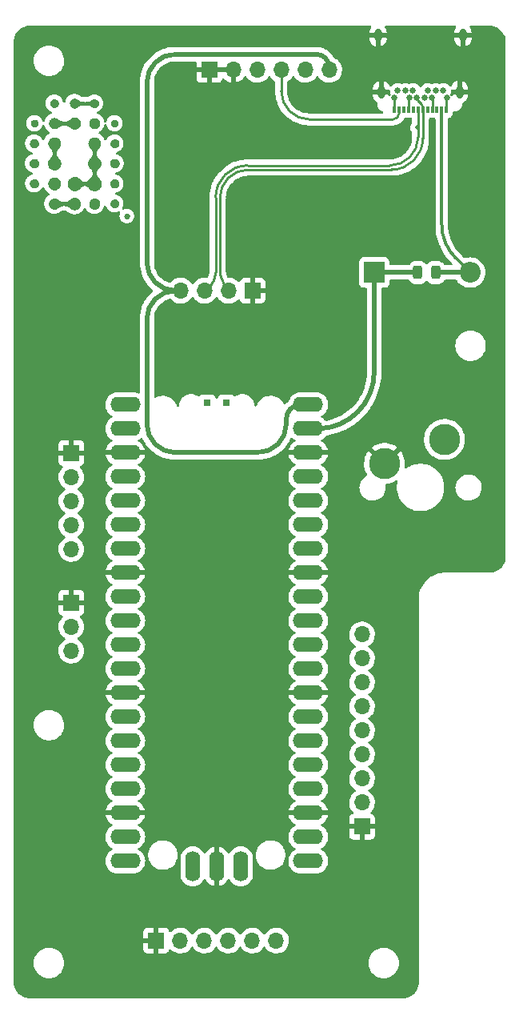
<source format=gtl>
%TF.GenerationSoftware,KiCad,Pcbnew,(6.0.7)*%
%TF.CreationDate,2023-01-05T19:49:15-06:00*%
%TF.ProjectId,OpenRectangle,4f70656e-5265-4637-9461-6e676c652e6b,rev?*%
%TF.SameCoordinates,Original*%
%TF.FileFunction,Copper,L1,Top*%
%TF.FilePolarity,Positive*%
%FSLAX46Y46*%
G04 Gerber Fmt 4.6, Leading zero omitted, Abs format (unit mm)*
G04 Created by KiCad (PCBNEW (6.0.7)) date 2023-01-05 19:49:15*
%MOMM*%
%LPD*%
G01*
G04 APERTURE LIST*
G04 Aperture macros list*
%AMRoundRect*
0 Rectangle with rounded corners*
0 $1 Rounding radius*
0 $2 $3 $4 $5 $6 $7 $8 $9 X,Y pos of 4 corners*
0 Add a 4 corners polygon primitive as box body*
4,1,4,$2,$3,$4,$5,$6,$7,$8,$9,$2,$3,0*
0 Add four circle primitives for the rounded corners*
1,1,$1+$1,$2,$3*
1,1,$1+$1,$4,$5*
1,1,$1+$1,$6,$7*
1,1,$1+$1,$8,$9*
0 Add four rect primitives between the rounded corners*
20,1,$1+$1,$2,$3,$4,$5,0*
20,1,$1+$1,$4,$5,$6,$7,0*
20,1,$1+$1,$6,$7,$8,$9,0*
20,1,$1+$1,$8,$9,$2,$3,0*%
G04 Aperture macros list end*
%TA.AperFunction,EtchedComponent*%
%ADD10C,0.010000*%
%TD*%
%TA.AperFunction,ComponentPad*%
%ADD11R,1.700000X1.700000*%
%TD*%
%TA.AperFunction,ComponentPad*%
%ADD12O,1.700000X1.700000*%
%TD*%
%TA.AperFunction,ComponentPad*%
%ADD13O,3.200000X1.600000*%
%TD*%
%TA.AperFunction,ComponentPad*%
%ADD14O,1.600000X3.200000*%
%TD*%
%TA.AperFunction,ComponentPad*%
%ADD15R,0.800000X0.800000*%
%TD*%
%TA.AperFunction,SMDPad,CuDef*%
%ADD16RoundRect,0.243750X-0.243750X-0.456250X0.243750X-0.456250X0.243750X0.456250X-0.243750X0.456250X0*%
%TD*%
%TA.AperFunction,ComponentPad*%
%ADD17R,2.200000X2.200000*%
%TD*%
%TA.AperFunction,ComponentPad*%
%ADD18O,2.200000X2.200000*%
%TD*%
%TA.AperFunction,SMDPad,CuDef*%
%ADD19R,0.300000X0.700000*%
%TD*%
%TA.AperFunction,ComponentPad*%
%ADD20C,0.650000*%
%TD*%
%TA.AperFunction,ComponentPad*%
%ADD21O,0.800000X1.400000*%
%TD*%
%TA.AperFunction,ComponentPad*%
%ADD22C,3.300000*%
%TD*%
%TA.AperFunction,ViaPad*%
%ADD23C,0.800000*%
%TD*%
%TA.AperFunction,ViaPad*%
%ADD24C,0.500000*%
%TD*%
%TA.AperFunction,Conductor*%
%ADD25C,0.250000*%
%TD*%
%TA.AperFunction,Conductor*%
%ADD26C,0.500000*%
%TD*%
%TA.AperFunction,Conductor*%
%ADD27C,0.300000*%
%TD*%
G04 APERTURE END LIST*
%TO.C,H18*%
G36*
X159845514Y-41551005D02*
G01*
X159897578Y-41556839D01*
X159948257Y-41566884D01*
X159952883Y-41568035D01*
X160005377Y-41583931D01*
X160056241Y-41604467D01*
X160105165Y-41629377D01*
X160151838Y-41658398D01*
X160195953Y-41691263D01*
X160237197Y-41727708D01*
X160275262Y-41767466D01*
X160309839Y-41810274D01*
X160340616Y-41855866D01*
X160367285Y-41903977D01*
X160381683Y-41935099D01*
X160401495Y-41987042D01*
X160416353Y-42039056D01*
X160426362Y-42091692D01*
X160431625Y-42145499D01*
X160432247Y-42201028D01*
X160432196Y-42202685D01*
X160427933Y-42259144D01*
X160418811Y-42314196D01*
X160404888Y-42367710D01*
X160386221Y-42419554D01*
X160362869Y-42469594D01*
X160334889Y-42517700D01*
X160302341Y-42563738D01*
X160265282Y-42607576D01*
X160245094Y-42628613D01*
X160202361Y-42667940D01*
X160157372Y-42702720D01*
X160110150Y-42732941D01*
X160060721Y-42758590D01*
X160009108Y-42779656D01*
X159955336Y-42796127D01*
X159899429Y-42807988D01*
X159886820Y-42809982D01*
X159874790Y-42811401D01*
X159859276Y-42812688D01*
X159841508Y-42813794D01*
X159822716Y-42814670D01*
X159804130Y-42815268D01*
X159786979Y-42815539D01*
X159772494Y-42815432D01*
X159762360Y-42814941D01*
X159713180Y-42809338D01*
X159667502Y-42801198D01*
X159624269Y-42790226D01*
X159582428Y-42776130D01*
X159540921Y-42758618D01*
X159516425Y-42746698D01*
X159466769Y-42718624D01*
X159420266Y-42686679D01*
X159377086Y-42651101D01*
X159337395Y-42612130D01*
X159301363Y-42570004D01*
X159269157Y-42524962D01*
X159240946Y-42477244D01*
X159216899Y-42427087D01*
X159197183Y-42374732D01*
X159181967Y-42320417D01*
X159171419Y-42264380D01*
X159170154Y-42255100D01*
X159168580Y-42238376D01*
X159167577Y-42217954D01*
X159167131Y-42195182D01*
X159167233Y-42171407D01*
X159167870Y-42147978D01*
X159169030Y-42126243D01*
X159170701Y-42107549D01*
X159171482Y-42101430D01*
X159181909Y-42045514D01*
X159196971Y-41991387D01*
X159216472Y-41939273D01*
X159240212Y-41889397D01*
X159267996Y-41841981D01*
X159299625Y-41797250D01*
X159334901Y-41755427D01*
X159373628Y-41716738D01*
X159415608Y-41681405D01*
X159460643Y-41649653D01*
X159508535Y-41621706D01*
X159559088Y-41597787D01*
X159612103Y-41578121D01*
X159640440Y-41569688D01*
X159689526Y-41558724D01*
X159740636Y-41551952D01*
X159792915Y-41549377D01*
X159845514Y-41551005D01*
G37*
D10*
X159845514Y-41551005D02*
X159897578Y-41556839D01*
X159948257Y-41566884D01*
X159952883Y-41568035D01*
X160005377Y-41583931D01*
X160056241Y-41604467D01*
X160105165Y-41629377D01*
X160151838Y-41658398D01*
X160195953Y-41691263D01*
X160237197Y-41727708D01*
X160275262Y-41767466D01*
X160309839Y-41810274D01*
X160340616Y-41855866D01*
X160367285Y-41903977D01*
X160381683Y-41935099D01*
X160401495Y-41987042D01*
X160416353Y-42039056D01*
X160426362Y-42091692D01*
X160431625Y-42145499D01*
X160432247Y-42201028D01*
X160432196Y-42202685D01*
X160427933Y-42259144D01*
X160418811Y-42314196D01*
X160404888Y-42367710D01*
X160386221Y-42419554D01*
X160362869Y-42469594D01*
X160334889Y-42517700D01*
X160302341Y-42563738D01*
X160265282Y-42607576D01*
X160245094Y-42628613D01*
X160202361Y-42667940D01*
X160157372Y-42702720D01*
X160110150Y-42732941D01*
X160060721Y-42758590D01*
X160009108Y-42779656D01*
X159955336Y-42796127D01*
X159899429Y-42807988D01*
X159886820Y-42809982D01*
X159874790Y-42811401D01*
X159859276Y-42812688D01*
X159841508Y-42813794D01*
X159822716Y-42814670D01*
X159804130Y-42815268D01*
X159786979Y-42815539D01*
X159772494Y-42815432D01*
X159762360Y-42814941D01*
X159713180Y-42809338D01*
X159667502Y-42801198D01*
X159624269Y-42790226D01*
X159582428Y-42776130D01*
X159540921Y-42758618D01*
X159516425Y-42746698D01*
X159466769Y-42718624D01*
X159420266Y-42686679D01*
X159377086Y-42651101D01*
X159337395Y-42612130D01*
X159301363Y-42570004D01*
X159269157Y-42524962D01*
X159240946Y-42477244D01*
X159216899Y-42427087D01*
X159197183Y-42374732D01*
X159181967Y-42320417D01*
X159171419Y-42264380D01*
X159170154Y-42255100D01*
X159168580Y-42238376D01*
X159167577Y-42217954D01*
X159167131Y-42195182D01*
X159167233Y-42171407D01*
X159167870Y-42147978D01*
X159169030Y-42126243D01*
X159170701Y-42107549D01*
X159171482Y-42101430D01*
X159181909Y-42045514D01*
X159196971Y-41991387D01*
X159216472Y-41939273D01*
X159240212Y-41889397D01*
X159267996Y-41841981D01*
X159299625Y-41797250D01*
X159334901Y-41755427D01*
X159373628Y-41716738D01*
X159415608Y-41681405D01*
X159460643Y-41649653D01*
X159508535Y-41621706D01*
X159559088Y-41597787D01*
X159612103Y-41578121D01*
X159640440Y-41569688D01*
X159689526Y-41558724D01*
X159740636Y-41551952D01*
X159792915Y-41549377D01*
X159845514Y-41551005D01*
G36*
X159818871Y-33280153D02*
G01*
X159834452Y-33280341D01*
X159846909Y-33280749D01*
X159857222Y-33281445D01*
X159866369Y-33282495D01*
X159875327Y-33283966D01*
X159885075Y-33285926D01*
X159885550Y-33286027D01*
X159930887Y-33298127D01*
X159973625Y-33314450D01*
X160013575Y-33334850D01*
X160050550Y-33359181D01*
X160084360Y-33387295D01*
X160114819Y-33419046D01*
X160141737Y-33454288D01*
X160164926Y-33492873D01*
X160173775Y-33510607D01*
X160190698Y-33552441D01*
X160202940Y-33595633D01*
X160210540Y-33639738D01*
X160213536Y-33684312D01*
X160211965Y-33728907D01*
X160205867Y-33773079D01*
X160195277Y-33816382D01*
X160180236Y-33858371D01*
X160160780Y-33898600D01*
X160137463Y-33935895D01*
X160125409Y-33951495D01*
X160110302Y-33968718D01*
X160093323Y-33986382D01*
X160075654Y-34003304D01*
X160058477Y-34018303D01*
X160043595Y-34029763D01*
X160010645Y-34050435D01*
X159974671Y-34068458D01*
X159937048Y-34083263D01*
X159899145Y-34094282D01*
X159876483Y-34098901D01*
X159861453Y-34101036D01*
X159844051Y-34102873D01*
X159825643Y-34104327D01*
X159807596Y-34105314D01*
X159791275Y-34105748D01*
X159778045Y-34105546D01*
X159773790Y-34105256D01*
X159726254Y-34098982D01*
X159682162Y-34089162D01*
X159641171Y-34075640D01*
X159602939Y-34058260D01*
X159567125Y-34036863D01*
X159533386Y-34011293D01*
X159501381Y-33981394D01*
X159499379Y-33979324D01*
X159469719Y-33944934D01*
X159444489Y-33908062D01*
X159423699Y-33868726D01*
X159407356Y-33826945D01*
X159395470Y-33782739D01*
X159388806Y-33742681D01*
X159387327Y-33724470D01*
X159386773Y-33702951D01*
X159387085Y-33679664D01*
X159388205Y-33656151D01*
X159390074Y-33633950D01*
X159392635Y-33614603D01*
X159393909Y-33607670D01*
X159405578Y-33562634D01*
X159421569Y-33520118D01*
X159441688Y-33480319D01*
X159465739Y-33443431D01*
X159493527Y-33409651D01*
X159524859Y-33379174D01*
X159559538Y-33352196D01*
X159597370Y-33328912D01*
X159638160Y-33309520D01*
X159681714Y-33294214D01*
X159714100Y-33285958D01*
X159723579Y-33284024D01*
X159732422Y-33282566D01*
X159741593Y-33281520D01*
X159752057Y-33280818D01*
X159764779Y-33280394D01*
X159780723Y-33280183D01*
X159799190Y-33280119D01*
X159818871Y-33280153D01*
G37*
X159818871Y-33280153D02*
X159834452Y-33280341D01*
X159846909Y-33280749D01*
X159857222Y-33281445D01*
X159866369Y-33282495D01*
X159875327Y-33283966D01*
X159885075Y-33285926D01*
X159885550Y-33286027D01*
X159930887Y-33298127D01*
X159973625Y-33314450D01*
X160013575Y-33334850D01*
X160050550Y-33359181D01*
X160084360Y-33387295D01*
X160114819Y-33419046D01*
X160141737Y-33454288D01*
X160164926Y-33492873D01*
X160173775Y-33510607D01*
X160190698Y-33552441D01*
X160202940Y-33595633D01*
X160210540Y-33639738D01*
X160213536Y-33684312D01*
X160211965Y-33728907D01*
X160205867Y-33773079D01*
X160195277Y-33816382D01*
X160180236Y-33858371D01*
X160160780Y-33898600D01*
X160137463Y-33935895D01*
X160125409Y-33951495D01*
X160110302Y-33968718D01*
X160093323Y-33986382D01*
X160075654Y-34003304D01*
X160058477Y-34018303D01*
X160043595Y-34029763D01*
X160010645Y-34050435D01*
X159974671Y-34068458D01*
X159937048Y-34083263D01*
X159899145Y-34094282D01*
X159876483Y-34098901D01*
X159861453Y-34101036D01*
X159844051Y-34102873D01*
X159825643Y-34104327D01*
X159807596Y-34105314D01*
X159791275Y-34105748D01*
X159778045Y-34105546D01*
X159773790Y-34105256D01*
X159726254Y-34098982D01*
X159682162Y-34089162D01*
X159641171Y-34075640D01*
X159602939Y-34058260D01*
X159567125Y-34036863D01*
X159533386Y-34011293D01*
X159501381Y-33981394D01*
X159499379Y-33979324D01*
X159469719Y-33944934D01*
X159444489Y-33908062D01*
X159423699Y-33868726D01*
X159407356Y-33826945D01*
X159395470Y-33782739D01*
X159388806Y-33742681D01*
X159387327Y-33724470D01*
X159386773Y-33702951D01*
X159387085Y-33679664D01*
X159388205Y-33656151D01*
X159390074Y-33633950D01*
X159392635Y-33614603D01*
X159393909Y-33607670D01*
X159405578Y-33562634D01*
X159421569Y-33520118D01*
X159441688Y-33480319D01*
X159465739Y-33443431D01*
X159493527Y-33409651D01*
X159524859Y-33379174D01*
X159559538Y-33352196D01*
X159597370Y-33328912D01*
X159638160Y-33309520D01*
X159681714Y-33294214D01*
X159714100Y-33285958D01*
X159723579Y-33284024D01*
X159732422Y-33282566D01*
X159741593Y-33281520D01*
X159752057Y-33280818D01*
X159764779Y-33280394D01*
X159780723Y-33280183D01*
X159799190Y-33280119D01*
X159818871Y-33280153D01*
G36*
X161992016Y-43705492D02*
G01*
X162046233Y-43712492D01*
X162099729Y-43724355D01*
X162109274Y-43727016D01*
X162160124Y-43744244D01*
X162209360Y-43766086D01*
X162256524Y-43792252D01*
X162301157Y-43822453D01*
X162342799Y-43856399D01*
X162380993Y-43893801D01*
X162390986Y-43904830D01*
X162425831Y-43947746D01*
X162456119Y-43992422D01*
X162481971Y-44039127D01*
X162503508Y-44088128D01*
X162520851Y-44139693D01*
X162534123Y-44194090D01*
X162541571Y-44237570D01*
X162542874Y-44250219D01*
X162543838Y-44266724D01*
X162544465Y-44285943D01*
X162544756Y-44306734D01*
X162544710Y-44327953D01*
X162544330Y-44348460D01*
X162543616Y-44367112D01*
X162542567Y-44382767D01*
X162541468Y-44392510D01*
X162530660Y-44449623D01*
X162515558Y-44504189D01*
X162496209Y-44556115D01*
X162472662Y-44605309D01*
X162444966Y-44651679D01*
X162413169Y-44695132D01*
X162377321Y-44735575D01*
X162345121Y-44766264D01*
X162301355Y-44801741D01*
X162255450Y-44832638D01*
X162207325Y-44858994D01*
X162156894Y-44880849D01*
X162104075Y-44898240D01*
X162048784Y-44911207D01*
X162022960Y-44915626D01*
X162012416Y-44916884D01*
X161998361Y-44918060D01*
X161981859Y-44919116D01*
X161963978Y-44920011D01*
X161945783Y-44920704D01*
X161928339Y-44921156D01*
X161912712Y-44921325D01*
X161899969Y-44921172D01*
X161891174Y-44920656D01*
X161890880Y-44920623D01*
X161884377Y-44919873D01*
X161874527Y-44918750D01*
X161863029Y-44917447D01*
X161857860Y-44916863D01*
X161811542Y-44909367D01*
X161764486Y-44897403D01*
X161717559Y-44881327D01*
X161671626Y-44861493D01*
X161627552Y-44838254D01*
X161586204Y-44811964D01*
X161567030Y-44797946D01*
X161558474Y-44791166D01*
X161547760Y-44782357D01*
X161536522Y-44772873D01*
X161529936Y-44767187D01*
X161488133Y-44731691D01*
X161448310Y-44699999D01*
X161409746Y-44671610D01*
X161371721Y-44646026D01*
X161333515Y-44622745D01*
X161294407Y-44601269D01*
X161281292Y-44594548D01*
X161226873Y-44569029D01*
X161171836Y-44547110D01*
X161115473Y-44528591D01*
X161057074Y-44513270D01*
X160995932Y-44500946D01*
X160931338Y-44491420D01*
X160907900Y-44488721D01*
X160852337Y-44484774D01*
X160794178Y-44484455D01*
X160734279Y-44487667D01*
X160673498Y-44494312D01*
X160612693Y-44504293D01*
X160552721Y-44517514D01*
X160494438Y-44533877D01*
X160486260Y-44536478D01*
X160446167Y-44550453D01*
X160406313Y-44566313D01*
X160367308Y-44583724D01*
X160329765Y-44602353D01*
X160294297Y-44621865D01*
X160261515Y-44641927D01*
X160232031Y-44662204D01*
X160206459Y-44682365D01*
X160188758Y-44698653D01*
X160148846Y-44735323D01*
X160106960Y-44767337D01*
X160062968Y-44794774D01*
X160016740Y-44817711D01*
X159968143Y-44836227D01*
X159946510Y-44842843D01*
X159896301Y-44854549D01*
X159845871Y-44861317D01*
X159795519Y-44863261D01*
X159745545Y-44860494D01*
X159696247Y-44853131D01*
X159647925Y-44841287D01*
X159600879Y-44825076D01*
X159555406Y-44804613D01*
X159511806Y-44780011D01*
X159470379Y-44751386D01*
X159431424Y-44718851D01*
X159395239Y-44682520D01*
X159362125Y-44642510D01*
X159340000Y-44610950D01*
X159314583Y-44567454D01*
X159293028Y-44521094D01*
X159275623Y-44472617D01*
X159262656Y-44422767D01*
X159258141Y-44398860D01*
X159255205Y-44375915D01*
X159253291Y-44349633D01*
X159252431Y-44321655D01*
X159252655Y-44293627D01*
X159253993Y-44267192D01*
X159255442Y-44251922D01*
X159263910Y-44200463D01*
X159276999Y-44150734D01*
X159294477Y-44102964D01*
X159316112Y-44057380D01*
X159341674Y-44014209D01*
X159370930Y-43973680D01*
X159403648Y-43936020D01*
X159439597Y-43901457D01*
X159478545Y-43870219D01*
X159520261Y-43842533D01*
X159564512Y-43818627D01*
X159611068Y-43798729D01*
X159659696Y-43783066D01*
X159710165Y-43771867D01*
X159749294Y-43766512D01*
X159798762Y-43764039D01*
X159848604Y-43766436D01*
X159898338Y-43773564D01*
X159947481Y-43785287D01*
X159995549Y-43801467D01*
X160042060Y-43821966D01*
X160086531Y-43846646D01*
X160126850Y-43874140D01*
X160135242Y-43880753D01*
X160146145Y-43889787D01*
X160158342Y-43900213D01*
X160170616Y-43910999D01*
X160174794Y-43914749D01*
X160201412Y-43937068D01*
X160232258Y-43959886D01*
X160266573Y-43982712D01*
X160303601Y-44005061D01*
X160342584Y-44026443D01*
X160368150Y-44039366D01*
X160434462Y-44069051D01*
X160501677Y-44093787D01*
X160569620Y-44113591D01*
X160638117Y-44128477D01*
X160706991Y-44138462D01*
X160776069Y-44143561D01*
X160845175Y-44143790D01*
X160914134Y-44139164D01*
X160982771Y-44129700D01*
X161050911Y-44115412D01*
X161118379Y-44096317D01*
X161185000Y-44072431D01*
X161250599Y-44043768D01*
X161315001Y-44010345D01*
X161378031Y-43972178D01*
X161417523Y-43945301D01*
X161436317Y-43931594D01*
X161457545Y-43915532D01*
X161479869Y-43898162D01*
X161501952Y-43880532D01*
X161522456Y-43863690D01*
X161532209Y-43855455D01*
X161558541Y-43833856D01*
X161583873Y-43815068D01*
X161610099Y-43797728D01*
X161625393Y-43788432D01*
X161673633Y-43762796D01*
X161723907Y-43741673D01*
X161775821Y-43725112D01*
X161828983Y-43713164D01*
X161882998Y-43705878D01*
X161937473Y-43703304D01*
X161992016Y-43705492D01*
G37*
X161992016Y-43705492D02*
X162046233Y-43712492D01*
X162099729Y-43724355D01*
X162109274Y-43727016D01*
X162160124Y-43744244D01*
X162209360Y-43766086D01*
X162256524Y-43792252D01*
X162301157Y-43822453D01*
X162342799Y-43856399D01*
X162380993Y-43893801D01*
X162390986Y-43904830D01*
X162425831Y-43947746D01*
X162456119Y-43992422D01*
X162481971Y-44039127D01*
X162503508Y-44088128D01*
X162520851Y-44139693D01*
X162534123Y-44194090D01*
X162541571Y-44237570D01*
X162542874Y-44250219D01*
X162543838Y-44266724D01*
X162544465Y-44285943D01*
X162544756Y-44306734D01*
X162544710Y-44327953D01*
X162544330Y-44348460D01*
X162543616Y-44367112D01*
X162542567Y-44382767D01*
X162541468Y-44392510D01*
X162530660Y-44449623D01*
X162515558Y-44504189D01*
X162496209Y-44556115D01*
X162472662Y-44605309D01*
X162444966Y-44651679D01*
X162413169Y-44695132D01*
X162377321Y-44735575D01*
X162345121Y-44766264D01*
X162301355Y-44801741D01*
X162255450Y-44832638D01*
X162207325Y-44858994D01*
X162156894Y-44880849D01*
X162104075Y-44898240D01*
X162048784Y-44911207D01*
X162022960Y-44915626D01*
X162012416Y-44916884D01*
X161998361Y-44918060D01*
X161981859Y-44919116D01*
X161963978Y-44920011D01*
X161945783Y-44920704D01*
X161928339Y-44921156D01*
X161912712Y-44921325D01*
X161899969Y-44921172D01*
X161891174Y-44920656D01*
X161890880Y-44920623D01*
X161884377Y-44919873D01*
X161874527Y-44918750D01*
X161863029Y-44917447D01*
X161857860Y-44916863D01*
X161811542Y-44909367D01*
X161764486Y-44897403D01*
X161717559Y-44881327D01*
X161671626Y-44861493D01*
X161627552Y-44838254D01*
X161586204Y-44811964D01*
X161567030Y-44797946D01*
X161558474Y-44791166D01*
X161547760Y-44782357D01*
X161536522Y-44772873D01*
X161529936Y-44767187D01*
X161488133Y-44731691D01*
X161448310Y-44699999D01*
X161409746Y-44671610D01*
X161371721Y-44646026D01*
X161333515Y-44622745D01*
X161294407Y-44601269D01*
X161281292Y-44594548D01*
X161226873Y-44569029D01*
X161171836Y-44547110D01*
X161115473Y-44528591D01*
X161057074Y-44513270D01*
X160995932Y-44500946D01*
X160931338Y-44491420D01*
X160907900Y-44488721D01*
X160852337Y-44484774D01*
X160794178Y-44484455D01*
X160734279Y-44487667D01*
X160673498Y-44494312D01*
X160612693Y-44504293D01*
X160552721Y-44517514D01*
X160494438Y-44533877D01*
X160486260Y-44536478D01*
X160446167Y-44550453D01*
X160406313Y-44566313D01*
X160367308Y-44583724D01*
X160329765Y-44602353D01*
X160294297Y-44621865D01*
X160261515Y-44641927D01*
X160232031Y-44662204D01*
X160206459Y-44682365D01*
X160188758Y-44698653D01*
X160148846Y-44735323D01*
X160106960Y-44767337D01*
X160062968Y-44794774D01*
X160016740Y-44817711D01*
X159968143Y-44836227D01*
X159946510Y-44842843D01*
X159896301Y-44854549D01*
X159845871Y-44861317D01*
X159795519Y-44863261D01*
X159745545Y-44860494D01*
X159696247Y-44853131D01*
X159647925Y-44841287D01*
X159600879Y-44825076D01*
X159555406Y-44804613D01*
X159511806Y-44780011D01*
X159470379Y-44751386D01*
X159431424Y-44718851D01*
X159395239Y-44682520D01*
X159362125Y-44642510D01*
X159340000Y-44610950D01*
X159314583Y-44567454D01*
X159293028Y-44521094D01*
X159275623Y-44472617D01*
X159262656Y-44422767D01*
X159258141Y-44398860D01*
X159255205Y-44375915D01*
X159253291Y-44349633D01*
X159252431Y-44321655D01*
X159252655Y-44293627D01*
X159253993Y-44267192D01*
X159255442Y-44251922D01*
X159263910Y-44200463D01*
X159276999Y-44150734D01*
X159294477Y-44102964D01*
X159316112Y-44057380D01*
X159341674Y-44014209D01*
X159370930Y-43973680D01*
X159403648Y-43936020D01*
X159439597Y-43901457D01*
X159478545Y-43870219D01*
X159520261Y-43842533D01*
X159564512Y-43818627D01*
X159611068Y-43798729D01*
X159659696Y-43783066D01*
X159710165Y-43771867D01*
X159749294Y-43766512D01*
X159798762Y-43764039D01*
X159848604Y-43766436D01*
X159898338Y-43773564D01*
X159947481Y-43785287D01*
X159995549Y-43801467D01*
X160042060Y-43821966D01*
X160086531Y-43846646D01*
X160126850Y-43874140D01*
X160135242Y-43880753D01*
X160146145Y-43889787D01*
X160158342Y-43900213D01*
X160170616Y-43910999D01*
X160174794Y-43914749D01*
X160201412Y-43937068D01*
X160232258Y-43959886D01*
X160266573Y-43982712D01*
X160303601Y-44005061D01*
X160342584Y-44026443D01*
X160368150Y-44039366D01*
X160434462Y-44069051D01*
X160501677Y-44093787D01*
X160569620Y-44113591D01*
X160638117Y-44128477D01*
X160706991Y-44138462D01*
X160776069Y-44143561D01*
X160845175Y-44143790D01*
X160914134Y-44139164D01*
X160982771Y-44129700D01*
X161050911Y-44115412D01*
X161118379Y-44096317D01*
X161185000Y-44072431D01*
X161250599Y-44043768D01*
X161315001Y-44010345D01*
X161378031Y-43972178D01*
X161417523Y-43945301D01*
X161436317Y-43931594D01*
X161457545Y-43915532D01*
X161479869Y-43898162D01*
X161501952Y-43880532D01*
X161522456Y-43863690D01*
X161532209Y-43855455D01*
X161558541Y-43833856D01*
X161583873Y-43815068D01*
X161610099Y-43797728D01*
X161625393Y-43788432D01*
X161673633Y-43762796D01*
X161723907Y-43741673D01*
X161775821Y-43725112D01*
X161828983Y-43713164D01*
X161882998Y-43705878D01*
X161937473Y-43703304D01*
X161992016Y-43705492D01*
G36*
X164095146Y-35264767D02*
G01*
X164144046Y-35271703D01*
X164191955Y-35283396D01*
X164239329Y-35299954D01*
X164281020Y-35318675D01*
X164313080Y-35335624D01*
X164341940Y-35353336D01*
X164368954Y-35372784D01*
X164395476Y-35394937D01*
X164421481Y-35419406D01*
X164452001Y-35451650D01*
X164478442Y-35484424D01*
X164501748Y-35519032D01*
X164522862Y-35556776D01*
X164527493Y-35566010D01*
X164548203Y-35613723D01*
X164564022Y-35662526D01*
X164574950Y-35712138D01*
X164580986Y-35762276D01*
X164582132Y-35812659D01*
X164578386Y-35863003D01*
X164569749Y-35913028D01*
X164556221Y-35962452D01*
X164537802Y-36010992D01*
X164527481Y-36033370D01*
X164502265Y-36079402D01*
X164473223Y-36122279D01*
X164440606Y-36161820D01*
X164404666Y-36197842D01*
X164365656Y-36230163D01*
X164323828Y-36258601D01*
X164279434Y-36282974D01*
X164232725Y-36303100D01*
X164183955Y-36318796D01*
X164133376Y-36329880D01*
X164112614Y-36332992D01*
X164091781Y-36335003D01*
X164067662Y-36336179D01*
X164041944Y-36336524D01*
X164016319Y-36336040D01*
X163992474Y-36334729D01*
X163973680Y-36332810D01*
X163924690Y-36323736D01*
X163876466Y-36309861D01*
X163829501Y-36291454D01*
X163784284Y-36268786D01*
X163741306Y-36242126D01*
X163701060Y-36211747D01*
X163664034Y-36177917D01*
X163635276Y-36146429D01*
X163602976Y-36104083D01*
X163575264Y-36059763D01*
X163552202Y-36013683D01*
X163533853Y-35966058D01*
X163520279Y-35917101D01*
X163511542Y-35867027D01*
X163507703Y-35816050D01*
X163508826Y-35764385D01*
X163513039Y-35724760D01*
X163522710Y-35674421D01*
X163536927Y-35625934D01*
X163555442Y-35579515D01*
X163578004Y-35535381D01*
X163604362Y-35493751D01*
X163634267Y-35454841D01*
X163667469Y-35418870D01*
X163703716Y-35386054D01*
X163742760Y-35356612D01*
X163784349Y-35330761D01*
X163828233Y-35308718D01*
X163874163Y-35290701D01*
X163921887Y-35276927D01*
X163971157Y-35267615D01*
X164021721Y-35262980D01*
X164044800Y-35262480D01*
X164095146Y-35264767D01*
G37*
X164095146Y-35264767D02*
X164144046Y-35271703D01*
X164191955Y-35283396D01*
X164239329Y-35299954D01*
X164281020Y-35318675D01*
X164313080Y-35335624D01*
X164341940Y-35353336D01*
X164368954Y-35372784D01*
X164395476Y-35394937D01*
X164421481Y-35419406D01*
X164452001Y-35451650D01*
X164478442Y-35484424D01*
X164501748Y-35519032D01*
X164522862Y-35556776D01*
X164527493Y-35566010D01*
X164548203Y-35613723D01*
X164564022Y-35662526D01*
X164574950Y-35712138D01*
X164580986Y-35762276D01*
X164582132Y-35812659D01*
X164578386Y-35863003D01*
X164569749Y-35913028D01*
X164556221Y-35962452D01*
X164537802Y-36010992D01*
X164527481Y-36033370D01*
X164502265Y-36079402D01*
X164473223Y-36122279D01*
X164440606Y-36161820D01*
X164404666Y-36197842D01*
X164365656Y-36230163D01*
X164323828Y-36258601D01*
X164279434Y-36282974D01*
X164232725Y-36303100D01*
X164183955Y-36318796D01*
X164133376Y-36329880D01*
X164112614Y-36332992D01*
X164091781Y-36335003D01*
X164067662Y-36336179D01*
X164041944Y-36336524D01*
X164016319Y-36336040D01*
X163992474Y-36334729D01*
X163973680Y-36332810D01*
X163924690Y-36323736D01*
X163876466Y-36309861D01*
X163829501Y-36291454D01*
X163784284Y-36268786D01*
X163741306Y-36242126D01*
X163701060Y-36211747D01*
X163664034Y-36177917D01*
X163635276Y-36146429D01*
X163602976Y-36104083D01*
X163575264Y-36059763D01*
X163552202Y-36013683D01*
X163533853Y-35966058D01*
X163520279Y-35917101D01*
X163511542Y-35867027D01*
X163507703Y-35816050D01*
X163508826Y-35764385D01*
X163513039Y-35724760D01*
X163522710Y-35674421D01*
X163536927Y-35625934D01*
X163555442Y-35579515D01*
X163578004Y-35535381D01*
X163604362Y-35493751D01*
X163634267Y-35454841D01*
X163667469Y-35418870D01*
X163703716Y-35386054D01*
X163742760Y-35356612D01*
X163784349Y-35330761D01*
X163828233Y-35308718D01*
X163874163Y-35290701D01*
X163921887Y-35276927D01*
X163971157Y-35267615D01*
X164021721Y-35262980D01*
X164044800Y-35262480D01*
X164095146Y-35264767D01*
G36*
X161997869Y-35197740D02*
G01*
X162052079Y-35205907D01*
X162106029Y-35219092D01*
X162134918Y-35228281D01*
X162154196Y-35235626D01*
X162176199Y-35245180D01*
X162199492Y-35256233D01*
X162222641Y-35268077D01*
X162244213Y-35280001D01*
X162262774Y-35291297D01*
X162264260Y-35292266D01*
X162308753Y-35324415D01*
X162350041Y-35360178D01*
X162387899Y-35399231D01*
X162422104Y-35441246D01*
X162452433Y-35485898D01*
X162478661Y-35532860D01*
X162500567Y-35581806D01*
X162517926Y-35632409D01*
X162529577Y-35679596D01*
X162533932Y-35702738D01*
X162537102Y-35723733D01*
X162539242Y-35744213D01*
X162540506Y-35765812D01*
X162541049Y-35790161D01*
X162541099Y-35801361D01*
X162540299Y-35837314D01*
X162537706Y-35870368D01*
X162533083Y-35902461D01*
X162526195Y-35935531D01*
X162523258Y-35947485D01*
X162507324Y-36000131D01*
X162486961Y-36050534D01*
X162462397Y-36098488D01*
X162433858Y-36143784D01*
X162401572Y-36186214D01*
X162365766Y-36225570D01*
X162326665Y-36261643D01*
X162284499Y-36294226D01*
X162239492Y-36323111D01*
X162191872Y-36348089D01*
X162141867Y-36368952D01*
X162089702Y-36385493D01*
X162035606Y-36397502D01*
X162031850Y-36398151D01*
X162012807Y-36400700D01*
X161990121Y-36402639D01*
X161965177Y-36403938D01*
X161939360Y-36404570D01*
X161914056Y-36404503D01*
X161890650Y-36403710D01*
X161870527Y-36402161D01*
X161866134Y-36401647D01*
X161811256Y-36392152D01*
X161757880Y-36377877D01*
X161706274Y-36358950D01*
X161656704Y-36335498D01*
X161609437Y-36307647D01*
X161564739Y-36275526D01*
X161522879Y-36239261D01*
X161520040Y-36236549D01*
X161493268Y-36212585D01*
X161462261Y-36187950D01*
X161427733Y-36163124D01*
X161390396Y-36138585D01*
X161350965Y-36114811D01*
X161310151Y-36092283D01*
X161288900Y-36081361D01*
X161225040Y-36051781D01*
X161160664Y-36026855D01*
X161095120Y-36006388D01*
X161027756Y-35990185D01*
X160957920Y-35978052D01*
X160930760Y-35974487D01*
X160910955Y-35972624D01*
X160887273Y-35971236D01*
X160860843Y-35970323D01*
X160832799Y-35969884D01*
X160804272Y-35969920D01*
X160776395Y-35970429D01*
X160750299Y-35971411D01*
X160727117Y-35972867D01*
X160709780Y-35974568D01*
X160635561Y-35986080D01*
X160563328Y-36002234D01*
X160492966Y-36023074D01*
X160424358Y-36048643D01*
X160357390Y-36078988D01*
X160291946Y-36114152D01*
X160227909Y-36154179D01*
X160208231Y-36167649D01*
X160195080Y-36177041D01*
X160181727Y-36186928D01*
X160169503Y-36196300D01*
X160159743Y-36204150D01*
X160157431Y-36206111D01*
X160127065Y-36230975D01*
X160097220Y-36252379D01*
X160066206Y-36271438D01*
X160032332Y-36289267D01*
X160028590Y-36291089D01*
X159980468Y-36311642D01*
X159931510Y-36327226D01*
X159881933Y-36337842D01*
X159831952Y-36343491D01*
X159781785Y-36344175D01*
X159731646Y-36339895D01*
X159681754Y-36330650D01*
X159632323Y-36316444D01*
X159583571Y-36297276D01*
X159565510Y-36288810D01*
X159519813Y-36263751D01*
X159477239Y-36235019D01*
X159437933Y-36202905D01*
X159402043Y-36167700D01*
X159369718Y-36129696D01*
X159341104Y-36089183D01*
X159316350Y-36046454D01*
X159295602Y-36001799D01*
X159279010Y-35955511D01*
X159266719Y-35907879D01*
X159258879Y-35859196D01*
X159255636Y-35809753D01*
X159257138Y-35759842D01*
X159263532Y-35709753D01*
X159265868Y-35697457D01*
X159278412Y-35647715D01*
X159295342Y-35599985D01*
X159316393Y-35554473D01*
X159341298Y-35511384D01*
X159369792Y-35470924D01*
X159401609Y-35433299D01*
X159436483Y-35398714D01*
X159474147Y-35367376D01*
X159514336Y-35339490D01*
X159556783Y-35315262D01*
X159601223Y-35294898D01*
X159647390Y-35278604D01*
X159695016Y-35266585D01*
X159743838Y-35259047D01*
X159793588Y-35256196D01*
X159834608Y-35257480D01*
X159886495Y-35263635D01*
X159936808Y-35274581D01*
X159985589Y-35290337D01*
X160032880Y-35310922D01*
X160078721Y-35336353D01*
X160123153Y-35366650D01*
X160166218Y-35401830D01*
X160175806Y-35410496D01*
X160191569Y-35423855D01*
X160211204Y-35438642D01*
X160233889Y-35454340D01*
X160258801Y-35470433D01*
X160285120Y-35486406D01*
X160312022Y-35501741D01*
X160338687Y-35515924D01*
X160361800Y-35527275D01*
X160425476Y-35554514D01*
X160491801Y-35577815D01*
X160559927Y-35596924D01*
X160629005Y-35611586D01*
X160660250Y-35616676D01*
X160701117Y-35622000D01*
X160741937Y-35625977D01*
X160781655Y-35628548D01*
X160819216Y-35629654D01*
X160853564Y-35629236D01*
X160869800Y-35628397D01*
X160940579Y-35621964D01*
X161007765Y-35612415D01*
X161071876Y-35599616D01*
X161133428Y-35583434D01*
X161192941Y-35563735D01*
X161250932Y-35540386D01*
X161298519Y-35518020D01*
X161346775Y-35492527D01*
X161390602Y-35466520D01*
X161430650Y-35439555D01*
X161467571Y-35411185D01*
X161502014Y-35380962D01*
X161511687Y-35371733D01*
X161552933Y-35334550D01*
X161595286Y-35302144D01*
X161639092Y-35274274D01*
X161678790Y-35253461D01*
X161730193Y-35231764D01*
X161782584Y-35215016D01*
X161835756Y-35203228D01*
X161889499Y-35196412D01*
X161943606Y-35194579D01*
X161997869Y-35197740D01*
G37*
X161997869Y-35197740D02*
X162052079Y-35205907D01*
X162106029Y-35219092D01*
X162134918Y-35228281D01*
X162154196Y-35235626D01*
X162176199Y-35245180D01*
X162199492Y-35256233D01*
X162222641Y-35268077D01*
X162244213Y-35280001D01*
X162262774Y-35291297D01*
X162264260Y-35292266D01*
X162308753Y-35324415D01*
X162350041Y-35360178D01*
X162387899Y-35399231D01*
X162422104Y-35441246D01*
X162452433Y-35485898D01*
X162478661Y-35532860D01*
X162500567Y-35581806D01*
X162517926Y-35632409D01*
X162529577Y-35679596D01*
X162533932Y-35702738D01*
X162537102Y-35723733D01*
X162539242Y-35744213D01*
X162540506Y-35765812D01*
X162541049Y-35790161D01*
X162541099Y-35801361D01*
X162540299Y-35837314D01*
X162537706Y-35870368D01*
X162533083Y-35902461D01*
X162526195Y-35935531D01*
X162523258Y-35947485D01*
X162507324Y-36000131D01*
X162486961Y-36050534D01*
X162462397Y-36098488D01*
X162433858Y-36143784D01*
X162401572Y-36186214D01*
X162365766Y-36225570D01*
X162326665Y-36261643D01*
X162284499Y-36294226D01*
X162239492Y-36323111D01*
X162191872Y-36348089D01*
X162141867Y-36368952D01*
X162089702Y-36385493D01*
X162035606Y-36397502D01*
X162031850Y-36398151D01*
X162012807Y-36400700D01*
X161990121Y-36402639D01*
X161965177Y-36403938D01*
X161939360Y-36404570D01*
X161914056Y-36404503D01*
X161890650Y-36403710D01*
X161870527Y-36402161D01*
X161866134Y-36401647D01*
X161811256Y-36392152D01*
X161757880Y-36377877D01*
X161706274Y-36358950D01*
X161656704Y-36335498D01*
X161609437Y-36307647D01*
X161564739Y-36275526D01*
X161522879Y-36239261D01*
X161520040Y-36236549D01*
X161493268Y-36212585D01*
X161462261Y-36187950D01*
X161427733Y-36163124D01*
X161390396Y-36138585D01*
X161350965Y-36114811D01*
X161310151Y-36092283D01*
X161288900Y-36081361D01*
X161225040Y-36051781D01*
X161160664Y-36026855D01*
X161095120Y-36006388D01*
X161027756Y-35990185D01*
X160957920Y-35978052D01*
X160930760Y-35974487D01*
X160910955Y-35972624D01*
X160887273Y-35971236D01*
X160860843Y-35970323D01*
X160832799Y-35969884D01*
X160804272Y-35969920D01*
X160776395Y-35970429D01*
X160750299Y-35971411D01*
X160727117Y-35972867D01*
X160709780Y-35974568D01*
X160635561Y-35986080D01*
X160563328Y-36002234D01*
X160492966Y-36023074D01*
X160424358Y-36048643D01*
X160357390Y-36078988D01*
X160291946Y-36114152D01*
X160227909Y-36154179D01*
X160208231Y-36167649D01*
X160195080Y-36177041D01*
X160181727Y-36186928D01*
X160169503Y-36196300D01*
X160159743Y-36204150D01*
X160157431Y-36206111D01*
X160127065Y-36230975D01*
X160097220Y-36252379D01*
X160066206Y-36271438D01*
X160032332Y-36289267D01*
X160028590Y-36291089D01*
X159980468Y-36311642D01*
X159931510Y-36327226D01*
X159881933Y-36337842D01*
X159831952Y-36343491D01*
X159781785Y-36344175D01*
X159731646Y-36339895D01*
X159681754Y-36330650D01*
X159632323Y-36316444D01*
X159583571Y-36297276D01*
X159565510Y-36288810D01*
X159519813Y-36263751D01*
X159477239Y-36235019D01*
X159437933Y-36202905D01*
X159402043Y-36167700D01*
X159369718Y-36129696D01*
X159341104Y-36089183D01*
X159316350Y-36046454D01*
X159295602Y-36001799D01*
X159279010Y-35955511D01*
X159266719Y-35907879D01*
X159258879Y-35859196D01*
X159255636Y-35809753D01*
X159257138Y-35759842D01*
X159263532Y-35709753D01*
X159265868Y-35697457D01*
X159278412Y-35647715D01*
X159295342Y-35599985D01*
X159316393Y-35554473D01*
X159341298Y-35511384D01*
X159369792Y-35470924D01*
X159401609Y-35433299D01*
X159436483Y-35398714D01*
X159474147Y-35367376D01*
X159514336Y-35339490D01*
X159556783Y-35315262D01*
X159601223Y-35294898D01*
X159647390Y-35278604D01*
X159695016Y-35266585D01*
X159743838Y-35259047D01*
X159793588Y-35256196D01*
X159834608Y-35257480D01*
X159886495Y-35263635D01*
X159936808Y-35274581D01*
X159985589Y-35290337D01*
X160032880Y-35310922D01*
X160078721Y-35336353D01*
X160123153Y-35366650D01*
X160166218Y-35401830D01*
X160175806Y-35410496D01*
X160191569Y-35423855D01*
X160211204Y-35438642D01*
X160233889Y-35454340D01*
X160258801Y-35470433D01*
X160285120Y-35486406D01*
X160312022Y-35501741D01*
X160338687Y-35515924D01*
X160361800Y-35527275D01*
X160425476Y-35554514D01*
X160491801Y-35577815D01*
X160559927Y-35596924D01*
X160629005Y-35611586D01*
X160660250Y-35616676D01*
X160701117Y-35622000D01*
X160741937Y-35625977D01*
X160781655Y-35628548D01*
X160819216Y-35629654D01*
X160853564Y-35629236D01*
X160869800Y-35628397D01*
X160940579Y-35621964D01*
X161007765Y-35612415D01*
X161071876Y-35599616D01*
X161133428Y-35583434D01*
X161192941Y-35563735D01*
X161250932Y-35540386D01*
X161298519Y-35518020D01*
X161346775Y-35492527D01*
X161390602Y-35466520D01*
X161430650Y-35439555D01*
X161467571Y-35411185D01*
X161502014Y-35380962D01*
X161511687Y-35371733D01*
X161552933Y-35334550D01*
X161595286Y-35302144D01*
X161639092Y-35274274D01*
X161678790Y-35253461D01*
X161730193Y-35231764D01*
X161782584Y-35215016D01*
X161835756Y-35203228D01*
X161889499Y-35196412D01*
X161943606Y-35194579D01*
X161997869Y-35197740D01*
G36*
X167499401Y-45362880D02*
G01*
X167512169Y-45363185D01*
X167522131Y-45363829D01*
X167530422Y-45364917D01*
X167538177Y-45366556D01*
X167546190Y-45368752D01*
X167580792Y-45381476D01*
X167613290Y-45398588D01*
X167643161Y-45419733D01*
X167669884Y-45444552D01*
X167687773Y-45465660D01*
X167697521Y-45480127D01*
X167707532Y-45497849D01*
X167717012Y-45517168D01*
X167725167Y-45536427D01*
X167731205Y-45553969D01*
X167732670Y-45559393D01*
X167738542Y-45593494D01*
X167739590Y-45627390D01*
X167736068Y-45660696D01*
X167728230Y-45693027D01*
X167716328Y-45723996D01*
X167700616Y-45753218D01*
X167681348Y-45780307D01*
X167658776Y-45804876D01*
X167633153Y-45826541D01*
X167604734Y-45844914D01*
X167573772Y-45859611D01*
X167540519Y-45870245D01*
X167526607Y-45873279D01*
X167510083Y-45875492D01*
X167490861Y-45876614D01*
X167470842Y-45876643D01*
X167451931Y-45875578D01*
X167436031Y-45873417D01*
X167435700Y-45873351D01*
X167400971Y-45863862D01*
X167368244Y-45849908D01*
X167337884Y-45831834D01*
X167310253Y-45809984D01*
X167285714Y-45784702D01*
X167264631Y-45756330D01*
X167247368Y-45725215D01*
X167234287Y-45691699D01*
X167230727Y-45679321D01*
X167227261Y-45662034D01*
X167224950Y-45642041D01*
X167223851Y-45620999D01*
X167224023Y-45600567D01*
X167225524Y-45582400D01*
X167227014Y-45573610D01*
X167237125Y-45537957D01*
X167251531Y-45504553D01*
X167269952Y-45473747D01*
X167292106Y-45445886D01*
X167317711Y-45421319D01*
X167346486Y-45400394D01*
X167378150Y-45383459D01*
X167382117Y-45381717D01*
X167398358Y-45375051D01*
X167412458Y-45370129D01*
X167425756Y-45366699D01*
X167439588Y-45364508D01*
X167455293Y-45363307D01*
X167474207Y-45362843D01*
X167482690Y-45362808D01*
X167499401Y-45362880D01*
G37*
X167499401Y-45362880D02*
X167512169Y-45363185D01*
X167522131Y-45363829D01*
X167530422Y-45364917D01*
X167538177Y-45366556D01*
X167546190Y-45368752D01*
X167580792Y-45381476D01*
X167613290Y-45398588D01*
X167643161Y-45419733D01*
X167669884Y-45444552D01*
X167687773Y-45465660D01*
X167697521Y-45480127D01*
X167707532Y-45497849D01*
X167717012Y-45517168D01*
X167725167Y-45536427D01*
X167731205Y-45553969D01*
X167732670Y-45559393D01*
X167738542Y-45593494D01*
X167739590Y-45627390D01*
X167736068Y-45660696D01*
X167728230Y-45693027D01*
X167716328Y-45723996D01*
X167700616Y-45753218D01*
X167681348Y-45780307D01*
X167658776Y-45804876D01*
X167633153Y-45826541D01*
X167604734Y-45844914D01*
X167573772Y-45859611D01*
X167540519Y-45870245D01*
X167526607Y-45873279D01*
X167510083Y-45875492D01*
X167490861Y-45876614D01*
X167470842Y-45876643D01*
X167451931Y-45875578D01*
X167436031Y-45873417D01*
X167435700Y-45873351D01*
X167400971Y-45863862D01*
X167368244Y-45849908D01*
X167337884Y-45831834D01*
X167310253Y-45809984D01*
X167285714Y-45784702D01*
X167264631Y-45756330D01*
X167247368Y-45725215D01*
X167234287Y-45691699D01*
X167230727Y-45679321D01*
X167227261Y-45662034D01*
X167224950Y-45642041D01*
X167223851Y-45620999D01*
X167224023Y-45600567D01*
X167225524Y-45582400D01*
X167227014Y-45573610D01*
X167237125Y-45537957D01*
X167251531Y-45504553D01*
X167269952Y-45473747D01*
X167292106Y-45445886D01*
X167317711Y-45421319D01*
X167346486Y-45400394D01*
X167378150Y-45383459D01*
X167382117Y-45381717D01*
X167398358Y-45375051D01*
X167412458Y-45370129D01*
X167425756Y-45366699D01*
X167439588Y-45364508D01*
X167455293Y-45363307D01*
X167474207Y-45362843D01*
X167482690Y-45362808D01*
X167499401Y-45362880D01*
G36*
X159853097Y-37307265D02*
G01*
X159906649Y-37313947D01*
X159912600Y-37314987D01*
X159963982Y-37326738D01*
X160015006Y-37343378D01*
X160065241Y-37364712D01*
X160114257Y-37390550D01*
X160161622Y-37420700D01*
X160180922Y-37434604D01*
X160195731Y-37446483D01*
X160212719Y-37461479D01*
X160230980Y-37478674D01*
X160249604Y-37497153D01*
X160267683Y-37515999D01*
X160284308Y-37534296D01*
X160298571Y-37551127D01*
X160306392Y-37561180D01*
X160338894Y-37608911D01*
X160366560Y-37658034D01*
X160389514Y-37708838D01*
X160407880Y-37761616D01*
X160421782Y-37816656D01*
X160426977Y-37844390D01*
X160429012Y-37860493D01*
X160430517Y-37880484D01*
X160431492Y-37903200D01*
X160431937Y-37927474D01*
X160431852Y-37952143D01*
X160431237Y-37976044D01*
X160430092Y-37998010D01*
X160428416Y-38016879D01*
X160426987Y-38027270D01*
X160414954Y-38084692D01*
X160398397Y-38139891D01*
X160377385Y-38192745D01*
X160351987Y-38243132D01*
X160322274Y-38290929D01*
X160288313Y-38336015D01*
X160250176Y-38378266D01*
X160207931Y-38417561D01*
X160202357Y-38422267D01*
X160182627Y-38440582D01*
X160161984Y-38463147D01*
X160140855Y-38489307D01*
X160119665Y-38518411D01*
X160098840Y-38549807D01*
X160078806Y-38582842D01*
X160059990Y-38616865D01*
X160042816Y-38651222D01*
X160027712Y-38685263D01*
X160023094Y-38696726D01*
X160002760Y-38755273D01*
X159987486Y-38814179D01*
X159977268Y-38873362D01*
X159972106Y-38932736D01*
X159971997Y-38992218D01*
X159976939Y-39051725D01*
X159986931Y-39111172D01*
X160001971Y-39170476D01*
X160022056Y-39229553D01*
X160035445Y-39262360D01*
X160057152Y-39307918D01*
X160083099Y-39354333D01*
X160112742Y-39400757D01*
X160145537Y-39446342D01*
X160180939Y-39490238D01*
X160183830Y-39493608D01*
X160191023Y-39501144D01*
X160200741Y-39510245D01*
X160211413Y-39519473D01*
X160217020Y-39524003D01*
X160230345Y-39535125D01*
X160245864Y-39549162D01*
X160262556Y-39565095D01*
X160279397Y-39581908D01*
X160295366Y-39598582D01*
X160309441Y-39614099D01*
X160319618Y-39626200D01*
X160343800Y-39658859D01*
X160367108Y-39694820D01*
X160388746Y-39732666D01*
X160407916Y-39770979D01*
X160423822Y-39808341D01*
X160427413Y-39817970D01*
X160444117Y-39871475D01*
X160456253Y-39926438D01*
X160463820Y-39982354D01*
X160466818Y-40038721D01*
X160465247Y-40095034D01*
X160459106Y-40150790D01*
X160448396Y-40205487D01*
X160433116Y-40258619D01*
X160427643Y-40274174D01*
X160405460Y-40327345D01*
X160379050Y-40377889D01*
X160348641Y-40425620D01*
X160314462Y-40470353D01*
X160276740Y-40511905D01*
X160235703Y-40550090D01*
X160191579Y-40584723D01*
X160144596Y-40615620D01*
X160094980Y-40642597D01*
X160042961Y-40665467D01*
X159988765Y-40684047D01*
X159932621Y-40698152D01*
X159896980Y-40704561D01*
X159887429Y-40705671D01*
X159874159Y-40706722D01*
X159858117Y-40707686D01*
X159840247Y-40708533D01*
X159821495Y-40709233D01*
X159802807Y-40709757D01*
X159785129Y-40710075D01*
X159769407Y-40710157D01*
X159756585Y-40709973D01*
X159747611Y-40709495D01*
X159745850Y-40709295D01*
X159739963Y-40708543D01*
X159730632Y-40707417D01*
X159719461Y-40706111D01*
X159714100Y-40705497D01*
X159661492Y-40697011D01*
X159609205Y-40683679D01*
X159557718Y-40665728D01*
X159507512Y-40643389D01*
X159459064Y-40616892D01*
X159412855Y-40586467D01*
X159369364Y-40552344D01*
X159341052Y-40526630D01*
X159300734Y-40484284D01*
X159264594Y-40439199D01*
X159232718Y-40391641D01*
X159205189Y-40341875D01*
X159182095Y-40290167D01*
X159163520Y-40236783D01*
X159149550Y-40181989D01*
X159140271Y-40126049D01*
X159135767Y-40069230D01*
X159136124Y-40011798D01*
X159141429Y-39954017D01*
X159146537Y-39921902D01*
X159159329Y-39866153D01*
X159176964Y-39811851D01*
X159199360Y-39759196D01*
X159226435Y-39708387D01*
X159246985Y-39675730D01*
X159279024Y-39631941D01*
X159314704Y-39590588D01*
X159353259Y-39552490D01*
X159393924Y-39518466D01*
X159394332Y-39518154D01*
X159406722Y-39508491D01*
X159417033Y-39499848D01*
X159426198Y-39491273D01*
X159435149Y-39481814D01*
X159444820Y-39470521D01*
X159456141Y-39456442D01*
X159461456Y-39449670D01*
X159483189Y-39420188D01*
X159504682Y-39387892D01*
X159525284Y-39353927D01*
X159544348Y-39319434D01*
X159561225Y-39285556D01*
X159575267Y-39253435D01*
X159580393Y-39240120D01*
X159593394Y-39201361D01*
X159604802Y-39160673D01*
X159614455Y-39118999D01*
X159622192Y-39077283D01*
X159627850Y-39036468D01*
X159631270Y-38997498D01*
X159632290Y-38961316D01*
X159631628Y-38940400D01*
X159625573Y-38874741D01*
X159615252Y-38811733D01*
X159600593Y-38751168D01*
X159581529Y-38692836D01*
X159557990Y-38636526D01*
X159529906Y-38582030D01*
X159497207Y-38529139D01*
X159493620Y-38523840D01*
X159478363Y-38502077D01*
X159464675Y-38483961D01*
X159451790Y-38468625D01*
X159438946Y-38455204D01*
X159425377Y-38442831D01*
X159413696Y-38433270D01*
X159371160Y-38396743D01*
X159332312Y-38357099D01*
X159297280Y-38314643D01*
X159266190Y-38269677D01*
X159239168Y-38222506D01*
X159216340Y-38173434D01*
X159197832Y-38122764D01*
X159183771Y-38070801D01*
X159174283Y-38017848D01*
X159169493Y-37964208D01*
X159169529Y-37910187D01*
X159174378Y-37857090D01*
X159184524Y-37801572D01*
X159199462Y-37747486D01*
X159219041Y-37695099D01*
X159243107Y-37644678D01*
X159271510Y-37596490D01*
X159304095Y-37550801D01*
X159340712Y-37507879D01*
X159381207Y-37467990D01*
X159410570Y-37442985D01*
X159443934Y-37418297D01*
X159480854Y-37394692D01*
X159519811Y-37373026D01*
X159559284Y-37354158D01*
X159590170Y-37341669D01*
X159639985Y-37325922D01*
X159691824Y-37314555D01*
X159745047Y-37307622D01*
X159799017Y-37305174D01*
X159853097Y-37307265D01*
G37*
X159853097Y-37307265D02*
X159906649Y-37313947D01*
X159912600Y-37314987D01*
X159963982Y-37326738D01*
X160015006Y-37343378D01*
X160065241Y-37364712D01*
X160114257Y-37390550D01*
X160161622Y-37420700D01*
X160180922Y-37434604D01*
X160195731Y-37446483D01*
X160212719Y-37461479D01*
X160230980Y-37478674D01*
X160249604Y-37497153D01*
X160267683Y-37515999D01*
X160284308Y-37534296D01*
X160298571Y-37551127D01*
X160306392Y-37561180D01*
X160338894Y-37608911D01*
X160366560Y-37658034D01*
X160389514Y-37708838D01*
X160407880Y-37761616D01*
X160421782Y-37816656D01*
X160426977Y-37844390D01*
X160429012Y-37860493D01*
X160430517Y-37880484D01*
X160431492Y-37903200D01*
X160431937Y-37927474D01*
X160431852Y-37952143D01*
X160431237Y-37976044D01*
X160430092Y-37998010D01*
X160428416Y-38016879D01*
X160426987Y-38027270D01*
X160414954Y-38084692D01*
X160398397Y-38139891D01*
X160377385Y-38192745D01*
X160351987Y-38243132D01*
X160322274Y-38290929D01*
X160288313Y-38336015D01*
X160250176Y-38378266D01*
X160207931Y-38417561D01*
X160202357Y-38422267D01*
X160182627Y-38440582D01*
X160161984Y-38463147D01*
X160140855Y-38489307D01*
X160119665Y-38518411D01*
X160098840Y-38549807D01*
X160078806Y-38582842D01*
X160059990Y-38616865D01*
X160042816Y-38651222D01*
X160027712Y-38685263D01*
X160023094Y-38696726D01*
X160002760Y-38755273D01*
X159987486Y-38814179D01*
X159977268Y-38873362D01*
X159972106Y-38932736D01*
X159971997Y-38992218D01*
X159976939Y-39051725D01*
X159986931Y-39111172D01*
X160001971Y-39170476D01*
X160022056Y-39229553D01*
X160035445Y-39262360D01*
X160057152Y-39307918D01*
X160083099Y-39354333D01*
X160112742Y-39400757D01*
X160145537Y-39446342D01*
X160180939Y-39490238D01*
X160183830Y-39493608D01*
X160191023Y-39501144D01*
X160200741Y-39510245D01*
X160211413Y-39519473D01*
X160217020Y-39524003D01*
X160230345Y-39535125D01*
X160245864Y-39549162D01*
X160262556Y-39565095D01*
X160279397Y-39581908D01*
X160295366Y-39598582D01*
X160309441Y-39614099D01*
X160319618Y-39626200D01*
X160343800Y-39658859D01*
X160367108Y-39694820D01*
X160388746Y-39732666D01*
X160407916Y-39770979D01*
X160423822Y-39808341D01*
X160427413Y-39817970D01*
X160444117Y-39871475D01*
X160456253Y-39926438D01*
X160463820Y-39982354D01*
X160466818Y-40038721D01*
X160465247Y-40095034D01*
X160459106Y-40150790D01*
X160448396Y-40205487D01*
X160433116Y-40258619D01*
X160427643Y-40274174D01*
X160405460Y-40327345D01*
X160379050Y-40377889D01*
X160348641Y-40425620D01*
X160314462Y-40470353D01*
X160276740Y-40511905D01*
X160235703Y-40550090D01*
X160191579Y-40584723D01*
X160144596Y-40615620D01*
X160094980Y-40642597D01*
X160042961Y-40665467D01*
X159988765Y-40684047D01*
X159932621Y-40698152D01*
X159896980Y-40704561D01*
X159887429Y-40705671D01*
X159874159Y-40706722D01*
X159858117Y-40707686D01*
X159840247Y-40708533D01*
X159821495Y-40709233D01*
X159802807Y-40709757D01*
X159785129Y-40710075D01*
X159769407Y-40710157D01*
X159756585Y-40709973D01*
X159747611Y-40709495D01*
X159745850Y-40709295D01*
X159739963Y-40708543D01*
X159730632Y-40707417D01*
X159719461Y-40706111D01*
X159714100Y-40705497D01*
X159661492Y-40697011D01*
X159609205Y-40683679D01*
X159557718Y-40665728D01*
X159507512Y-40643389D01*
X159459064Y-40616892D01*
X159412855Y-40586467D01*
X159369364Y-40552344D01*
X159341052Y-40526630D01*
X159300734Y-40484284D01*
X159264594Y-40439199D01*
X159232718Y-40391641D01*
X159205189Y-40341875D01*
X159182095Y-40290167D01*
X159163520Y-40236783D01*
X159149550Y-40181989D01*
X159140271Y-40126049D01*
X159135767Y-40069230D01*
X159136124Y-40011798D01*
X159141429Y-39954017D01*
X159146537Y-39921902D01*
X159159329Y-39866153D01*
X159176964Y-39811851D01*
X159199360Y-39759196D01*
X159226435Y-39708387D01*
X159246985Y-39675730D01*
X159279024Y-39631941D01*
X159314704Y-39590588D01*
X159353259Y-39552490D01*
X159393924Y-39518466D01*
X159394332Y-39518154D01*
X159406722Y-39508491D01*
X159417033Y-39499848D01*
X159426198Y-39491273D01*
X159435149Y-39481814D01*
X159444820Y-39470521D01*
X159456141Y-39456442D01*
X159461456Y-39449670D01*
X159483189Y-39420188D01*
X159504682Y-39387892D01*
X159525284Y-39353927D01*
X159544348Y-39319434D01*
X159561225Y-39285556D01*
X159575267Y-39253435D01*
X159580393Y-39240120D01*
X159593394Y-39201361D01*
X159604802Y-39160673D01*
X159614455Y-39118999D01*
X159622192Y-39077283D01*
X159627850Y-39036468D01*
X159631270Y-38997498D01*
X159632290Y-38961316D01*
X159631628Y-38940400D01*
X159625573Y-38874741D01*
X159615252Y-38811733D01*
X159600593Y-38751168D01*
X159581529Y-38692836D01*
X159557990Y-38636526D01*
X159529906Y-38582030D01*
X159497207Y-38529139D01*
X159493620Y-38523840D01*
X159478363Y-38502077D01*
X159464675Y-38483961D01*
X159451790Y-38468625D01*
X159438946Y-38455204D01*
X159425377Y-38442831D01*
X159413696Y-38433270D01*
X159371160Y-38396743D01*
X159332312Y-38357099D01*
X159297280Y-38314643D01*
X159266190Y-38269677D01*
X159239168Y-38222506D01*
X159216340Y-38173434D01*
X159197832Y-38122764D01*
X159183771Y-38070801D01*
X159174283Y-38017848D01*
X159169493Y-37964208D01*
X159169529Y-37910187D01*
X159174378Y-37857090D01*
X159184524Y-37801572D01*
X159199462Y-37747486D01*
X159219041Y-37695099D01*
X159243107Y-37644678D01*
X159271510Y-37596490D01*
X159304095Y-37550801D01*
X159340712Y-37507879D01*
X159381207Y-37467990D01*
X159410570Y-37442985D01*
X159443934Y-37418297D01*
X159480854Y-37394692D01*
X159519811Y-37373026D01*
X159559284Y-37354158D01*
X159590170Y-37341669D01*
X159639985Y-37325922D01*
X159691824Y-37314555D01*
X159745047Y-37307622D01*
X159799017Y-37305174D01*
X159853097Y-37307265D01*
G36*
X157664320Y-41746042D02*
G01*
X157683284Y-41746139D01*
X157698265Y-41746396D01*
X157710359Y-41746900D01*
X157720662Y-41747738D01*
X157730270Y-41748997D01*
X157740280Y-41750763D01*
X157750680Y-41752889D01*
X157781270Y-41760153D01*
X157808785Y-41768501D01*
X157835212Y-41778615D01*
X157862539Y-41791181D01*
X157863710Y-41791759D01*
X157903826Y-41814411D01*
X157940921Y-41841000D01*
X157974747Y-41871223D01*
X158005060Y-41904775D01*
X158031614Y-41941351D01*
X158054163Y-41980648D01*
X158072462Y-42022360D01*
X158086265Y-42066182D01*
X158086835Y-42068432D01*
X158091593Y-42088634D01*
X158095078Y-42106706D01*
X158097465Y-42124159D01*
X158098925Y-42142506D01*
X158099632Y-42163259D01*
X158099772Y-42181440D01*
X158098350Y-42223373D01*
X158093918Y-42262138D01*
X158086229Y-42298828D01*
X158075036Y-42334538D01*
X158060091Y-42370362D01*
X158054414Y-42382153D01*
X158031384Y-42423034D01*
X158004629Y-42460547D01*
X157974351Y-42494542D01*
X157940757Y-42524867D01*
X157904052Y-42551372D01*
X157864440Y-42573907D01*
X157822127Y-42592319D01*
X157777317Y-42606459D01*
X157737980Y-42614910D01*
X157727444Y-42616262D01*
X157713119Y-42617473D01*
X157696297Y-42618495D01*
X157678268Y-42619282D01*
X157660322Y-42619784D01*
X157643750Y-42619955D01*
X157629844Y-42619746D01*
X157621140Y-42619239D01*
X157575994Y-42612555D01*
X157531766Y-42601295D01*
X157488976Y-42585709D01*
X157448143Y-42566050D01*
X157409786Y-42542569D01*
X157374425Y-42515517D01*
X157342580Y-42485146D01*
X157341289Y-42483761D01*
X157311602Y-42448082D01*
X157286156Y-42409847D01*
X157265024Y-42369403D01*
X157248280Y-42327094D01*
X157235995Y-42283269D01*
X157228243Y-42238273D01*
X157225096Y-42192452D01*
X157226627Y-42146154D01*
X157232908Y-42099724D01*
X157244013Y-42053509D01*
X157248174Y-42040110D01*
X157264909Y-41996853D01*
X157285853Y-41956248D01*
X157310761Y-41918508D01*
X157339387Y-41883843D01*
X157371485Y-41852466D01*
X157406810Y-41824588D01*
X157445116Y-41800420D01*
X157486157Y-41780175D01*
X157529688Y-41764064D01*
X157575463Y-41752298D01*
X157584310Y-41750587D01*
X157595252Y-41748832D01*
X157606809Y-41747558D01*
X157619995Y-41746706D01*
X157635823Y-41746220D01*
X157655308Y-41746041D01*
X157664320Y-41746042D01*
G37*
X157664320Y-41746042D02*
X157683284Y-41746139D01*
X157698265Y-41746396D01*
X157710359Y-41746900D01*
X157720662Y-41747738D01*
X157730270Y-41748997D01*
X157740280Y-41750763D01*
X157750680Y-41752889D01*
X157781270Y-41760153D01*
X157808785Y-41768501D01*
X157835212Y-41778615D01*
X157862539Y-41791181D01*
X157863710Y-41791759D01*
X157903826Y-41814411D01*
X157940921Y-41841000D01*
X157974747Y-41871223D01*
X158005060Y-41904775D01*
X158031614Y-41941351D01*
X158054163Y-41980648D01*
X158072462Y-42022360D01*
X158086265Y-42066182D01*
X158086835Y-42068432D01*
X158091593Y-42088634D01*
X158095078Y-42106706D01*
X158097465Y-42124159D01*
X158098925Y-42142506D01*
X158099632Y-42163259D01*
X158099772Y-42181440D01*
X158098350Y-42223373D01*
X158093918Y-42262138D01*
X158086229Y-42298828D01*
X158075036Y-42334538D01*
X158060091Y-42370362D01*
X158054414Y-42382153D01*
X158031384Y-42423034D01*
X158004629Y-42460547D01*
X157974351Y-42494542D01*
X157940757Y-42524867D01*
X157904052Y-42551372D01*
X157864440Y-42573907D01*
X157822127Y-42592319D01*
X157777317Y-42606459D01*
X157737980Y-42614910D01*
X157727444Y-42616262D01*
X157713119Y-42617473D01*
X157696297Y-42618495D01*
X157678268Y-42619282D01*
X157660322Y-42619784D01*
X157643750Y-42619955D01*
X157629844Y-42619746D01*
X157621140Y-42619239D01*
X157575994Y-42612555D01*
X157531766Y-42601295D01*
X157488976Y-42585709D01*
X157448143Y-42566050D01*
X157409786Y-42542569D01*
X157374425Y-42515517D01*
X157342580Y-42485146D01*
X157341289Y-42483761D01*
X157311602Y-42448082D01*
X157286156Y-42409847D01*
X157265024Y-42369403D01*
X157248280Y-42327094D01*
X157235995Y-42283269D01*
X157228243Y-42238273D01*
X157225096Y-42192452D01*
X157226627Y-42146154D01*
X157232908Y-42099724D01*
X157244013Y-42053509D01*
X157248174Y-42040110D01*
X157264909Y-41996853D01*
X157285853Y-41956248D01*
X157310761Y-41918508D01*
X157339387Y-41883843D01*
X157371485Y-41852466D01*
X157406810Y-41824588D01*
X157445116Y-41800420D01*
X157486157Y-41780175D01*
X157529688Y-41764064D01*
X157575463Y-41752298D01*
X157584310Y-41750587D01*
X157595252Y-41748832D01*
X157606809Y-41747558D01*
X157619995Y-41746706D01*
X157635823Y-41746220D01*
X157655308Y-41746041D01*
X157664320Y-41746042D01*
G36*
X166200802Y-41751021D02*
G01*
X166216533Y-41751188D01*
X166229080Y-41751567D01*
X166239391Y-41752220D01*
X166248415Y-41753210D01*
X166257099Y-41754601D01*
X166266390Y-41756454D01*
X166267869Y-41756771D01*
X166310205Y-41768055D01*
X166351520Y-41783315D01*
X166390741Y-41802088D01*
X166426795Y-41823912D01*
X166432400Y-41827797D01*
X166447778Y-41839628D01*
X166464916Y-41854410D01*
X166482680Y-41871034D01*
X166499939Y-41888390D01*
X166515557Y-41905369D01*
X166528403Y-41920862D01*
X166531050Y-41924375D01*
X166556559Y-41963286D01*
X166577602Y-42004355D01*
X166594107Y-42047191D01*
X166606001Y-42091402D01*
X166613213Y-42136595D01*
X166615670Y-42182380D01*
X166613300Y-42228365D01*
X166606030Y-42274157D01*
X166600077Y-42298536D01*
X166585510Y-42342150D01*
X166566538Y-42383534D01*
X166543438Y-42422430D01*
X166516488Y-42458578D01*
X166485964Y-42491719D01*
X166452145Y-42521595D01*
X166415307Y-42547946D01*
X166375729Y-42570513D01*
X166333686Y-42589036D01*
X166289457Y-42603258D01*
X166268570Y-42608259D01*
X166254030Y-42610647D01*
X166235691Y-42612554D01*
X166214812Y-42613946D01*
X166192654Y-42614792D01*
X166170476Y-42615058D01*
X166149541Y-42614711D01*
X166131106Y-42613718D01*
X166117440Y-42612205D01*
X166071419Y-42602599D01*
X166027014Y-42588188D01*
X165984175Y-42568952D01*
X165942854Y-42544872D01*
X165939729Y-42542813D01*
X165920637Y-42528848D01*
X165900131Y-42511620D01*
X165879359Y-42492252D01*
X165859473Y-42471867D01*
X165841621Y-42451587D01*
X165827208Y-42432900D01*
X165803269Y-42394704D01*
X165783389Y-42353960D01*
X165767739Y-42311276D01*
X165756489Y-42267262D01*
X165749807Y-42222529D01*
X165747865Y-42177687D01*
X165748984Y-42151758D01*
X165753845Y-42110273D01*
X165762107Y-42071388D01*
X165774164Y-42033683D01*
X165790411Y-41995737D01*
X165794791Y-41986809D01*
X165817821Y-41946436D01*
X165844738Y-41909217D01*
X165875317Y-41875325D01*
X165909332Y-41844932D01*
X165946559Y-41818209D01*
X165986770Y-41795330D01*
X166029742Y-41776467D01*
X166075249Y-41761791D01*
X166095850Y-41756743D01*
X166104819Y-41754874D01*
X166113309Y-41753458D01*
X166122247Y-41752435D01*
X166132559Y-41751740D01*
X166145173Y-41751311D01*
X166161015Y-41751086D01*
X166180940Y-41751002D01*
X166200802Y-41751021D01*
G37*
X166200802Y-41751021D02*
X166216533Y-41751188D01*
X166229080Y-41751567D01*
X166239391Y-41752220D01*
X166248415Y-41753210D01*
X166257099Y-41754601D01*
X166266390Y-41756454D01*
X166267869Y-41756771D01*
X166310205Y-41768055D01*
X166351520Y-41783315D01*
X166390741Y-41802088D01*
X166426795Y-41823912D01*
X166432400Y-41827797D01*
X166447778Y-41839628D01*
X166464916Y-41854410D01*
X166482680Y-41871034D01*
X166499939Y-41888390D01*
X166515557Y-41905369D01*
X166528403Y-41920862D01*
X166531050Y-41924375D01*
X166556559Y-41963286D01*
X166577602Y-42004355D01*
X166594107Y-42047191D01*
X166606001Y-42091402D01*
X166613213Y-42136595D01*
X166615670Y-42182380D01*
X166613300Y-42228365D01*
X166606030Y-42274157D01*
X166600077Y-42298536D01*
X166585510Y-42342150D01*
X166566538Y-42383534D01*
X166543438Y-42422430D01*
X166516488Y-42458578D01*
X166485964Y-42491719D01*
X166452145Y-42521595D01*
X166415307Y-42547946D01*
X166375729Y-42570513D01*
X166333686Y-42589036D01*
X166289457Y-42603258D01*
X166268570Y-42608259D01*
X166254030Y-42610647D01*
X166235691Y-42612554D01*
X166214812Y-42613946D01*
X166192654Y-42614792D01*
X166170476Y-42615058D01*
X166149541Y-42614711D01*
X166131106Y-42613718D01*
X166117440Y-42612205D01*
X166071419Y-42602599D01*
X166027014Y-42588188D01*
X165984175Y-42568952D01*
X165942854Y-42544872D01*
X165939729Y-42542813D01*
X165920637Y-42528848D01*
X165900131Y-42511620D01*
X165879359Y-42492252D01*
X165859473Y-42471867D01*
X165841621Y-42451587D01*
X165827208Y-42432900D01*
X165803269Y-42394704D01*
X165783389Y-42353960D01*
X165767739Y-42311276D01*
X165756489Y-42267262D01*
X165749807Y-42222529D01*
X165747865Y-42177687D01*
X165748984Y-42151758D01*
X165753845Y-42110273D01*
X165762107Y-42071388D01*
X165774164Y-42033683D01*
X165790411Y-41995737D01*
X165794791Y-41986809D01*
X165817821Y-41946436D01*
X165844738Y-41909217D01*
X165875317Y-41875325D01*
X165909332Y-41844932D01*
X165946559Y-41818209D01*
X165986770Y-41795330D01*
X166029742Y-41776467D01*
X166075249Y-41761791D01*
X166095850Y-41756743D01*
X166104819Y-41754874D01*
X166113309Y-41753458D01*
X166122247Y-41752435D01*
X166132559Y-41751740D01*
X166145173Y-41751311D01*
X166161015Y-41751086D01*
X166180940Y-41751002D01*
X166200802Y-41751021D01*
G36*
X166229046Y-39589012D02*
G01*
X166275529Y-39596599D01*
X166318913Y-39608370D01*
X166363734Y-39625566D01*
X166406118Y-39647064D01*
X166445821Y-39672582D01*
X166482596Y-39701839D01*
X166516198Y-39734552D01*
X166546382Y-39770441D01*
X166572901Y-39809223D01*
X166595510Y-39850618D01*
X166613965Y-39894343D01*
X166628018Y-39940116D01*
X166634591Y-39970370D01*
X166636794Y-39986422D01*
X166638340Y-40006054D01*
X166639226Y-40027958D01*
X166639452Y-40050827D01*
X166639015Y-40073355D01*
X166637914Y-40094234D01*
X166636148Y-40112157D01*
X166634790Y-40120828D01*
X166623267Y-40168693D01*
X166607193Y-40214467D01*
X166586746Y-40257914D01*
X166562104Y-40298801D01*
X166533444Y-40336892D01*
X166500945Y-40371952D01*
X166464783Y-40403746D01*
X166425138Y-40432040D01*
X166382187Y-40456598D01*
X166379696Y-40457854D01*
X166341333Y-40474645D01*
X166300690Y-40487954D01*
X166258767Y-40497586D01*
X166216564Y-40503351D01*
X166175082Y-40505056D01*
X166142840Y-40503344D01*
X166095468Y-40496127D01*
X166049376Y-40484126D01*
X166004913Y-40467554D01*
X165962426Y-40446620D01*
X165922264Y-40421537D01*
X165884777Y-40392513D01*
X165850313Y-40359762D01*
X165819220Y-40323493D01*
X165799228Y-40295490D01*
X165774569Y-40253621D01*
X165754657Y-40210205D01*
X165739533Y-40165525D01*
X165729236Y-40119860D01*
X165723805Y-40073492D01*
X165723280Y-40026702D01*
X165727701Y-39979771D01*
X165737106Y-39932981D01*
X165744590Y-39906870D01*
X165751050Y-39889133D01*
X165759837Y-39868688D01*
X165770255Y-39846911D01*
X165781610Y-39825175D01*
X165793205Y-39804857D01*
X165804346Y-39787331D01*
X165806885Y-39783680D01*
X165817783Y-39769592D01*
X165831774Y-39753412D01*
X165847894Y-39736104D01*
X165865178Y-39718632D01*
X165882661Y-39701961D01*
X165899379Y-39687056D01*
X165914368Y-39674881D01*
X165919320Y-39671235D01*
X165934392Y-39661356D01*
X165952788Y-39650590D01*
X165973172Y-39639616D01*
X165994209Y-39629109D01*
X166014565Y-39619746D01*
X166032903Y-39612204D01*
X166042510Y-39608793D01*
X166088720Y-39596329D01*
X166135385Y-39588878D01*
X166182246Y-39586439D01*
X166229046Y-39589012D01*
G37*
X166229046Y-39589012D02*
X166275529Y-39596599D01*
X166318913Y-39608370D01*
X166363734Y-39625566D01*
X166406118Y-39647064D01*
X166445821Y-39672582D01*
X166482596Y-39701839D01*
X166516198Y-39734552D01*
X166546382Y-39770441D01*
X166572901Y-39809223D01*
X166595510Y-39850618D01*
X166613965Y-39894343D01*
X166628018Y-39940116D01*
X166634591Y-39970370D01*
X166636794Y-39986422D01*
X166638340Y-40006054D01*
X166639226Y-40027958D01*
X166639452Y-40050827D01*
X166639015Y-40073355D01*
X166637914Y-40094234D01*
X166636148Y-40112157D01*
X166634790Y-40120828D01*
X166623267Y-40168693D01*
X166607193Y-40214467D01*
X166586746Y-40257914D01*
X166562104Y-40298801D01*
X166533444Y-40336892D01*
X166500945Y-40371952D01*
X166464783Y-40403746D01*
X166425138Y-40432040D01*
X166382187Y-40456598D01*
X166379696Y-40457854D01*
X166341333Y-40474645D01*
X166300690Y-40487954D01*
X166258767Y-40497586D01*
X166216564Y-40503351D01*
X166175082Y-40505056D01*
X166142840Y-40503344D01*
X166095468Y-40496127D01*
X166049376Y-40484126D01*
X166004913Y-40467554D01*
X165962426Y-40446620D01*
X165922264Y-40421537D01*
X165884777Y-40392513D01*
X165850313Y-40359762D01*
X165819220Y-40323493D01*
X165799228Y-40295490D01*
X165774569Y-40253621D01*
X165754657Y-40210205D01*
X165739533Y-40165525D01*
X165729236Y-40119860D01*
X165723805Y-40073492D01*
X165723280Y-40026702D01*
X165727701Y-39979771D01*
X165737106Y-39932981D01*
X165744590Y-39906870D01*
X165751050Y-39889133D01*
X165759837Y-39868688D01*
X165770255Y-39846911D01*
X165781610Y-39825175D01*
X165793205Y-39804857D01*
X165804346Y-39787331D01*
X165806885Y-39783680D01*
X165817783Y-39769592D01*
X165831774Y-39753412D01*
X165847894Y-39736104D01*
X165865178Y-39718632D01*
X165882661Y-39701961D01*
X165899379Y-39687056D01*
X165914368Y-39674881D01*
X165919320Y-39671235D01*
X165934392Y-39661356D01*
X165952788Y-39650590D01*
X165973172Y-39639616D01*
X165994209Y-39629109D01*
X166014565Y-39619746D01*
X166032903Y-39612204D01*
X166042510Y-39608793D01*
X166088720Y-39596329D01*
X166135385Y-39588878D01*
X166182246Y-39586439D01*
X166229046Y-39589012D01*
G36*
X161978863Y-33224426D02*
G01*
X161999325Y-33226411D01*
X162048327Y-33235239D01*
X162094859Y-33248498D01*
X162139023Y-33266238D01*
X162180923Y-33288509D01*
X162220662Y-33315363D01*
X162258344Y-33346850D01*
X162272659Y-33360550D01*
X162284419Y-33372026D01*
X162294879Y-33381626D01*
X162304835Y-33389862D01*
X162315087Y-33397248D01*
X162326430Y-33404300D01*
X162339663Y-33411532D01*
X162355583Y-33419457D01*
X162374989Y-33428591D01*
X162386180Y-33433740D01*
X162455152Y-33463390D01*
X162524441Y-33489217D01*
X162594738Y-33511407D01*
X162666737Y-33530146D01*
X162741128Y-33545618D01*
X162818603Y-33558010D01*
X162875130Y-33564961D01*
X162889494Y-33566180D01*
X162908056Y-33567223D01*
X162930025Y-33568086D01*
X162954607Y-33568765D01*
X162981012Y-33569256D01*
X163008445Y-33569556D01*
X163036116Y-33569660D01*
X163063232Y-33569565D01*
X163089001Y-33569267D01*
X163112630Y-33568763D01*
X163133327Y-33568048D01*
X163150301Y-33567118D01*
X163159610Y-33566331D01*
X163229472Y-33557998D01*
X163295373Y-33547870D01*
X163358178Y-33535739D01*
X163418752Y-33521394D01*
X163477961Y-33504625D01*
X163536670Y-33485221D01*
X163595745Y-33462972D01*
X163611730Y-33456508D01*
X163624645Y-33450952D01*
X163640525Y-33443705D01*
X163658669Y-33435125D01*
X163678376Y-33425565D01*
X163698948Y-33415382D01*
X163719683Y-33404931D01*
X163739881Y-33394567D01*
X163758842Y-33384646D01*
X163775867Y-33375523D01*
X163790254Y-33367553D01*
X163801305Y-33361093D01*
X163807310Y-33357223D01*
X163842384Y-33335606D01*
X163880526Y-33317528D01*
X163920977Y-33303187D01*
X163962978Y-33292779D01*
X164005773Y-33286502D01*
X164048601Y-33284553D01*
X164080905Y-33286105D01*
X164127696Y-33292571D01*
X164171703Y-33303253D01*
X164213075Y-33318219D01*
X164251959Y-33337536D01*
X164288504Y-33361272D01*
X164322857Y-33389495D01*
X164337025Y-33403059D01*
X164367275Y-33436841D01*
X164393273Y-33473310D01*
X164414924Y-33512233D01*
X164432135Y-33553380D01*
X164444812Y-33596519D01*
X164452861Y-33641420D01*
X164456189Y-33687850D01*
X164456280Y-33697008D01*
X164453882Y-33742783D01*
X164446823Y-33787130D01*
X164435299Y-33829771D01*
X164419509Y-33870425D01*
X164399650Y-33908814D01*
X164375919Y-33944659D01*
X164348515Y-33977681D01*
X164317636Y-34007600D01*
X164283478Y-34034138D01*
X164246241Y-34057015D01*
X164206121Y-34075953D01*
X164181233Y-34085147D01*
X164161511Y-34091449D01*
X164144013Y-34096322D01*
X164127562Y-34099941D01*
X164110978Y-34102476D01*
X164093087Y-34104101D01*
X164072709Y-34104988D01*
X164048667Y-34105309D01*
X164043530Y-34105320D01*
X164023776Y-34105283D01*
X164008148Y-34105089D01*
X163995691Y-34104676D01*
X163985450Y-34103979D01*
X163976472Y-34102934D01*
X163967802Y-34101479D01*
X163959077Y-34099678D01*
X163924671Y-34090659D01*
X163890781Y-34078927D01*
X163858546Y-34064972D01*
X163829108Y-34049286D01*
X163804770Y-34033227D01*
X163792423Y-34024266D01*
X163780795Y-34016305D01*
X163768907Y-34008758D01*
X163755783Y-34001038D01*
X163740445Y-33992556D01*
X163721914Y-33982727D01*
X163712804Y-33977982D01*
X163653150Y-33948788D01*
X163592937Y-33922897D01*
X163531618Y-33900158D01*
X163468647Y-33880420D01*
X163403478Y-33863533D01*
X163335564Y-33849346D01*
X163264360Y-33837708D01*
X163189319Y-33828469D01*
X163160880Y-33825665D01*
X163142632Y-33824301D01*
X163120544Y-33823175D01*
X163095518Y-33822291D01*
X163068454Y-33821653D01*
X163040255Y-33821267D01*
X163011822Y-33821137D01*
X162984055Y-33821267D01*
X162957857Y-33821662D01*
X162934129Y-33822327D01*
X162913772Y-33823266D01*
X162899260Y-33824333D01*
X162838863Y-33830600D01*
X162782722Y-33837788D01*
X162730072Y-33846050D01*
X162680148Y-33855538D01*
X162632183Y-33866406D01*
X162585413Y-33878805D01*
X162539072Y-33892889D01*
X162514662Y-33901007D01*
X162481980Y-33912578D01*
X162451703Y-33924197D01*
X162422128Y-33936572D01*
X162391547Y-33950414D01*
X162362050Y-33964569D01*
X162311250Y-33989476D01*
X162293173Y-34009778D01*
X162258355Y-34045170D01*
X162220737Y-34076361D01*
X162180516Y-34103250D01*
X162137886Y-34125740D01*
X162093046Y-34143731D01*
X162046192Y-34157122D01*
X161997519Y-34165816D01*
X161981050Y-34167641D01*
X161960662Y-34169209D01*
X161941699Y-34169811D01*
X161922205Y-34169444D01*
X161900225Y-34168107D01*
X161893420Y-34167564D01*
X161845980Y-34161112D01*
X161799705Y-34149855D01*
X161754950Y-34134003D01*
X161712072Y-34113767D01*
X161671426Y-34089356D01*
X161633367Y-34060982D01*
X161598253Y-34028853D01*
X161566439Y-33993181D01*
X161542153Y-33960074D01*
X161517561Y-33918725D01*
X161497623Y-33875371D01*
X161482363Y-33830101D01*
X161471804Y-33782999D01*
X161465972Y-33734151D01*
X161464889Y-33683645D01*
X161464952Y-33681330D01*
X161466517Y-33649987D01*
X161469416Y-33621989D01*
X161473925Y-33595711D01*
X161480321Y-33569527D01*
X161488446Y-33543112D01*
X161506205Y-33497615D01*
X161528147Y-33454826D01*
X161554030Y-33414954D01*
X161583614Y-33378209D01*
X161616656Y-33344801D01*
X161652918Y-33314938D01*
X161692156Y-33288831D01*
X161734131Y-33266689D01*
X161778600Y-33248722D01*
X161825325Y-33235139D01*
X161848158Y-33230299D01*
X161870985Y-33226946D01*
X161897130Y-33224640D01*
X161924933Y-33223422D01*
X161952731Y-33223337D01*
X161978863Y-33224426D01*
G37*
X161978863Y-33224426D02*
X161999325Y-33226411D01*
X162048327Y-33235239D01*
X162094859Y-33248498D01*
X162139023Y-33266238D01*
X162180923Y-33288509D01*
X162220662Y-33315363D01*
X162258344Y-33346850D01*
X162272659Y-33360550D01*
X162284419Y-33372026D01*
X162294879Y-33381626D01*
X162304835Y-33389862D01*
X162315087Y-33397248D01*
X162326430Y-33404300D01*
X162339663Y-33411532D01*
X162355583Y-33419457D01*
X162374989Y-33428591D01*
X162386180Y-33433740D01*
X162455152Y-33463390D01*
X162524441Y-33489217D01*
X162594738Y-33511407D01*
X162666737Y-33530146D01*
X162741128Y-33545618D01*
X162818603Y-33558010D01*
X162875130Y-33564961D01*
X162889494Y-33566180D01*
X162908056Y-33567223D01*
X162930025Y-33568086D01*
X162954607Y-33568765D01*
X162981012Y-33569256D01*
X163008445Y-33569556D01*
X163036116Y-33569660D01*
X163063232Y-33569565D01*
X163089001Y-33569267D01*
X163112630Y-33568763D01*
X163133327Y-33568048D01*
X163150301Y-33567118D01*
X163159610Y-33566331D01*
X163229472Y-33557998D01*
X163295373Y-33547870D01*
X163358178Y-33535739D01*
X163418752Y-33521394D01*
X163477961Y-33504625D01*
X163536670Y-33485221D01*
X163595745Y-33462972D01*
X163611730Y-33456508D01*
X163624645Y-33450952D01*
X163640525Y-33443705D01*
X163658669Y-33435125D01*
X163678376Y-33425565D01*
X163698948Y-33415382D01*
X163719683Y-33404931D01*
X163739881Y-33394567D01*
X163758842Y-33384646D01*
X163775867Y-33375523D01*
X163790254Y-33367553D01*
X163801305Y-33361093D01*
X163807310Y-33357223D01*
X163842384Y-33335606D01*
X163880526Y-33317528D01*
X163920977Y-33303187D01*
X163962978Y-33292779D01*
X164005773Y-33286502D01*
X164048601Y-33284553D01*
X164080905Y-33286105D01*
X164127696Y-33292571D01*
X164171703Y-33303253D01*
X164213075Y-33318219D01*
X164251959Y-33337536D01*
X164288504Y-33361272D01*
X164322857Y-33389495D01*
X164337025Y-33403059D01*
X164367275Y-33436841D01*
X164393273Y-33473310D01*
X164414924Y-33512233D01*
X164432135Y-33553380D01*
X164444812Y-33596519D01*
X164452861Y-33641420D01*
X164456189Y-33687850D01*
X164456280Y-33697008D01*
X164453882Y-33742783D01*
X164446823Y-33787130D01*
X164435299Y-33829771D01*
X164419509Y-33870425D01*
X164399650Y-33908814D01*
X164375919Y-33944659D01*
X164348515Y-33977681D01*
X164317636Y-34007600D01*
X164283478Y-34034138D01*
X164246241Y-34057015D01*
X164206121Y-34075953D01*
X164181233Y-34085147D01*
X164161511Y-34091449D01*
X164144013Y-34096322D01*
X164127562Y-34099941D01*
X164110978Y-34102476D01*
X164093087Y-34104101D01*
X164072709Y-34104988D01*
X164048667Y-34105309D01*
X164043530Y-34105320D01*
X164023776Y-34105283D01*
X164008148Y-34105089D01*
X163995691Y-34104676D01*
X163985450Y-34103979D01*
X163976472Y-34102934D01*
X163967802Y-34101479D01*
X163959077Y-34099678D01*
X163924671Y-34090659D01*
X163890781Y-34078927D01*
X163858546Y-34064972D01*
X163829108Y-34049286D01*
X163804770Y-34033227D01*
X163792423Y-34024266D01*
X163780795Y-34016305D01*
X163768907Y-34008758D01*
X163755783Y-34001038D01*
X163740445Y-33992556D01*
X163721914Y-33982727D01*
X163712804Y-33977982D01*
X163653150Y-33948788D01*
X163592937Y-33922897D01*
X163531618Y-33900158D01*
X163468647Y-33880420D01*
X163403478Y-33863533D01*
X163335564Y-33849346D01*
X163264360Y-33837708D01*
X163189319Y-33828469D01*
X163160880Y-33825665D01*
X163142632Y-33824301D01*
X163120544Y-33823175D01*
X163095518Y-33822291D01*
X163068454Y-33821653D01*
X163040255Y-33821267D01*
X163011822Y-33821137D01*
X162984055Y-33821267D01*
X162957857Y-33821662D01*
X162934129Y-33822327D01*
X162913772Y-33823266D01*
X162899260Y-33824333D01*
X162838863Y-33830600D01*
X162782722Y-33837788D01*
X162730072Y-33846050D01*
X162680148Y-33855538D01*
X162632183Y-33866406D01*
X162585413Y-33878805D01*
X162539072Y-33892889D01*
X162514662Y-33901007D01*
X162481980Y-33912578D01*
X162451703Y-33924197D01*
X162422128Y-33936572D01*
X162391547Y-33950414D01*
X162362050Y-33964569D01*
X162311250Y-33989476D01*
X162293173Y-34009778D01*
X162258355Y-34045170D01*
X162220737Y-34076361D01*
X162180516Y-34103250D01*
X162137886Y-34125740D01*
X162093046Y-34143731D01*
X162046192Y-34157122D01*
X161997519Y-34165816D01*
X161981050Y-34167641D01*
X161960662Y-34169209D01*
X161941699Y-34169811D01*
X161922205Y-34169444D01*
X161900225Y-34168107D01*
X161893420Y-34167564D01*
X161845980Y-34161112D01*
X161799705Y-34149855D01*
X161754950Y-34134003D01*
X161712072Y-34113767D01*
X161671426Y-34089356D01*
X161633367Y-34060982D01*
X161598253Y-34028853D01*
X161566439Y-33993181D01*
X161542153Y-33960074D01*
X161517561Y-33918725D01*
X161497623Y-33875371D01*
X161482363Y-33830101D01*
X161471804Y-33782999D01*
X161465972Y-33734151D01*
X161464889Y-33683645D01*
X161464952Y-33681330D01*
X161466517Y-33649987D01*
X161469416Y-33621989D01*
X161473925Y-33595711D01*
X161480321Y-33569527D01*
X161488446Y-33543112D01*
X161506205Y-33497615D01*
X161528147Y-33454826D01*
X161554030Y-33414954D01*
X161583614Y-33378209D01*
X161616656Y-33344801D01*
X161652918Y-33314938D01*
X161692156Y-33288831D01*
X161734131Y-33266689D01*
X161778600Y-33248722D01*
X161825325Y-33235139D01*
X161848158Y-33230299D01*
X161870985Y-33226946D01*
X161897130Y-33224640D01*
X161924933Y-33223422D01*
X161952731Y-33223337D01*
X161978863Y-33224426D01*
G36*
X157669610Y-39583471D02*
G01*
X157692728Y-39584295D01*
X157715027Y-39585763D01*
X157735102Y-39587825D01*
X157751550Y-39590430D01*
X157751802Y-39590481D01*
X157787199Y-39599307D01*
X157823194Y-39611283D01*
X157858386Y-39625829D01*
X157891374Y-39642366D01*
X157920757Y-39660314D01*
X157920860Y-39660384D01*
X157959181Y-39689424D01*
X157994209Y-39721954D01*
X158025610Y-39757579D01*
X158053053Y-39795905D01*
X158076206Y-39836536D01*
X158085461Y-39856203D01*
X158103005Y-39902147D01*
X158115629Y-39948852D01*
X158123337Y-39996029D01*
X158126131Y-40043392D01*
X158124015Y-40090653D01*
X158116993Y-40137524D01*
X158105067Y-40183717D01*
X158088241Y-40228944D01*
X158081028Y-40244844D01*
X158058260Y-40286930D01*
X158031635Y-40325932D01*
X158001462Y-40361672D01*
X157968052Y-40393970D01*
X157931715Y-40422647D01*
X157892761Y-40447522D01*
X157851501Y-40468417D01*
X157808246Y-40485152D01*
X157763305Y-40497547D01*
X157716989Y-40505423D01*
X157669609Y-40508602D01*
X157627046Y-40507352D01*
X157579484Y-40501285D01*
X157533127Y-40490384D01*
X157488329Y-40474813D01*
X157445441Y-40454738D01*
X157404816Y-40430324D01*
X157366806Y-40401735D01*
X157331763Y-40369137D01*
X157331431Y-40368794D01*
X157299372Y-40332053D01*
X157271567Y-40292736D01*
X157248135Y-40251149D01*
X157229191Y-40207595D01*
X157214853Y-40162381D01*
X157205237Y-40115811D01*
X157200460Y-40068191D01*
X157200328Y-40026250D01*
X157204770Y-39978459D01*
X157213901Y-39932186D01*
X157227489Y-39887681D01*
X157245304Y-39845193D01*
X157267114Y-39804969D01*
X157292689Y-39767258D01*
X157321799Y-39732310D01*
X157354212Y-39700373D01*
X157389698Y-39671695D01*
X157428025Y-39646525D01*
X157468964Y-39625113D01*
X157512284Y-39607706D01*
X157557753Y-39594554D01*
X157605141Y-39585904D01*
X157609378Y-39585369D01*
X157626532Y-39583958D01*
X157647077Y-39583342D01*
X157669610Y-39583471D01*
G37*
X157669610Y-39583471D02*
X157692728Y-39584295D01*
X157715027Y-39585763D01*
X157735102Y-39587825D01*
X157751550Y-39590430D01*
X157751802Y-39590481D01*
X157787199Y-39599307D01*
X157823194Y-39611283D01*
X157858386Y-39625829D01*
X157891374Y-39642366D01*
X157920757Y-39660314D01*
X157920860Y-39660384D01*
X157959181Y-39689424D01*
X157994209Y-39721954D01*
X158025610Y-39757579D01*
X158053053Y-39795905D01*
X158076206Y-39836536D01*
X158085461Y-39856203D01*
X158103005Y-39902147D01*
X158115629Y-39948852D01*
X158123337Y-39996029D01*
X158126131Y-40043392D01*
X158124015Y-40090653D01*
X158116993Y-40137524D01*
X158105067Y-40183717D01*
X158088241Y-40228944D01*
X158081028Y-40244844D01*
X158058260Y-40286930D01*
X158031635Y-40325932D01*
X158001462Y-40361672D01*
X157968052Y-40393970D01*
X157931715Y-40422647D01*
X157892761Y-40447522D01*
X157851501Y-40468417D01*
X157808246Y-40485152D01*
X157763305Y-40497547D01*
X157716989Y-40505423D01*
X157669609Y-40508602D01*
X157627046Y-40507352D01*
X157579484Y-40501285D01*
X157533127Y-40490384D01*
X157488329Y-40474813D01*
X157445441Y-40454738D01*
X157404816Y-40430324D01*
X157366806Y-40401735D01*
X157331763Y-40369137D01*
X157331431Y-40368794D01*
X157299372Y-40332053D01*
X157271567Y-40292736D01*
X157248135Y-40251149D01*
X157229191Y-40207595D01*
X157214853Y-40162381D01*
X157205237Y-40115811D01*
X157200460Y-40068191D01*
X157200328Y-40026250D01*
X157204770Y-39978459D01*
X157213901Y-39932186D01*
X157227489Y-39887681D01*
X157245304Y-39845193D01*
X157267114Y-39804969D01*
X157292689Y-39767258D01*
X157321799Y-39732310D01*
X157354212Y-39700373D01*
X157389698Y-39671695D01*
X157428025Y-39646525D01*
X157468964Y-39625113D01*
X157512284Y-39607706D01*
X157557753Y-39594554D01*
X157605141Y-39585904D01*
X157609378Y-39585369D01*
X157626532Y-39583958D01*
X157647077Y-39583342D01*
X157669610Y-39583471D01*
G36*
X166221618Y-43870579D02*
G01*
X166265970Y-43877200D01*
X166270658Y-43878192D01*
X166314689Y-43890335D01*
X166356808Y-43907041D01*
X166396700Y-43928052D01*
X166434048Y-43953108D01*
X166468535Y-43981951D01*
X166499846Y-44014321D01*
X166527664Y-44049960D01*
X166551673Y-44088607D01*
X166568097Y-44121908D01*
X166583723Y-44163596D01*
X166594794Y-44206872D01*
X166601282Y-44251147D01*
X166603159Y-44295833D01*
X166600397Y-44340341D01*
X166592968Y-44384083D01*
X166582439Y-44421796D01*
X166565675Y-44464232D01*
X166544821Y-44503994D01*
X166520189Y-44540885D01*
X166492096Y-44574709D01*
X166460854Y-44605270D01*
X166426778Y-44632370D01*
X166390183Y-44655815D01*
X166351382Y-44675408D01*
X166310689Y-44690952D01*
X166268420Y-44702251D01*
X166224888Y-44709110D01*
X166180408Y-44711332D01*
X166135293Y-44708720D01*
X166125060Y-44707442D01*
X166080064Y-44698747D01*
X166036775Y-44685300D01*
X165995375Y-44667197D01*
X165956050Y-44644533D01*
X165918985Y-44617405D01*
X165884364Y-44585907D01*
X165878680Y-44580066D01*
X165848180Y-44544666D01*
X165822164Y-44506911D01*
X165800588Y-44466717D01*
X165783407Y-44423999D01*
X165770575Y-44378670D01*
X165769113Y-44372061D01*
X165767060Y-44361895D01*
X165765537Y-44352603D01*
X165764471Y-44343139D01*
X165763788Y-44332455D01*
X165763412Y-44319503D01*
X165763270Y-44303238D01*
X165763269Y-44289640D01*
X165763554Y-44265237D01*
X165764428Y-44244629D01*
X165766075Y-44226546D01*
X165768683Y-44209721D01*
X165772437Y-44192882D01*
X165777522Y-44174762D01*
X165782284Y-44159682D01*
X165798593Y-44117569D01*
X165819006Y-44078083D01*
X165843199Y-44041410D01*
X165870847Y-44007738D01*
X165901626Y-43977253D01*
X165935210Y-43950144D01*
X165971277Y-43926596D01*
X166009500Y-43906797D01*
X166049557Y-43890933D01*
X166091121Y-43879193D01*
X166133869Y-43871762D01*
X166177476Y-43868828D01*
X166221618Y-43870579D01*
G37*
X166221618Y-43870579D02*
X166265970Y-43877200D01*
X166270658Y-43878192D01*
X166314689Y-43890335D01*
X166356808Y-43907041D01*
X166396700Y-43928052D01*
X166434048Y-43953108D01*
X166468535Y-43981951D01*
X166499846Y-44014321D01*
X166527664Y-44049960D01*
X166551673Y-44088607D01*
X166568097Y-44121908D01*
X166583723Y-44163596D01*
X166594794Y-44206872D01*
X166601282Y-44251147D01*
X166603159Y-44295833D01*
X166600397Y-44340341D01*
X166592968Y-44384083D01*
X166582439Y-44421796D01*
X166565675Y-44464232D01*
X166544821Y-44503994D01*
X166520189Y-44540885D01*
X166492096Y-44574709D01*
X166460854Y-44605270D01*
X166426778Y-44632370D01*
X166390183Y-44655815D01*
X166351382Y-44675408D01*
X166310689Y-44690952D01*
X166268420Y-44702251D01*
X166224888Y-44709110D01*
X166180408Y-44711332D01*
X166135293Y-44708720D01*
X166125060Y-44707442D01*
X166080064Y-44698747D01*
X166036775Y-44685300D01*
X165995375Y-44667197D01*
X165956050Y-44644533D01*
X165918985Y-44617405D01*
X165884364Y-44585907D01*
X165878680Y-44580066D01*
X165848180Y-44544666D01*
X165822164Y-44506911D01*
X165800588Y-44466717D01*
X165783407Y-44423999D01*
X165770575Y-44378670D01*
X165769113Y-44372061D01*
X165767060Y-44361895D01*
X165765537Y-44352603D01*
X165764471Y-44343139D01*
X165763788Y-44332455D01*
X165763412Y-44319503D01*
X165763270Y-44303238D01*
X165763269Y-44289640D01*
X165763554Y-44265237D01*
X165764428Y-44244629D01*
X165766075Y-44226546D01*
X165768683Y-44209721D01*
X165772437Y-44192882D01*
X165777522Y-44174762D01*
X165782284Y-44159682D01*
X165798593Y-44117569D01*
X165819006Y-44078083D01*
X165843199Y-44041410D01*
X165870847Y-44007738D01*
X165901626Y-43977253D01*
X165935210Y-43950144D01*
X165971277Y-43926596D01*
X166009500Y-43906797D01*
X166049557Y-43890933D01*
X166091121Y-43879193D01*
X166133869Y-43871762D01*
X166177476Y-43868828D01*
X166221618Y-43870579D01*
G36*
X166204493Y-37506797D02*
G01*
X166220101Y-37507000D01*
X166232520Y-37507419D01*
X166242693Y-37508118D01*
X166251567Y-37509161D01*
X166260085Y-37510610D01*
X166268570Y-37512392D01*
X166315055Y-37525025D01*
X166358423Y-37541582D01*
X166398974Y-37562232D01*
X166437011Y-37587141D01*
X166472834Y-37616479D01*
X166496048Y-37639008D01*
X166516831Y-37661645D01*
X166534310Y-37683393D01*
X166549613Y-37705844D01*
X166563869Y-37730590D01*
X166571598Y-37745606D01*
X166590295Y-37788677D01*
X166604086Y-37832630D01*
X166613004Y-37877164D01*
X166617082Y-37921973D01*
X166616352Y-37966755D01*
X166610850Y-38011206D01*
X166600606Y-38055022D01*
X166585655Y-38097900D01*
X166566030Y-38139536D01*
X166541763Y-38179627D01*
X166521153Y-38207722D01*
X166514777Y-38215200D01*
X166505766Y-38225007D01*
X166495198Y-38236006D01*
X166484149Y-38247059D01*
X166481227Y-38249900D01*
X166446435Y-38280009D01*
X166408558Y-38306190D01*
X166367948Y-38328257D01*
X166324957Y-38346023D01*
X166279935Y-38359304D01*
X166270503Y-38361452D01*
X166259892Y-38363505D01*
X166248938Y-38365046D01*
X166236579Y-38366162D01*
X166221751Y-38366937D01*
X166203389Y-38367457D01*
X166193640Y-38367631D01*
X166177387Y-38367824D01*
X166162438Y-38367889D01*
X166149696Y-38367830D01*
X166140066Y-38367654D01*
X166134452Y-38367364D01*
X166133950Y-38367302D01*
X166095098Y-38360155D01*
X166059376Y-38350646D01*
X166025191Y-38338285D01*
X165994250Y-38324230D01*
X165967861Y-38310172D01*
X165943989Y-38295207D01*
X165921341Y-38278392D01*
X165898622Y-38258781D01*
X165879766Y-38240685D01*
X165847936Y-38205680D01*
X165820737Y-38168644D01*
X165798076Y-38129406D01*
X165779856Y-38087796D01*
X165765984Y-38043644D01*
X165762929Y-38031080D01*
X165755221Y-37986149D01*
X165752447Y-37940919D01*
X165754511Y-37895794D01*
X165761314Y-37851181D01*
X165772760Y-37807482D01*
X165788753Y-37765104D01*
X165809194Y-37724451D01*
X165833988Y-37685927D01*
X165850874Y-37664050D01*
X165883045Y-37628874D01*
X165918084Y-37597891D01*
X165955982Y-37571105D01*
X165996734Y-37548521D01*
X166040329Y-37530144D01*
X166086761Y-37515979D01*
X166097120Y-37513483D01*
X166107005Y-37511286D01*
X166115666Y-37509625D01*
X166124073Y-37508426D01*
X166133196Y-37507615D01*
X166144005Y-37507116D01*
X166157470Y-37506855D01*
X166174560Y-37506758D01*
X166184750Y-37506747D01*
X166204493Y-37506797D01*
G37*
X166204493Y-37506797D02*
X166220101Y-37507000D01*
X166232520Y-37507419D01*
X166242693Y-37508118D01*
X166251567Y-37509161D01*
X166260085Y-37510610D01*
X166268570Y-37512392D01*
X166315055Y-37525025D01*
X166358423Y-37541582D01*
X166398974Y-37562232D01*
X166437011Y-37587141D01*
X166472834Y-37616479D01*
X166496048Y-37639008D01*
X166516831Y-37661645D01*
X166534310Y-37683393D01*
X166549613Y-37705844D01*
X166563869Y-37730590D01*
X166571598Y-37745606D01*
X166590295Y-37788677D01*
X166604086Y-37832630D01*
X166613004Y-37877164D01*
X166617082Y-37921973D01*
X166616352Y-37966755D01*
X166610850Y-38011206D01*
X166600606Y-38055022D01*
X166585655Y-38097900D01*
X166566030Y-38139536D01*
X166541763Y-38179627D01*
X166521153Y-38207722D01*
X166514777Y-38215200D01*
X166505766Y-38225007D01*
X166495198Y-38236006D01*
X166484149Y-38247059D01*
X166481227Y-38249900D01*
X166446435Y-38280009D01*
X166408558Y-38306190D01*
X166367948Y-38328257D01*
X166324957Y-38346023D01*
X166279935Y-38359304D01*
X166270503Y-38361452D01*
X166259892Y-38363505D01*
X166248938Y-38365046D01*
X166236579Y-38366162D01*
X166221751Y-38366937D01*
X166203389Y-38367457D01*
X166193640Y-38367631D01*
X166177387Y-38367824D01*
X166162438Y-38367889D01*
X166149696Y-38367830D01*
X166140066Y-38367654D01*
X166134452Y-38367364D01*
X166133950Y-38367302D01*
X166095098Y-38360155D01*
X166059376Y-38350646D01*
X166025191Y-38338285D01*
X165994250Y-38324230D01*
X165967861Y-38310172D01*
X165943989Y-38295207D01*
X165921341Y-38278392D01*
X165898622Y-38258781D01*
X165879766Y-38240685D01*
X165847936Y-38205680D01*
X165820737Y-38168644D01*
X165798076Y-38129406D01*
X165779856Y-38087796D01*
X165765984Y-38043644D01*
X165762929Y-38031080D01*
X165755221Y-37986149D01*
X165752447Y-37940919D01*
X165754511Y-37895794D01*
X165761314Y-37851181D01*
X165772760Y-37807482D01*
X165788753Y-37765104D01*
X165809194Y-37724451D01*
X165833988Y-37685927D01*
X165850874Y-37664050D01*
X165883045Y-37628874D01*
X165918084Y-37597891D01*
X165955982Y-37571105D01*
X165996734Y-37548521D01*
X166040329Y-37530144D01*
X166086761Y-37515979D01*
X166097120Y-37513483D01*
X166107005Y-37511286D01*
X166115666Y-37509625D01*
X166124073Y-37508426D01*
X166133196Y-37507615D01*
X166144005Y-37507116D01*
X166157470Y-37506855D01*
X166174560Y-37506758D01*
X166184750Y-37506747D01*
X166204493Y-37506797D01*
G36*
X164100883Y-37311005D02*
G01*
X164154189Y-37318912D01*
X164206674Y-37331475D01*
X164258017Y-37348594D01*
X164307902Y-37370167D01*
X164356009Y-37396095D01*
X164402019Y-37426275D01*
X164445614Y-37460608D01*
X164472265Y-37484873D01*
X164512637Y-37527071D01*
X164548454Y-37571518D01*
X164579730Y-37618239D01*
X164606477Y-37667259D01*
X164628709Y-37718602D01*
X164646439Y-37772292D01*
X164659679Y-37828356D01*
X164663689Y-37851255D01*
X164665780Y-37868666D01*
X164667265Y-37889868D01*
X164668147Y-37913606D01*
X164668425Y-37938626D01*
X164668101Y-37963675D01*
X164667175Y-37987499D01*
X164665648Y-38008843D01*
X164663592Y-38026000D01*
X164652363Y-38081920D01*
X164636407Y-38136045D01*
X164615804Y-38188235D01*
X164590629Y-38238349D01*
X164560959Y-38286246D01*
X164526873Y-38331786D01*
X164488447Y-38374828D01*
X164453534Y-38408358D01*
X164421685Y-38439605D01*
X164390690Y-38475241D01*
X164360953Y-38514594D01*
X164332879Y-38556992D01*
X164306875Y-38601763D01*
X164283346Y-38648235D01*
X164262697Y-38695737D01*
X164245334Y-38743597D01*
X164239153Y-38763529D01*
X164228892Y-38801865D01*
X164221186Y-38838929D01*
X164215839Y-38876148D01*
X164212659Y-38914954D01*
X164211448Y-38956774D01*
X164211429Y-38967070D01*
X164211948Y-39000041D01*
X164213430Y-39029454D01*
X164216033Y-39056766D01*
X164219919Y-39083435D01*
X164225248Y-39110917D01*
X164229142Y-39128138D01*
X164245734Y-39187416D01*
X164267279Y-39245823D01*
X164293699Y-39303196D01*
X164324914Y-39359373D01*
X164360848Y-39414191D01*
X164377013Y-39436352D01*
X164398724Y-39464357D01*
X164419563Y-39489497D01*
X164439069Y-39511240D01*
X164456783Y-39529055D01*
X164458816Y-39530950D01*
X164497068Y-39567604D01*
X164530941Y-39603056D01*
X164560819Y-39637859D01*
X164587089Y-39672570D01*
X164610136Y-39707744D01*
X164630347Y-39743938D01*
X164648106Y-39781708D01*
X164663799Y-39821608D01*
X164667186Y-39831229D01*
X164678596Y-39866838D01*
X164687428Y-39900487D01*
X164693943Y-39933664D01*
X164698402Y-39967854D01*
X164701067Y-40004542D01*
X164701922Y-40028790D01*
X164702037Y-40069924D01*
X164700224Y-40107766D01*
X164696300Y-40143795D01*
X164690078Y-40179490D01*
X164681375Y-40216330D01*
X164676163Y-40235195D01*
X164658925Y-40286448D01*
X164637180Y-40336548D01*
X164611280Y-40384985D01*
X164581576Y-40431246D01*
X164548418Y-40474819D01*
X164512156Y-40515192D01*
X164473143Y-40551853D01*
X164442310Y-40576589D01*
X164430165Y-40586348D01*
X164417900Y-40597713D01*
X164404982Y-40611264D01*
X164390878Y-40627581D01*
X164375056Y-40647245D01*
X164362310Y-40663790D01*
X164326300Y-40714861D01*
X164295224Y-40766839D01*
X164268980Y-40819960D01*
X164247467Y-40874458D01*
X164230583Y-40930569D01*
X164218227Y-40988528D01*
X164215902Y-41002880D01*
X164214109Y-41018277D01*
X164212744Y-41037351D01*
X164211816Y-41058894D01*
X164211337Y-41081695D01*
X164211317Y-41104545D01*
X164211767Y-41126235D01*
X164212697Y-41145556D01*
X164214118Y-41161298D01*
X164214499Y-41164170D01*
X164225413Y-41223582D01*
X164240961Y-41281263D01*
X164261206Y-41337356D01*
X164286213Y-41392003D01*
X164316044Y-41445347D01*
X164350762Y-41497529D01*
X164379260Y-41535010D01*
X164396155Y-41555211D01*
X164414861Y-41576050D01*
X164434389Y-41596512D01*
X164453748Y-41615584D01*
X164471949Y-41632251D01*
X164484220Y-41642544D01*
X164499889Y-41655756D01*
X164517628Y-41671910D01*
X164536385Y-41689951D01*
X164555108Y-41708827D01*
X164572748Y-41727483D01*
X164588253Y-41744865D01*
X164598071Y-41756711D01*
X164633477Y-41805306D01*
X164664528Y-41856107D01*
X164691141Y-41908822D01*
X164713237Y-41963162D01*
X164730732Y-42018836D01*
X164743546Y-42075554D01*
X164751598Y-42133025D01*
X164754806Y-42190960D01*
X164753089Y-42249066D01*
X164748423Y-42293283D01*
X164737716Y-42352093D01*
X164722184Y-42409481D01*
X164701937Y-42465234D01*
X164677083Y-42519139D01*
X164647733Y-42570983D01*
X164613995Y-42620553D01*
X164575978Y-42667635D01*
X164533793Y-42712017D01*
X164533404Y-42712395D01*
X164490035Y-42751077D01*
X164443519Y-42786197D01*
X164394309Y-42817531D01*
X164342861Y-42844854D01*
X164289631Y-42867941D01*
X164235073Y-42886567D01*
X164179643Y-42900508D01*
X164137510Y-42907791D01*
X164080542Y-42913174D01*
X164022859Y-42913732D01*
X163964994Y-42909564D01*
X163907481Y-42900770D01*
X163850852Y-42887450D01*
X163795641Y-42869702D01*
X163742380Y-42847626D01*
X163700404Y-42826291D01*
X163654446Y-42798513D01*
X163610261Y-42767254D01*
X163568526Y-42733102D01*
X163529918Y-42696644D01*
X163495115Y-42658469D01*
X163469851Y-42626240D01*
X163445583Y-42595807D01*
X163417121Y-42565214D01*
X163385277Y-42535141D01*
X163350868Y-42506272D01*
X163314707Y-42479289D01*
X163277610Y-42454876D01*
X163240390Y-42433713D01*
X163239620Y-42433312D01*
X163190706Y-42410537D01*
X163141394Y-42392794D01*
X163091801Y-42380060D01*
X163042043Y-42372315D01*
X162992237Y-42369534D01*
X162942499Y-42371698D01*
X162892946Y-42378783D01*
X162843695Y-42390767D01*
X162794862Y-42407628D01*
X162746563Y-42429345D01*
X162698916Y-42455895D01*
X162652037Y-42487256D01*
X162606042Y-42523406D01*
X162564303Y-42561170D01*
X162552161Y-42573295D01*
X162539812Y-42586353D01*
X162528395Y-42599090D01*
X162519051Y-42610252D01*
X162515676Y-42614630D01*
X162488587Y-42649387D01*
X162460763Y-42681244D01*
X162430401Y-42712266D01*
X162430267Y-42712395D01*
X162385799Y-42752118D01*
X162338583Y-42787769D01*
X162288914Y-42819236D01*
X162237091Y-42846408D01*
X162183411Y-42869174D01*
X162128171Y-42887422D01*
X162071670Y-42901041D01*
X162014205Y-42909919D01*
X161956072Y-42913944D01*
X161897571Y-42913005D01*
X161895324Y-42912869D01*
X161836413Y-42906712D01*
X161778824Y-42895785D01*
X161722785Y-42880280D01*
X161668523Y-42860388D01*
X161616265Y-42836300D01*
X161566238Y-42808207D01*
X161518670Y-42776299D01*
X161473787Y-42740769D01*
X161431816Y-42701807D01*
X161392985Y-42659604D01*
X161357520Y-42614351D01*
X161325648Y-42566239D01*
X161297598Y-42515460D01*
X161273595Y-42462204D01*
X161253867Y-42406662D01*
X161241875Y-42363050D01*
X161236866Y-42341663D01*
X161232880Y-42322882D01*
X161229806Y-42305658D01*
X161227532Y-42288947D01*
X161225949Y-42271703D01*
X161224944Y-42252879D01*
X161224408Y-42231428D01*
X161224228Y-42206307D01*
X161224229Y-42196680D01*
X161224344Y-42172272D01*
X161224640Y-42152196D01*
X161225148Y-42135705D01*
X161225903Y-42122052D01*
X161226937Y-42110490D01*
X161228284Y-42100273D01*
X161228621Y-42098162D01*
X161240970Y-42037167D01*
X161257550Y-41978950D01*
X161278431Y-41923373D01*
X161303681Y-41870300D01*
X161333370Y-41819595D01*
X161367567Y-41771122D01*
X161406341Y-41724745D01*
X161432365Y-41697331D01*
X161476918Y-41656057D01*
X161524361Y-41618878D01*
X161574451Y-41585917D01*
X161626946Y-41557298D01*
X161681606Y-41533144D01*
X161738187Y-41513578D01*
X161796448Y-41498723D01*
X161836270Y-41491473D01*
X161850274Y-41489834D01*
X161868175Y-41488518D01*
X161888964Y-41487530D01*
X161911631Y-41486879D01*
X161935168Y-41486570D01*
X161958566Y-41486610D01*
X161980814Y-41487005D01*
X162000905Y-41487764D01*
X162017828Y-41488891D01*
X162029310Y-41490196D01*
X162090177Y-41501833D01*
X162148994Y-41518034D01*
X162205595Y-41538698D01*
X162259812Y-41563723D01*
X162311482Y-41593008D01*
X162360437Y-41626454D01*
X162406512Y-41663959D01*
X162449541Y-41705422D01*
X162489358Y-41750742D01*
X162516492Y-41786470D01*
X162527968Y-41802378D01*
X162537573Y-41815132D01*
X162546253Y-41825805D01*
X162554954Y-41835473D01*
X162564620Y-41845209D01*
X162576197Y-41856086D01*
X162584203Y-41863380D01*
X162628122Y-41900367D01*
X162672836Y-41932447D01*
X162718694Y-41959772D01*
X162766041Y-41982496D01*
X162815224Y-42000771D01*
X162866591Y-42014749D01*
X162920488Y-42024585D01*
X162960395Y-42029130D01*
X162975311Y-42030231D01*
X162988478Y-42030644D01*
X163001676Y-42030336D01*
X163016686Y-42029277D01*
X163031197Y-42027867D01*
X163087504Y-42019693D01*
X163141325Y-42007148D01*
X163192824Y-41990152D01*
X163242167Y-41968630D01*
X163289519Y-41942502D01*
X163335047Y-41911691D01*
X163378916Y-41876120D01*
X163404274Y-41852687D01*
X163420384Y-41836300D01*
X163434636Y-41820233D01*
X163446011Y-41805646D01*
X163448288Y-41802366D01*
X163477719Y-41762243D01*
X163511259Y-41722873D01*
X163547942Y-41685237D01*
X163586803Y-41650319D01*
X163626875Y-41619101D01*
X163632050Y-41615417D01*
X163642529Y-41606975D01*
X163655249Y-41594983D01*
X163669603Y-41580103D01*
X163684986Y-41562994D01*
X163700793Y-41544316D01*
X163716418Y-41524729D01*
X163722147Y-41517230D01*
X163756893Y-41467530D01*
X163786817Y-41416812D01*
X163812044Y-41364748D01*
X163832696Y-41311007D01*
X163848897Y-41255262D01*
X163860770Y-41197182D01*
X163868439Y-41136440D01*
X163869475Y-41123985D01*
X163870748Y-41081568D01*
X163868436Y-41036610D01*
X163862705Y-40989992D01*
X163853722Y-40942598D01*
X163841653Y-40895311D01*
X163826664Y-40849014D01*
X163809664Y-40806278D01*
X163794044Y-40773582D01*
X163775652Y-40740154D01*
X163755044Y-40706757D01*
X163732779Y-40674156D01*
X163709414Y-40643113D01*
X163685506Y-40614393D01*
X163661614Y-40588759D01*
X163638294Y-40566975D01*
X163629808Y-40559953D01*
X163604247Y-40538429D01*
X163578737Y-40514778D01*
X163554934Y-40490586D01*
X163539576Y-40473482D01*
X163502590Y-40426767D01*
X163470403Y-40378464D01*
X163442936Y-40328403D01*
X163420111Y-40276415D01*
X163401848Y-40222329D01*
X163388069Y-40165978D01*
X163382729Y-40136224D01*
X163380684Y-40119233D01*
X163379198Y-40098380D01*
X163378270Y-40074855D01*
X163377899Y-40049844D01*
X163378085Y-40024536D01*
X163378827Y-40000119D01*
X163380125Y-39977781D01*
X163381978Y-39958709D01*
X163382823Y-39952590D01*
X163394215Y-39894764D01*
X163410387Y-39838608D01*
X163431266Y-39784290D01*
X163456780Y-39731973D01*
X163486858Y-39681823D01*
X163521427Y-39634006D01*
X163522163Y-39633075D01*
X163538070Y-39614172D01*
X163556925Y-39593678D01*
X163577471Y-39572849D01*
X163598449Y-39552943D01*
X163618602Y-39535219D01*
X163626452Y-39528780D01*
X163649547Y-39508327D01*
X163673296Y-39483557D01*
X163697219Y-39455108D01*
X163720839Y-39423617D01*
X163743676Y-39389720D01*
X163765253Y-39354054D01*
X163784305Y-39318800D01*
X163806671Y-39271306D01*
X163825422Y-39223556D01*
X163840772Y-39174754D01*
X163852935Y-39124102D01*
X163862124Y-39070804D01*
X163868554Y-39014061D01*
X163869659Y-39000525D01*
X163870990Y-38977692D01*
X163871199Y-38957087D01*
X163870285Y-38935984D01*
X163869610Y-38926865D01*
X163863819Y-38871341D01*
X163855631Y-38819507D01*
X163844816Y-38770457D01*
X163831145Y-38723285D01*
X163814388Y-38677087D01*
X163794518Y-38631394D01*
X163782301Y-38606892D01*
X163768394Y-38581638D01*
X163753246Y-38556271D01*
X163737303Y-38531430D01*
X163721011Y-38507754D01*
X163704817Y-38485884D01*
X163689169Y-38466458D01*
X163674512Y-38450116D01*
X163661294Y-38437499D01*
X163656198Y-38433403D01*
X163646172Y-38425229D01*
X163633612Y-38413974D01*
X163619286Y-38400418D01*
X163603962Y-38385343D01*
X163588406Y-38369527D01*
X163573386Y-38353752D01*
X163559669Y-38338799D01*
X163548023Y-38325447D01*
X163539215Y-38314478D01*
X163538998Y-38314188D01*
X163506432Y-38266510D01*
X163478542Y-38217216D01*
X163455372Y-38166514D01*
X163436967Y-38114612D01*
X163423372Y-38061721D01*
X163414633Y-38008048D01*
X163410793Y-37953803D01*
X163411899Y-37899194D01*
X163417994Y-37844431D01*
X163427556Y-37796130D01*
X163442852Y-37742865D01*
X163462672Y-37691547D01*
X163486767Y-37642411D01*
X163514887Y-37595689D01*
X163546783Y-37551615D01*
X163582206Y-37510423D01*
X163620907Y-37472347D01*
X163662636Y-37437621D01*
X163707145Y-37406478D01*
X163754184Y-37379152D01*
X163803504Y-37355876D01*
X163854856Y-37336885D01*
X163907990Y-37322412D01*
X163939221Y-37316232D01*
X163993080Y-37309564D01*
X164047074Y-37307856D01*
X164100883Y-37311005D01*
G37*
X164100883Y-37311005D02*
X164154189Y-37318912D01*
X164206674Y-37331475D01*
X164258017Y-37348594D01*
X164307902Y-37370167D01*
X164356009Y-37396095D01*
X164402019Y-37426275D01*
X164445614Y-37460608D01*
X164472265Y-37484873D01*
X164512637Y-37527071D01*
X164548454Y-37571518D01*
X164579730Y-37618239D01*
X164606477Y-37667259D01*
X164628709Y-37718602D01*
X164646439Y-37772292D01*
X164659679Y-37828356D01*
X164663689Y-37851255D01*
X164665780Y-37868666D01*
X164667265Y-37889868D01*
X164668147Y-37913606D01*
X164668425Y-37938626D01*
X164668101Y-37963675D01*
X164667175Y-37987499D01*
X164665648Y-38008843D01*
X164663592Y-38026000D01*
X164652363Y-38081920D01*
X164636407Y-38136045D01*
X164615804Y-38188235D01*
X164590629Y-38238349D01*
X164560959Y-38286246D01*
X164526873Y-38331786D01*
X164488447Y-38374828D01*
X164453534Y-38408358D01*
X164421685Y-38439605D01*
X164390690Y-38475241D01*
X164360953Y-38514594D01*
X164332879Y-38556992D01*
X164306875Y-38601763D01*
X164283346Y-38648235D01*
X164262697Y-38695737D01*
X164245334Y-38743597D01*
X164239153Y-38763529D01*
X164228892Y-38801865D01*
X164221186Y-38838929D01*
X164215839Y-38876148D01*
X164212659Y-38914954D01*
X164211448Y-38956774D01*
X164211429Y-38967070D01*
X164211948Y-39000041D01*
X164213430Y-39029454D01*
X164216033Y-39056766D01*
X164219919Y-39083435D01*
X164225248Y-39110917D01*
X164229142Y-39128138D01*
X164245734Y-39187416D01*
X164267279Y-39245823D01*
X164293699Y-39303196D01*
X164324914Y-39359373D01*
X164360848Y-39414191D01*
X164377013Y-39436352D01*
X164398724Y-39464357D01*
X164419563Y-39489497D01*
X164439069Y-39511240D01*
X164456783Y-39529055D01*
X164458816Y-39530950D01*
X164497068Y-39567604D01*
X164530941Y-39603056D01*
X164560819Y-39637859D01*
X164587089Y-39672570D01*
X164610136Y-39707744D01*
X164630347Y-39743938D01*
X164648106Y-39781708D01*
X164663799Y-39821608D01*
X164667186Y-39831229D01*
X164678596Y-39866838D01*
X164687428Y-39900487D01*
X164693943Y-39933664D01*
X164698402Y-39967854D01*
X164701067Y-40004542D01*
X164701922Y-40028790D01*
X164702037Y-40069924D01*
X164700224Y-40107766D01*
X164696300Y-40143795D01*
X164690078Y-40179490D01*
X164681375Y-40216330D01*
X164676163Y-40235195D01*
X164658925Y-40286448D01*
X164637180Y-40336548D01*
X164611280Y-40384985D01*
X164581576Y-40431246D01*
X164548418Y-40474819D01*
X164512156Y-40515192D01*
X164473143Y-40551853D01*
X164442310Y-40576589D01*
X164430165Y-40586348D01*
X164417900Y-40597713D01*
X164404982Y-40611264D01*
X164390878Y-40627581D01*
X164375056Y-40647245D01*
X164362310Y-40663790D01*
X164326300Y-40714861D01*
X164295224Y-40766839D01*
X164268980Y-40819960D01*
X164247467Y-40874458D01*
X164230583Y-40930569D01*
X164218227Y-40988528D01*
X164215902Y-41002880D01*
X164214109Y-41018277D01*
X164212744Y-41037351D01*
X164211816Y-41058894D01*
X164211337Y-41081695D01*
X164211317Y-41104545D01*
X164211767Y-41126235D01*
X164212697Y-41145556D01*
X164214118Y-41161298D01*
X164214499Y-41164170D01*
X164225413Y-41223582D01*
X164240961Y-41281263D01*
X164261206Y-41337356D01*
X164286213Y-41392003D01*
X164316044Y-41445347D01*
X164350762Y-41497529D01*
X164379260Y-41535010D01*
X164396155Y-41555211D01*
X164414861Y-41576050D01*
X164434389Y-41596512D01*
X164453748Y-41615584D01*
X164471949Y-41632251D01*
X164484220Y-41642544D01*
X164499889Y-41655756D01*
X164517628Y-41671910D01*
X164536385Y-41689951D01*
X164555108Y-41708827D01*
X164572748Y-41727483D01*
X164588253Y-41744865D01*
X164598071Y-41756711D01*
X164633477Y-41805306D01*
X164664528Y-41856107D01*
X164691141Y-41908822D01*
X164713237Y-41963162D01*
X164730732Y-42018836D01*
X164743546Y-42075554D01*
X164751598Y-42133025D01*
X164754806Y-42190960D01*
X164753089Y-42249066D01*
X164748423Y-42293283D01*
X164737716Y-42352093D01*
X164722184Y-42409481D01*
X164701937Y-42465234D01*
X164677083Y-42519139D01*
X164647733Y-42570983D01*
X164613995Y-42620553D01*
X164575978Y-42667635D01*
X164533793Y-42712017D01*
X164533404Y-42712395D01*
X164490035Y-42751077D01*
X164443519Y-42786197D01*
X164394309Y-42817531D01*
X164342861Y-42844854D01*
X164289631Y-42867941D01*
X164235073Y-42886567D01*
X164179643Y-42900508D01*
X164137510Y-42907791D01*
X164080542Y-42913174D01*
X164022859Y-42913732D01*
X163964994Y-42909564D01*
X163907481Y-42900770D01*
X163850852Y-42887450D01*
X163795641Y-42869702D01*
X163742380Y-42847626D01*
X163700404Y-42826291D01*
X163654446Y-42798513D01*
X163610261Y-42767254D01*
X163568526Y-42733102D01*
X163529918Y-42696644D01*
X163495115Y-42658469D01*
X163469851Y-42626240D01*
X163445583Y-42595807D01*
X163417121Y-42565214D01*
X163385277Y-42535141D01*
X163350868Y-42506272D01*
X163314707Y-42479289D01*
X163277610Y-42454876D01*
X163240390Y-42433713D01*
X163239620Y-42433312D01*
X163190706Y-42410537D01*
X163141394Y-42392794D01*
X163091801Y-42380060D01*
X163042043Y-42372315D01*
X162992237Y-42369534D01*
X162942499Y-42371698D01*
X162892946Y-42378783D01*
X162843695Y-42390767D01*
X162794862Y-42407628D01*
X162746563Y-42429345D01*
X162698916Y-42455895D01*
X162652037Y-42487256D01*
X162606042Y-42523406D01*
X162564303Y-42561170D01*
X162552161Y-42573295D01*
X162539812Y-42586353D01*
X162528395Y-42599090D01*
X162519051Y-42610252D01*
X162515676Y-42614630D01*
X162488587Y-42649387D01*
X162460763Y-42681244D01*
X162430401Y-42712266D01*
X162430267Y-42712395D01*
X162385799Y-42752118D01*
X162338583Y-42787769D01*
X162288914Y-42819236D01*
X162237091Y-42846408D01*
X162183411Y-42869174D01*
X162128171Y-42887422D01*
X162071670Y-42901041D01*
X162014205Y-42909919D01*
X161956072Y-42913944D01*
X161897571Y-42913005D01*
X161895324Y-42912869D01*
X161836413Y-42906712D01*
X161778824Y-42895785D01*
X161722785Y-42880280D01*
X161668523Y-42860388D01*
X161616265Y-42836300D01*
X161566238Y-42808207D01*
X161518670Y-42776299D01*
X161473787Y-42740769D01*
X161431816Y-42701807D01*
X161392985Y-42659604D01*
X161357520Y-42614351D01*
X161325648Y-42566239D01*
X161297598Y-42515460D01*
X161273595Y-42462204D01*
X161253867Y-42406662D01*
X161241875Y-42363050D01*
X161236866Y-42341663D01*
X161232880Y-42322882D01*
X161229806Y-42305658D01*
X161227532Y-42288947D01*
X161225949Y-42271703D01*
X161224944Y-42252879D01*
X161224408Y-42231428D01*
X161224228Y-42206307D01*
X161224229Y-42196680D01*
X161224344Y-42172272D01*
X161224640Y-42152196D01*
X161225148Y-42135705D01*
X161225903Y-42122052D01*
X161226937Y-42110490D01*
X161228284Y-42100273D01*
X161228621Y-42098162D01*
X161240970Y-42037167D01*
X161257550Y-41978950D01*
X161278431Y-41923373D01*
X161303681Y-41870300D01*
X161333370Y-41819595D01*
X161367567Y-41771122D01*
X161406341Y-41724745D01*
X161432365Y-41697331D01*
X161476918Y-41656057D01*
X161524361Y-41618878D01*
X161574451Y-41585917D01*
X161626946Y-41557298D01*
X161681606Y-41533144D01*
X161738187Y-41513578D01*
X161796448Y-41498723D01*
X161836270Y-41491473D01*
X161850274Y-41489834D01*
X161868175Y-41488518D01*
X161888964Y-41487530D01*
X161911631Y-41486879D01*
X161935168Y-41486570D01*
X161958566Y-41486610D01*
X161980814Y-41487005D01*
X162000905Y-41487764D01*
X162017828Y-41488891D01*
X162029310Y-41490196D01*
X162090177Y-41501833D01*
X162148994Y-41518034D01*
X162205595Y-41538698D01*
X162259812Y-41563723D01*
X162311482Y-41593008D01*
X162360437Y-41626454D01*
X162406512Y-41663959D01*
X162449541Y-41705422D01*
X162489358Y-41750742D01*
X162516492Y-41786470D01*
X162527968Y-41802378D01*
X162537573Y-41815132D01*
X162546253Y-41825805D01*
X162554954Y-41835473D01*
X162564620Y-41845209D01*
X162576197Y-41856086D01*
X162584203Y-41863380D01*
X162628122Y-41900367D01*
X162672836Y-41932447D01*
X162718694Y-41959772D01*
X162766041Y-41982496D01*
X162815224Y-42000771D01*
X162866591Y-42014749D01*
X162920488Y-42024585D01*
X162960395Y-42029130D01*
X162975311Y-42030231D01*
X162988478Y-42030644D01*
X163001676Y-42030336D01*
X163016686Y-42029277D01*
X163031197Y-42027867D01*
X163087504Y-42019693D01*
X163141325Y-42007148D01*
X163192824Y-41990152D01*
X163242167Y-41968630D01*
X163289519Y-41942502D01*
X163335047Y-41911691D01*
X163378916Y-41876120D01*
X163404274Y-41852687D01*
X163420384Y-41836300D01*
X163434636Y-41820233D01*
X163446011Y-41805646D01*
X163448288Y-41802366D01*
X163477719Y-41762243D01*
X163511259Y-41722873D01*
X163547942Y-41685237D01*
X163586803Y-41650319D01*
X163626875Y-41619101D01*
X163632050Y-41615417D01*
X163642529Y-41606975D01*
X163655249Y-41594983D01*
X163669603Y-41580103D01*
X163684986Y-41562994D01*
X163700793Y-41544316D01*
X163716418Y-41524729D01*
X163722147Y-41517230D01*
X163756893Y-41467530D01*
X163786817Y-41416812D01*
X163812044Y-41364748D01*
X163832696Y-41311007D01*
X163848897Y-41255262D01*
X163860770Y-41197182D01*
X163868439Y-41136440D01*
X163869475Y-41123985D01*
X163870748Y-41081568D01*
X163868436Y-41036610D01*
X163862705Y-40989992D01*
X163853722Y-40942598D01*
X163841653Y-40895311D01*
X163826664Y-40849014D01*
X163809664Y-40806278D01*
X163794044Y-40773582D01*
X163775652Y-40740154D01*
X163755044Y-40706757D01*
X163732779Y-40674156D01*
X163709414Y-40643113D01*
X163685506Y-40614393D01*
X163661614Y-40588759D01*
X163638294Y-40566975D01*
X163629808Y-40559953D01*
X163604247Y-40538429D01*
X163578737Y-40514778D01*
X163554934Y-40490586D01*
X163539576Y-40473482D01*
X163502590Y-40426767D01*
X163470403Y-40378464D01*
X163442936Y-40328403D01*
X163420111Y-40276415D01*
X163401848Y-40222329D01*
X163388069Y-40165978D01*
X163382729Y-40136224D01*
X163380684Y-40119233D01*
X163379198Y-40098380D01*
X163378270Y-40074855D01*
X163377899Y-40049844D01*
X163378085Y-40024536D01*
X163378827Y-40000119D01*
X163380125Y-39977781D01*
X163381978Y-39958709D01*
X163382823Y-39952590D01*
X163394215Y-39894764D01*
X163410387Y-39838608D01*
X163431266Y-39784290D01*
X163456780Y-39731973D01*
X163486858Y-39681823D01*
X163521427Y-39634006D01*
X163522163Y-39633075D01*
X163538070Y-39614172D01*
X163556925Y-39593678D01*
X163577471Y-39572849D01*
X163598449Y-39552943D01*
X163618602Y-39535219D01*
X163626452Y-39528780D01*
X163649547Y-39508327D01*
X163673296Y-39483557D01*
X163697219Y-39455108D01*
X163720839Y-39423617D01*
X163743676Y-39389720D01*
X163765253Y-39354054D01*
X163784305Y-39318800D01*
X163806671Y-39271306D01*
X163825422Y-39223556D01*
X163840772Y-39174754D01*
X163852935Y-39124102D01*
X163862124Y-39070804D01*
X163868554Y-39014061D01*
X163869659Y-39000525D01*
X163870990Y-38977692D01*
X163871199Y-38957087D01*
X163870285Y-38935984D01*
X163869610Y-38926865D01*
X163863819Y-38871341D01*
X163855631Y-38819507D01*
X163844816Y-38770457D01*
X163831145Y-38723285D01*
X163814388Y-38677087D01*
X163794518Y-38631394D01*
X163782301Y-38606892D01*
X163768394Y-38581638D01*
X163753246Y-38556271D01*
X163737303Y-38531430D01*
X163721011Y-38507754D01*
X163704817Y-38485884D01*
X163689169Y-38466458D01*
X163674512Y-38450116D01*
X163661294Y-38437499D01*
X163656198Y-38433403D01*
X163646172Y-38425229D01*
X163633612Y-38413974D01*
X163619286Y-38400418D01*
X163603962Y-38385343D01*
X163588406Y-38369527D01*
X163573386Y-38353752D01*
X163559669Y-38338799D01*
X163548023Y-38325447D01*
X163539215Y-38314478D01*
X163538998Y-38314188D01*
X163506432Y-38266510D01*
X163478542Y-38217216D01*
X163455372Y-38166514D01*
X163436967Y-38114612D01*
X163423372Y-38061721D01*
X163414633Y-38008048D01*
X163410793Y-37953803D01*
X163411899Y-37899194D01*
X163417994Y-37844431D01*
X163427556Y-37796130D01*
X163442852Y-37742865D01*
X163462672Y-37691547D01*
X163486767Y-37642411D01*
X163514887Y-37595689D01*
X163546783Y-37551615D01*
X163582206Y-37510423D01*
X163620907Y-37472347D01*
X163662636Y-37437621D01*
X163707145Y-37406478D01*
X163754184Y-37379152D01*
X163803504Y-37355876D01*
X163854856Y-37336885D01*
X163907990Y-37322412D01*
X163939221Y-37316232D01*
X163993080Y-37309564D01*
X164047074Y-37307856D01*
X164100883Y-37311005D01*
G36*
X157684236Y-37504206D02*
G01*
X157701242Y-37504475D01*
X157714965Y-37505017D01*
X157726301Y-37505882D01*
X157736146Y-37507119D01*
X157744330Y-37508561D01*
X157790380Y-37520166D01*
X157834329Y-37536220D01*
X157875901Y-37556534D01*
X157914819Y-37580921D01*
X157950807Y-37609191D01*
X157983589Y-37641156D01*
X158012888Y-37676628D01*
X158031956Y-37704690D01*
X158054191Y-37745051D01*
X158071921Y-37787294D01*
X158085122Y-37830982D01*
X158093767Y-37875680D01*
X158097831Y-37920953D01*
X158097289Y-37966365D01*
X158092113Y-38011480D01*
X158082279Y-38055863D01*
X158067761Y-38099078D01*
X158056786Y-38124275D01*
X158034282Y-38165886D01*
X158007969Y-38204223D01*
X157978059Y-38239122D01*
X157944761Y-38270419D01*
X157908284Y-38297950D01*
X157868839Y-38321550D01*
X157826633Y-38341056D01*
X157781879Y-38356302D01*
X157750680Y-38364030D01*
X157734887Y-38366610D01*
X157715325Y-38368610D01*
X157693275Y-38370003D01*
X157670017Y-38370760D01*
X157646833Y-38370854D01*
X157625004Y-38370257D01*
X157605810Y-38368942D01*
X157593786Y-38367446D01*
X157548239Y-38357656D01*
X157504486Y-38343281D01*
X157462834Y-38324546D01*
X157423589Y-38301676D01*
X157387058Y-38274893D01*
X157353549Y-38244424D01*
X157323369Y-38210493D01*
X157296824Y-38173324D01*
X157274620Y-38133950D01*
X157255435Y-38089758D01*
X157241244Y-38044667D01*
X157232060Y-37998774D01*
X157227897Y-37952177D01*
X157228766Y-37904976D01*
X157234681Y-37857267D01*
X157236617Y-37846930D01*
X157244464Y-37815755D01*
X157255715Y-37782969D01*
X157269731Y-37750034D01*
X157285875Y-37718417D01*
X157303508Y-37689581D01*
X157307988Y-37683100D01*
X157320996Y-37666330D01*
X157337102Y-37647999D01*
X157355127Y-37629286D01*
X157373892Y-37611369D01*
X157392216Y-37595426D01*
X157407780Y-37583436D01*
X157444678Y-37560163D01*
X157484924Y-37540155D01*
X157527704Y-37523763D01*
X157572205Y-37511338D01*
X157578065Y-37510035D01*
X157587578Y-37508108D01*
X157596521Y-37506655D01*
X157605862Y-37505609D01*
X157616567Y-37504903D01*
X157629600Y-37504470D01*
X157645929Y-37504243D01*
X157663050Y-37504164D01*
X157684236Y-37504206D01*
G37*
X157684236Y-37504206D02*
X157701242Y-37504475D01*
X157714965Y-37505017D01*
X157726301Y-37505882D01*
X157736146Y-37507119D01*
X157744330Y-37508561D01*
X157790380Y-37520166D01*
X157834329Y-37536220D01*
X157875901Y-37556534D01*
X157914819Y-37580921D01*
X157950807Y-37609191D01*
X157983589Y-37641156D01*
X158012888Y-37676628D01*
X158031956Y-37704690D01*
X158054191Y-37745051D01*
X158071921Y-37787294D01*
X158085122Y-37830982D01*
X158093767Y-37875680D01*
X158097831Y-37920953D01*
X158097289Y-37966365D01*
X158092113Y-38011480D01*
X158082279Y-38055863D01*
X158067761Y-38099078D01*
X158056786Y-38124275D01*
X158034282Y-38165886D01*
X158007969Y-38204223D01*
X157978059Y-38239122D01*
X157944761Y-38270419D01*
X157908284Y-38297950D01*
X157868839Y-38321550D01*
X157826633Y-38341056D01*
X157781879Y-38356302D01*
X157750680Y-38364030D01*
X157734887Y-38366610D01*
X157715325Y-38368610D01*
X157693275Y-38370003D01*
X157670017Y-38370760D01*
X157646833Y-38370854D01*
X157625004Y-38370257D01*
X157605810Y-38368942D01*
X157593786Y-38367446D01*
X157548239Y-38357656D01*
X157504486Y-38343281D01*
X157462834Y-38324546D01*
X157423589Y-38301676D01*
X157387058Y-38274893D01*
X157353549Y-38244424D01*
X157323369Y-38210493D01*
X157296824Y-38173324D01*
X157274620Y-38133950D01*
X157255435Y-38089758D01*
X157241244Y-38044667D01*
X157232060Y-37998774D01*
X157227897Y-37952177D01*
X157228766Y-37904976D01*
X157234681Y-37857267D01*
X157236617Y-37846930D01*
X157244464Y-37815755D01*
X157255715Y-37782969D01*
X157269731Y-37750034D01*
X157285875Y-37718417D01*
X157303508Y-37689581D01*
X157307988Y-37683100D01*
X157320996Y-37666330D01*
X157337102Y-37647999D01*
X157355127Y-37629286D01*
X157373892Y-37611369D01*
X157392216Y-37595426D01*
X157407780Y-37583436D01*
X157444678Y-37560163D01*
X157484924Y-37540155D01*
X157527704Y-37523763D01*
X157572205Y-37511338D01*
X157578065Y-37510035D01*
X157587578Y-37508108D01*
X157596521Y-37506655D01*
X157605862Y-37505609D01*
X157616567Y-37504903D01*
X157629600Y-37504470D01*
X157645929Y-37504243D01*
X157663050Y-37504164D01*
X157684236Y-37504206D01*
G36*
X164074640Y-43775298D02*
G01*
X164125281Y-43780636D01*
X164174845Y-43790687D01*
X164223044Y-43805280D01*
X164269593Y-43824244D01*
X164314203Y-43847408D01*
X164356588Y-43874600D01*
X164396461Y-43905651D01*
X164433535Y-43940389D01*
X164467523Y-43978642D01*
X164498137Y-44020241D01*
X164525092Y-44065013D01*
X164531847Y-44077904D01*
X164553134Y-44125263D01*
X164569830Y-44174528D01*
X164582031Y-44225996D01*
X164584949Y-44242650D01*
X164587472Y-44263613D01*
X164589019Y-44288079D01*
X164589600Y-44314565D01*
X164589226Y-44341592D01*
X164587908Y-44367679D01*
X164585655Y-44391343D01*
X164583813Y-44404036D01*
X164572568Y-44455455D01*
X164556799Y-44504911D01*
X164536737Y-44552176D01*
X164512610Y-44597025D01*
X164484649Y-44639231D01*
X164453084Y-44678568D01*
X164418145Y-44714809D01*
X164380062Y-44747729D01*
X164339066Y-44777101D01*
X164295385Y-44802698D01*
X164249251Y-44824295D01*
X164200894Y-44841664D01*
X164150542Y-44854580D01*
X164120380Y-44859962D01*
X164102321Y-44862098D01*
X164081099Y-44863685D01*
X164058304Y-44864679D01*
X164035524Y-44865036D01*
X164014346Y-44864714D01*
X163996359Y-44863668D01*
X163994000Y-44863442D01*
X163942271Y-44855651D01*
X163891894Y-44843022D01*
X163843121Y-44825676D01*
X163796206Y-44803733D01*
X163751400Y-44777316D01*
X163708957Y-44746545D01*
X163669128Y-44711542D01*
X163661225Y-44703770D01*
X163626598Y-44666182D01*
X163596553Y-44627270D01*
X163570631Y-44586336D01*
X163548373Y-44542678D01*
X163535476Y-44512056D01*
X163519007Y-44462957D01*
X163507486Y-44413175D01*
X163500875Y-44362987D01*
X163499133Y-44312675D01*
X163502220Y-44262516D01*
X163510098Y-44212789D01*
X163522727Y-44163774D01*
X163540066Y-44115749D01*
X163562078Y-44068994D01*
X163588721Y-44023787D01*
X163608775Y-43995000D01*
X163620338Y-43980536D01*
X163634931Y-43963991D01*
X163651555Y-43946368D01*
X163669206Y-43928669D01*
X163686882Y-43911895D01*
X163703582Y-43897049D01*
X163718303Y-43885132D01*
X163719680Y-43884101D01*
X163764503Y-43853778D01*
X163810598Y-43828369D01*
X163858001Y-43807862D01*
X163906746Y-43792244D01*
X163956869Y-43781503D01*
X164008405Y-43775625D01*
X164023210Y-43774844D01*
X164074640Y-43775298D01*
G37*
X164074640Y-43775298D02*
X164125281Y-43780636D01*
X164174845Y-43790687D01*
X164223044Y-43805280D01*
X164269593Y-43824244D01*
X164314203Y-43847408D01*
X164356588Y-43874600D01*
X164396461Y-43905651D01*
X164433535Y-43940389D01*
X164467523Y-43978642D01*
X164498137Y-44020241D01*
X164525092Y-44065013D01*
X164531847Y-44077904D01*
X164553134Y-44125263D01*
X164569830Y-44174528D01*
X164582031Y-44225996D01*
X164584949Y-44242650D01*
X164587472Y-44263613D01*
X164589019Y-44288079D01*
X164589600Y-44314565D01*
X164589226Y-44341592D01*
X164587908Y-44367679D01*
X164585655Y-44391343D01*
X164583813Y-44404036D01*
X164572568Y-44455455D01*
X164556799Y-44504911D01*
X164536737Y-44552176D01*
X164512610Y-44597025D01*
X164484649Y-44639231D01*
X164453084Y-44678568D01*
X164418145Y-44714809D01*
X164380062Y-44747729D01*
X164339066Y-44777101D01*
X164295385Y-44802698D01*
X164249251Y-44824295D01*
X164200894Y-44841664D01*
X164150542Y-44854580D01*
X164120380Y-44859962D01*
X164102321Y-44862098D01*
X164081099Y-44863685D01*
X164058304Y-44864679D01*
X164035524Y-44865036D01*
X164014346Y-44864714D01*
X163996359Y-44863668D01*
X163994000Y-44863442D01*
X163942271Y-44855651D01*
X163891894Y-44843022D01*
X163843121Y-44825676D01*
X163796206Y-44803733D01*
X163751400Y-44777316D01*
X163708957Y-44746545D01*
X163669128Y-44711542D01*
X163661225Y-44703770D01*
X163626598Y-44666182D01*
X163596553Y-44627270D01*
X163570631Y-44586336D01*
X163548373Y-44542678D01*
X163535476Y-44512056D01*
X163519007Y-44462957D01*
X163507486Y-44413175D01*
X163500875Y-44362987D01*
X163499133Y-44312675D01*
X163502220Y-44262516D01*
X163510098Y-44212789D01*
X163522727Y-44163774D01*
X163540066Y-44115749D01*
X163562078Y-44068994D01*
X163588721Y-44023787D01*
X163608775Y-43995000D01*
X163620338Y-43980536D01*
X163634931Y-43963991D01*
X163651555Y-43946368D01*
X163669206Y-43928669D01*
X163686882Y-43911895D01*
X163703582Y-43897049D01*
X163718303Y-43885132D01*
X163719680Y-43884101D01*
X163764503Y-43853778D01*
X163810598Y-43828369D01*
X163858001Y-43807862D01*
X163906746Y-43792244D01*
X163956869Y-43781503D01*
X164008405Y-43775625D01*
X164023210Y-43774844D01*
X164074640Y-43775298D01*
G36*
X166207444Y-35449490D02*
G01*
X166227626Y-35450429D01*
X166245298Y-35452206D01*
X166261736Y-35455004D01*
X166278215Y-35459005D01*
X166296008Y-35464392D01*
X166301181Y-35466101D01*
X166340078Y-35481737D01*
X166376415Y-35501688D01*
X166409923Y-35525791D01*
X166430718Y-35544241D01*
X166458503Y-35574091D01*
X166481981Y-35606077D01*
X166501361Y-35640582D01*
X166516853Y-35677990D01*
X166528664Y-35718684D01*
X166530683Y-35727618D01*
X166532452Y-35737172D01*
X166533731Y-35747622D01*
X166534584Y-35759949D01*
X166535072Y-35775139D01*
X166535259Y-35794172D01*
X166535265Y-35799690D01*
X166535061Y-35822373D01*
X166534325Y-35841271D01*
X166532867Y-35857667D01*
X166530495Y-35872845D01*
X166527021Y-35888086D01*
X166522252Y-35904675D01*
X166517478Y-35919476D01*
X166502245Y-35957426D01*
X166482803Y-35992795D01*
X166459463Y-36025321D01*
X166432534Y-36054741D01*
X166402329Y-36080794D01*
X166369157Y-36103216D01*
X166333329Y-36121745D01*
X166295156Y-36136119D01*
X166254949Y-36146076D01*
X166247578Y-36147369D01*
X166217420Y-36151016D01*
X166186012Y-36152453D01*
X166156092Y-36151562D01*
X166153794Y-36151382D01*
X166111315Y-36145480D01*
X166070855Y-36135051D01*
X166032664Y-36120315D01*
X165996992Y-36101486D01*
X165964089Y-36078782D01*
X165934205Y-36052420D01*
X165907591Y-36022616D01*
X165884495Y-35989588D01*
X165865169Y-35953552D01*
X165849862Y-35914724D01*
X165840136Y-35879411D01*
X165838043Y-35869449D01*
X165836503Y-35860246D01*
X165835433Y-35850728D01*
X165834754Y-35839817D01*
X165834383Y-35826438D01*
X165834241Y-35809515D01*
X165834230Y-35800960D01*
X165834375Y-35779069D01*
X165834913Y-35761090D01*
X165835995Y-35745857D01*
X165837773Y-35732207D01*
X165840396Y-35718976D01*
X165844017Y-35705000D01*
X165848761Y-35689200D01*
X165863357Y-35650731D01*
X165882164Y-35614654D01*
X165904864Y-35581294D01*
X165931140Y-35550981D01*
X165960675Y-35524041D01*
X165993149Y-35500801D01*
X166028246Y-35481590D01*
X166064100Y-35467244D01*
X166083196Y-35461150D01*
X166099772Y-35456565D01*
X166115162Y-35453288D01*
X166130702Y-35451117D01*
X166147724Y-35449852D01*
X166167564Y-35449289D01*
X166183480Y-35449205D01*
X166207444Y-35449490D01*
G37*
X166207444Y-35449490D02*
X166227626Y-35450429D01*
X166245298Y-35452206D01*
X166261736Y-35455004D01*
X166278215Y-35459005D01*
X166296008Y-35464392D01*
X166301181Y-35466101D01*
X166340078Y-35481737D01*
X166376415Y-35501688D01*
X166409923Y-35525791D01*
X166430718Y-35544241D01*
X166458503Y-35574091D01*
X166481981Y-35606077D01*
X166501361Y-35640582D01*
X166516853Y-35677990D01*
X166528664Y-35718684D01*
X166530683Y-35727618D01*
X166532452Y-35737172D01*
X166533731Y-35747622D01*
X166534584Y-35759949D01*
X166535072Y-35775139D01*
X166535259Y-35794172D01*
X166535265Y-35799690D01*
X166535061Y-35822373D01*
X166534325Y-35841271D01*
X166532867Y-35857667D01*
X166530495Y-35872845D01*
X166527021Y-35888086D01*
X166522252Y-35904675D01*
X166517478Y-35919476D01*
X166502245Y-35957426D01*
X166482803Y-35992795D01*
X166459463Y-36025321D01*
X166432534Y-36054741D01*
X166402329Y-36080794D01*
X166369157Y-36103216D01*
X166333329Y-36121745D01*
X166295156Y-36136119D01*
X166254949Y-36146076D01*
X166247578Y-36147369D01*
X166217420Y-36151016D01*
X166186012Y-36152453D01*
X166156092Y-36151562D01*
X166153794Y-36151382D01*
X166111315Y-36145480D01*
X166070855Y-36135051D01*
X166032664Y-36120315D01*
X165996992Y-36101486D01*
X165964089Y-36078782D01*
X165934205Y-36052420D01*
X165907591Y-36022616D01*
X165884495Y-35989588D01*
X165865169Y-35953552D01*
X165849862Y-35914724D01*
X165840136Y-35879411D01*
X165838043Y-35869449D01*
X165836503Y-35860246D01*
X165835433Y-35850728D01*
X165834754Y-35839817D01*
X165834383Y-35826438D01*
X165834241Y-35809515D01*
X165834230Y-35800960D01*
X165834375Y-35779069D01*
X165834913Y-35761090D01*
X165835995Y-35745857D01*
X165837773Y-35732207D01*
X165840396Y-35718976D01*
X165844017Y-35705000D01*
X165848761Y-35689200D01*
X165863357Y-35650731D01*
X165882164Y-35614654D01*
X165904864Y-35581294D01*
X165931140Y-35550981D01*
X165960675Y-35524041D01*
X165993149Y-35500801D01*
X166028246Y-35481590D01*
X166064100Y-35467244D01*
X166083196Y-35461150D01*
X166099772Y-35456565D01*
X166115162Y-35453288D01*
X166130702Y-35451117D01*
X166147724Y-35449852D01*
X166167564Y-35449289D01*
X166183480Y-35449205D01*
X166207444Y-35449490D01*
G36*
X157733601Y-35439268D02*
G01*
X157774449Y-35446308D01*
X157802942Y-35454273D01*
X157842981Y-35469953D01*
X157880322Y-35489822D01*
X157914748Y-35513633D01*
X157946041Y-35541144D01*
X157973986Y-35572108D01*
X157998364Y-35606282D01*
X158018960Y-35643420D01*
X158035556Y-35683278D01*
X158047936Y-35725612D01*
X158049463Y-35732380D01*
X158052157Y-35749360D01*
X158053857Y-35769899D01*
X158054574Y-35792578D01*
X158054320Y-35815975D01*
X158053108Y-35838670D01*
X158050948Y-35859243D01*
X158048285Y-35874413D01*
X158036330Y-35916532D01*
X158019873Y-35956321D01*
X157998988Y-35993654D01*
X157973747Y-36028402D01*
X157944223Y-36060437D01*
X157939427Y-36065003D01*
X157906161Y-36092732D01*
X157870275Y-36116172D01*
X157832047Y-36135179D01*
X157791756Y-36149606D01*
X157763885Y-36156608D01*
X157748706Y-36159116D01*
X157730370Y-36161086D01*
X157710369Y-36162452D01*
X157690192Y-36163151D01*
X157671329Y-36163118D01*
X157655272Y-36162287D01*
X157649080Y-36161598D01*
X157606482Y-36153207D01*
X157565783Y-36140306D01*
X157527276Y-36123141D01*
X157491254Y-36101957D01*
X157458012Y-36076999D01*
X157427843Y-36048512D01*
X157401041Y-36016741D01*
X157377900Y-35981932D01*
X157358713Y-35944331D01*
X157344858Y-35907640D01*
X157340789Y-35893551D01*
X157336833Y-35877655D01*
X157333700Y-35862867D01*
X157333109Y-35859567D01*
X157330868Y-35841565D01*
X157329541Y-35820419D01*
X157329129Y-35797818D01*
X157329637Y-35775454D01*
X157331066Y-35755017D01*
X157332913Y-35740967D01*
X157342446Y-35700228D01*
X157356644Y-35660990D01*
X157375216Y-35623644D01*
X157397872Y-35588580D01*
X157424318Y-35556188D01*
X157454264Y-35526859D01*
X157487419Y-35500984D01*
X157523490Y-35478952D01*
X157531683Y-35474712D01*
X157569892Y-35458346D01*
X157609748Y-35446576D01*
X157650691Y-35439445D01*
X157692161Y-35436995D01*
X157733601Y-35439268D01*
G37*
X157733601Y-35439268D02*
X157774449Y-35446308D01*
X157802942Y-35454273D01*
X157842981Y-35469953D01*
X157880322Y-35489822D01*
X157914748Y-35513633D01*
X157946041Y-35541144D01*
X157973986Y-35572108D01*
X157998364Y-35606282D01*
X158018960Y-35643420D01*
X158035556Y-35683278D01*
X158047936Y-35725612D01*
X158049463Y-35732380D01*
X158052157Y-35749360D01*
X158053857Y-35769899D01*
X158054574Y-35792578D01*
X158054320Y-35815975D01*
X158053108Y-35838670D01*
X158050948Y-35859243D01*
X158048285Y-35874413D01*
X158036330Y-35916532D01*
X158019873Y-35956321D01*
X157998988Y-35993654D01*
X157973747Y-36028402D01*
X157944223Y-36060437D01*
X157939427Y-36065003D01*
X157906161Y-36092732D01*
X157870275Y-36116172D01*
X157832047Y-36135179D01*
X157791756Y-36149606D01*
X157763885Y-36156608D01*
X157748706Y-36159116D01*
X157730370Y-36161086D01*
X157710369Y-36162452D01*
X157690192Y-36163151D01*
X157671329Y-36163118D01*
X157655272Y-36162287D01*
X157649080Y-36161598D01*
X157606482Y-36153207D01*
X157565783Y-36140306D01*
X157527276Y-36123141D01*
X157491254Y-36101957D01*
X157458012Y-36076999D01*
X157427843Y-36048512D01*
X157401041Y-36016741D01*
X157377900Y-35981932D01*
X157358713Y-35944331D01*
X157344858Y-35907640D01*
X157340789Y-35893551D01*
X157336833Y-35877655D01*
X157333700Y-35862867D01*
X157333109Y-35859567D01*
X157330868Y-35841565D01*
X157329541Y-35820419D01*
X157329129Y-35797818D01*
X157329637Y-35775454D01*
X157331066Y-35755017D01*
X157332913Y-35740967D01*
X157342446Y-35700228D01*
X157356644Y-35660990D01*
X157375216Y-35623644D01*
X157397872Y-35588580D01*
X157424318Y-35556188D01*
X157454264Y-35526859D01*
X157487419Y-35500984D01*
X157523490Y-35478952D01*
X157531683Y-35474712D01*
X157569892Y-35458346D01*
X157609748Y-35446576D01*
X157650691Y-35439445D01*
X157692161Y-35436995D01*
X157733601Y-35439268D01*
%TD*%
D11*
%TO.P,J9,1,Pin_1*%
%TO.N,GND*%
X161610000Y-70670000D03*
D12*
%TO.P,J9,2,Pin_2*%
%TO.N,P RIGHT*%
X161610000Y-73210000D03*
%TO.P,J9,3,Pin_3*%
%TO.N,P DOWN*%
X161610000Y-75750000D03*
%TO.P,J9,4,Pin_4*%
%TO.N,P LEFT*%
X161610000Y-78290000D03*
%TO.P,J9,5,Pin_5*%
%TO.N,P L*%
X161610000Y-80830000D03*
%TD*%
D13*
%TO.P,J8,3V3,3V3*%
%TO.N,unconnected-(J8-Pad3V3)*%
X186696250Y-75723750D03*
%TO.P,J8,3V3_EN,3V3_EN*%
%TO.N,unconnected-(J8-Pad3V3_EN)*%
X186696250Y-73183750D03*
%TO.P,J8,ADC_VREF,ADC_VREF*%
%TO.N,unconnected-(J8-PadADC_VREF)*%
X186696250Y-78263750D03*
%TO.P,J8,AGND,AGND*%
%TO.N,GND*%
X186696250Y-83343750D03*
%TO.P,J8,GND@1,GND*%
X167316250Y-70643750D03*
%TO.P,J8,GND@2,GND*%
X167316250Y-83343750D03*
%TO.P,J8,GND@3,GND*%
X167316250Y-96043750D03*
%TO.P,J8,GND@4,GND*%
X167316250Y-108743750D03*
D14*
%TO.P,J8,GND@5,GND*%
X177006250Y-114393750D03*
D13*
%TO.P,J8,GND@6,GND*%
X186696250Y-108743750D03*
%TO.P,J8,GND@7,GND*%
X186696250Y-96043750D03*
%TO.P,J8,GND@8,GND*%
X186696250Y-70643750D03*
%TO.P,J8,GP0,GP0*%
%TO.N,P START*%
X167316250Y-65563750D03*
%TO.P,J8,GP1,GP1*%
%TO.N,unconnected-(J8-PadGP1)*%
X167316250Y-68103750D03*
%TO.P,J8,GP2,GP2*%
%TO.N,P RIGHT*%
X167316250Y-73183750D03*
%TO.P,J8,GP3,GP3*%
%TO.N,P DOWN*%
X167316250Y-75723750D03*
%TO.P,J8,GP4,GP4*%
%TO.N,P LEFT*%
X167316250Y-78263750D03*
%TO.P,J8,GP5,GP5*%
%TO.N,P L*%
X167316250Y-80803750D03*
%TO.P,J8,GP6,GP6*%
%TO.N,P M1*%
X167316250Y-85883750D03*
%TO.P,J8,GP7,GP7*%
%TO.N,P M2*%
X167316250Y-88423750D03*
%TO.P,J8,GP8,GP8*%
%TO.N,unconnected-(J8-PadGP8)*%
X167316250Y-90963750D03*
%TO.P,J8,GP9,GP9*%
%TO.N,unconnected-(J8-PadGP9)*%
X167316250Y-93503750D03*
%TO.P,J8,GP10,GP10*%
%TO.N,unconnected-(J8-PadGP10)*%
X167316250Y-98583750D03*
%TO.P,J8,GP11,GP11*%
%TO.N,unconnected-(J8-PadGP11)*%
X167316250Y-101123750D03*
%TO.P,J8,GP12,GP12*%
%TO.N,P C_UP*%
X167316250Y-103663750D03*
%TO.P,J8,GP13,GP13*%
%TO.N,P C_LT*%
X167316250Y-106203750D03*
%TO.P,J8,GP14,GP14*%
%TO.N,P A*%
X167316250Y-111283750D03*
%TO.P,J8,GP15,GP15*%
%TO.N,P C_DN*%
X167316250Y-113823750D03*
%TO.P,J8,GP16,GP16*%
%TO.N,P C_RT*%
X186696250Y-113823750D03*
%TO.P,J8,GP17,GP17*%
%TO.N,P UP*%
X186696250Y-111283750D03*
%TO.P,J8,GP18,GP18*%
%TO.N,P MS*%
X186696250Y-106203750D03*
%TO.P,J8,GP19,GP19*%
%TO.N,P Z*%
X186696250Y-103663750D03*
%TO.P,J8,GP20,GP20*%
%TO.N,P LS*%
X186696250Y-101123750D03*
%TO.P,J8,GP21,GP21*%
%TO.N,P X*%
X186696250Y-98583750D03*
%TO.P,J8,GP22,GP22*%
%TO.N,P Y*%
X186696250Y-93503750D03*
%TO.P,J8,GP26_A0,GP26_A0*%
%TO.N,P B*%
X186696250Y-88423750D03*
%TO.P,J8,GP27_A1,GP27_A1*%
%TO.N,P R*%
X186696250Y-85883750D03*
%TO.P,J8,GP28_A2,GP28_A2*%
%TO.N,DATA*%
X186696250Y-80803750D03*
%TO.P,J8,RUN,RUN*%
%TO.N,unconnected-(J8-PadRUN)*%
X186696250Y-90963750D03*
D14*
%TO.P,J8,SWCLK,SWCLK*%
%TO.N,unconnected-(J8-PadSWCLK)*%
X174466250Y-114393750D03*
%TO.P,J8,SWDIO,SWDIO*%
%TO.N,unconnected-(J8-PadSWDIO)*%
X179546250Y-114393750D03*
D15*
%TO.P,J8,TP2,D+*%
%TO.N,D-*%
X178006250Y-65393750D03*
%TO.P,J8,TP3,D-*%
%TO.N,D+*%
X176006250Y-65393750D03*
D13*
%TO.P,J8,VBUS,VBUS*%
%TO.N,+5V*%
X186696250Y-65563750D03*
%TO.P,J8,VSYS,VSYS*%
%TO.N,VCC*%
X186696250Y-68103750D03*
%TD*%
D16*
%TO.P,D2,1,K*%
%TO.N,VCC*%
X198293750Y-51593750D03*
%TO.P,D2,2,A*%
%TO.N,+3V3*%
X200168750Y-51593750D03*
%TD*%
D17*
%TO.P,D1,1,K*%
%TO.N,VCC*%
X193675000Y-51593750D03*
D18*
%TO.P,D1,2,A*%
%TO.N,+3V3*%
X203835000Y-51593750D03*
%TD*%
D11*
%TO.P,J6,1,Pin_1*%
%TO.N,GND*%
X180806250Y-53510000D03*
D12*
%TO.P,J6,2,Pin_2*%
%TO.N,D+*%
X178266250Y-53510000D03*
%TO.P,J6,3,Pin_3*%
%TO.N,D-*%
X175726250Y-53510000D03*
%TO.P,J6,4,Pin_4*%
%TO.N,+5V*%
X173186250Y-53510000D03*
%TD*%
D11*
%TO.P,J12,1,Pin_1*%
%TO.N,GND*%
X192390000Y-110190000D03*
D12*
%TO.P,J12,2,Pin_2*%
%TO.N,P UP*%
X192390000Y-107650000D03*
%TO.P,J12,3,Pin_3*%
%TO.N,P MS*%
X192390000Y-105110000D03*
%TO.P,J12,4,Pin_4*%
%TO.N,P Z*%
X192390000Y-102570000D03*
%TO.P,J12,5,Pin_5*%
%TO.N,P LS*%
X192390000Y-100030000D03*
%TO.P,J12,6,Pin_6*%
%TO.N,P X*%
X192390000Y-97490000D03*
%TO.P,J12,7,Pin_7*%
%TO.N,P Y*%
X192390000Y-94950000D03*
%TO.P,J12,8,Pin_8*%
%TO.N,P B*%
X192390000Y-92410000D03*
%TO.P,J12,9,Pin_9*%
%TO.N,P R*%
X192390000Y-89870000D03*
%TD*%
D11*
%TO.P,J11,1,Pin_1*%
%TO.N,GND*%
X170600000Y-122230000D03*
D12*
%TO.P,J11,2,Pin_2*%
%TO.N,P C_UP*%
X173140000Y-122230000D03*
%TO.P,J11,3,Pin_3*%
%TO.N,P C_LT*%
X175680000Y-122230000D03*
%TO.P,J11,4,Pin_4*%
%TO.N,P A*%
X178220000Y-122230000D03*
%TO.P,J11,5,Pin_5*%
%TO.N,P C_DN*%
X180760000Y-122230000D03*
%TO.P,J11,6,Pin_6*%
%TO.N,P C_RT*%
X183300000Y-122230000D03*
%TD*%
D11*
%TO.P,J5,1,Pin_1*%
%TO.N,GND*%
X176212500Y-30162500D03*
D12*
%TO.P,J5,2,Pin_2*%
X178752500Y-30162500D03*
%TO.P,J5,3,Pin_3*%
%TO.N,VCC*%
X181292500Y-30162500D03*
%TO.P,J5,4,Pin_4*%
%TO.N,DATA*%
X183832500Y-30162500D03*
%TO.P,J5,5,Pin_5*%
%TO.N,+3V3*%
X186372500Y-30162500D03*
%TO.P,J5,6,Pin_6*%
%TO.N,+5V*%
X188912500Y-30162500D03*
%TD*%
D11*
%TO.P,J10,1,Pin_1*%
%TO.N,GND*%
X161610000Y-86500000D03*
D12*
%TO.P,J10,2,Pin_2*%
%TO.N,P M1*%
X161610000Y-89040000D03*
%TO.P,J10,3,Pin_3*%
%TO.N,P M2*%
X161610000Y-91580000D03*
%TD*%
D19*
%TO.P,J7,A1,GND*%
%TO.N,GND*%
X201328500Y-34388750D03*
%TO.P,J7,A2,TX1+*%
%TO.N,+3V3*%
X200828500Y-34388750D03*
%TO.P,J7,A3,TX1-*%
%TO.N,unconnected-(J7-PadA3)*%
X200328500Y-34388750D03*
%TO.P,J7,A4,VBUS*%
%TO.N,+5V*%
X199828500Y-34388750D03*
%TO.P,J7,A5,CC1*%
%TO.N,unconnected-(J7-PadA5)*%
X199328500Y-34388750D03*
%TO.P,J7,A6,D+*%
%TO.N,D+*%
X198828500Y-34388750D03*
%TO.P,J7,A7,D-*%
%TO.N,D-*%
X198328500Y-34388750D03*
%TO.P,J7,A8,SBU1*%
%TO.N,unconnected-(J7-PadA8)*%
X197828500Y-34388750D03*
%TO.P,J7,A9,VBUS*%
%TO.N,+5V*%
X197328500Y-34388750D03*
%TO.P,J7,A10,RX2-*%
%TO.N,unconnected-(J7-PadA10)*%
X196828500Y-34388750D03*
%TO.P,J7,A11,RX2+*%
%TO.N,DATA*%
X196328500Y-34388750D03*
%TO.P,J7,A12,GND*%
%TO.N,GND*%
X195828500Y-34388750D03*
D20*
%TO.P,J7,B1,GND*%
X195778500Y-33078750D03*
%TO.P,J7,B2,TX2+*%
%TO.N,+3V3*%
X196178500Y-32378750D03*
%TO.P,J7,B3,TX2-*%
%TO.N,unconnected-(J7-PadB3)*%
X196978500Y-32378750D03*
%TO.P,J7,B4,VBUS*%
%TO.N,+5V*%
X197378500Y-33078750D03*
%TO.P,J7,B5,CC2*%
%TO.N,unconnected-(J7-PadB5)*%
X197778500Y-32378750D03*
%TO.P,J7,B6,D+*%
%TO.N,D+*%
X198178500Y-33078750D03*
%TO.P,J7,B7,D-*%
%TO.N,D-*%
X198978500Y-33078750D03*
%TO.P,J7,B8,SBU2*%
%TO.N,unconnected-(J7-PadB8)*%
X199378500Y-32378750D03*
%TO.P,J7,B9,VBUS*%
%TO.N,+5V*%
X199778500Y-33078750D03*
%TO.P,J7,B10,RX1-*%
%TO.N,unconnected-(J7-PadB10)*%
X200178500Y-32378750D03*
%TO.P,J7,B11,RX1+*%
%TO.N,DATA*%
X200978500Y-32378750D03*
%TO.P,J7,B12,GND*%
%TO.N,GND*%
X201378500Y-33078750D03*
D21*
%TO.P,J7,S1,SHIELD*%
X194088500Y-26528750D03*
X203068500Y-26528750D03*
X202708500Y-32478750D03*
X194448500Y-32478750D03*
%TD*%
D22*
%TO.P,SW5,1,1*%
%TO.N,GND*%
X194768500Y-71786866D03*
%TO.P,SW5,2,2*%
%TO.N,START*%
X201118500Y-69246866D03*
%TD*%
D23*
%TO.N,GND*%
X190600000Y-42110000D03*
X187640000Y-32660000D03*
X172120000Y-34420000D03*
D24*
%TO.N,D-*%
X198254000Y-36240000D03*
%TD*%
D25*
%TO.N,GND*%
X195828500Y-34388750D02*
X195828500Y-33128750D01*
X201328500Y-34388750D02*
X201328500Y-33128750D01*
X201328500Y-33128750D02*
X201378500Y-33078750D01*
X195828500Y-33128750D02*
X195778500Y-33078750D01*
%TO.N,DATA*%
X183832500Y-30162500D02*
X183832500Y-32400000D01*
X196328500Y-34400000D02*
X196328500Y-34388750D01*
X196328500Y-34400000D02*
X196328500Y-34724081D01*
X186832500Y-35400000D02*
X195652581Y-35400000D01*
X186832500Y-35400000D02*
G75*
G02*
X183832500Y-32400000I0J3000000D01*
G01*
X195652581Y-35400000D02*
G75*
G03*
X196328500Y-34724081I19J675900D01*
G01*
%TO.N,D-*%
X176517920Y-52679763D02*
X176338782Y-52964866D01*
X176128849Y-53228119D02*
X176011320Y-53348680D01*
X195021113Y-40268887D02*
X180275643Y-40268887D01*
X176011320Y-53348680D02*
X175850000Y-53510000D01*
X176338782Y-52964866D02*
X176128849Y-53228119D01*
X176775215Y-52058578D02*
X176664010Y-52376395D01*
X176890000Y-51227359D02*
X176887831Y-51395714D01*
X198328500Y-36165500D02*
X198328500Y-35471500D01*
X198328500Y-35471500D02*
X198328500Y-37268887D01*
X195328500Y-40268887D02*
X195021113Y-40268887D01*
X198328500Y-35471500D02*
X198328500Y-34388750D01*
X176850136Y-51730308D02*
X176775215Y-52058578D01*
X195254000Y-40268887D02*
X195021113Y-40268887D01*
X198254000Y-36240000D02*
X198328500Y-36165500D01*
X176887831Y-51395714D02*
X176850136Y-51730308D01*
X176664010Y-52376395D02*
X176517920Y-52679763D01*
X176890000Y-43654530D02*
X176890000Y-51227359D01*
X180275643Y-40268900D02*
G75*
G03*
X176890000Y-43654530I-43J-3385600D01*
G01*
X195328500Y-40268900D02*
G75*
G03*
X198328500Y-37268887I0J3000000D01*
G01*
%TO.N,D+*%
X178101172Y-53218099D02*
X177891241Y-52954849D01*
X177379893Y-51720304D02*
X177342198Y-51385713D01*
X198266368Y-33336368D02*
X198672635Y-33742635D01*
X177342198Y-51385713D02*
X177340000Y-51217359D01*
X178218680Y-53338680D02*
X178101172Y-53218099D01*
X177454813Y-52048570D02*
X177379893Y-51720304D01*
X177340000Y-51217359D02*
X177340000Y-43718887D01*
X177566017Y-52366384D02*
X177454813Y-52048570D01*
X198178500Y-33078750D02*
X198178500Y-33124236D01*
X178390000Y-53510000D02*
X178218680Y-53338680D01*
X198828500Y-34118927D02*
X198828500Y-34388750D01*
X177891241Y-52954849D02*
X177712105Y-52669749D01*
X180340000Y-40718887D02*
X195506717Y-40718887D01*
X177712105Y-52669749D02*
X177566017Y-52366384D01*
X198828500Y-37397104D02*
X198828500Y-34388750D01*
X180340000Y-40718900D02*
G75*
G03*
X177340000Y-43718887I0J-3000000D01*
G01*
X198672657Y-33742613D02*
G75*
G02*
X198828500Y-34118927I-376357J-376287D01*
G01*
X198178475Y-33124236D02*
G75*
G03*
X198266368Y-33336368I300025J36D01*
G01*
X198828487Y-37397104D02*
G75*
G02*
X195506717Y-40718887I-3321787J4D01*
G01*
D26*
%TO.N,+5V*%
X173186250Y-53510000D02*
X172610000Y-53510000D01*
X172610000Y-28500000D02*
X187519102Y-28500000D01*
D25*
X199828500Y-34388750D02*
X199828500Y-33128750D01*
X199828500Y-33128750D02*
X199778500Y-33078750D01*
D26*
X184360000Y-67100005D02*
X184360000Y-67630000D01*
X172610000Y-53510000D02*
X173186250Y-53510000D01*
X169610000Y-50510000D02*
X169610000Y-31500000D01*
X188912500Y-29893398D02*
X188912500Y-30162500D01*
D25*
X197328500Y-34388750D02*
X197328500Y-33128750D01*
D26*
X169610000Y-67630000D02*
X169610000Y-56510000D01*
X181360000Y-70630000D02*
X172610000Y-70630000D01*
X169610000Y-50510000D02*
G75*
G03*
X172610000Y-53510000I3000000J0D01*
G01*
X187519102Y-28500000D02*
G75*
G02*
X188912500Y-29893398I-2J-1393400D01*
G01*
X184360050Y-67100005D02*
G75*
G02*
X185896250Y-65563750I1536250J5D01*
G01*
X172610000Y-53510000D02*
G75*
G03*
X169610000Y-56510000I0J-3000000D01*
G01*
X169610000Y-67630000D02*
G75*
G03*
X172610000Y-70630000I3000000J0D01*
G01*
X172610000Y-28500000D02*
G75*
G03*
X169610000Y-31500000I0J-3000000D01*
G01*
X181360000Y-70630000D02*
G75*
G03*
X184360000Y-67630000I0J3000000D01*
G01*
%TO.N,VCC*%
X187684981Y-68103750D02*
X185896250Y-68103750D01*
X193675000Y-51593750D02*
X198293750Y-51593750D01*
X193675000Y-51593750D02*
X193675000Y-62113731D01*
X193675050Y-62113731D02*
G75*
G02*
X187684981Y-68103750I-5990050J31D01*
G01*
%TO.N,+3V3*%
X200168750Y-51593750D02*
X203835000Y-51593750D01*
D27*
X202292966Y-50051716D02*
X203835000Y-51593750D01*
X200828500Y-34388750D02*
X200828500Y-46516182D01*
X202292957Y-50051725D02*
G75*
G02*
X200828500Y-46516182I3535543J3535525D01*
G01*
%TD*%
%TA.AperFunction,Conductor*%
%TO.N,GND*%
G36*
X193330175Y-25495324D02*
G01*
X193376668Y-25548980D01*
X193386772Y-25619254D01*
X193357640Y-25681467D01*
X193358167Y-25681850D01*
X193356179Y-25684586D01*
X193355688Y-25685635D01*
X193354286Y-25687192D01*
X193346562Y-25697823D01*
X193257735Y-25851676D01*
X193252389Y-25863684D01*
X193197489Y-26032648D01*
X193194759Y-26045489D01*
X193180844Y-26177888D01*
X193180500Y-26184448D01*
X193180500Y-26256635D01*
X193184975Y-26271874D01*
X193186365Y-26273079D01*
X193194048Y-26274750D01*
X194978385Y-26274750D01*
X194993624Y-26270275D01*
X194994829Y-26268885D01*
X194996500Y-26261202D01*
X194996500Y-26184448D01*
X194996156Y-26177888D01*
X194982241Y-26045489D01*
X194979511Y-26032648D01*
X194924611Y-25863684D01*
X194919265Y-25851676D01*
X194830438Y-25697823D01*
X194822714Y-25687192D01*
X194821312Y-25685635D01*
X194820785Y-25684537D01*
X194818833Y-25681850D01*
X194819324Y-25681493D01*
X194790593Y-25621628D01*
X194799355Y-25551174D01*
X194844817Y-25496642D01*
X194914946Y-25475322D01*
X202242054Y-25475322D01*
X202310175Y-25495324D01*
X202356668Y-25548980D01*
X202366772Y-25619254D01*
X202337640Y-25681467D01*
X202338167Y-25681850D01*
X202336179Y-25684586D01*
X202335688Y-25685635D01*
X202334286Y-25687192D01*
X202326562Y-25697823D01*
X202237735Y-25851676D01*
X202232389Y-25863684D01*
X202177489Y-26032648D01*
X202174759Y-26045489D01*
X202160844Y-26177888D01*
X202160500Y-26184448D01*
X202160500Y-26256635D01*
X202164975Y-26271874D01*
X202166365Y-26273079D01*
X202174048Y-26274750D01*
X203958385Y-26274750D01*
X203973624Y-26270275D01*
X203974829Y-26268885D01*
X203976500Y-26261202D01*
X203976500Y-26184448D01*
X203976156Y-26177888D01*
X203962241Y-26045489D01*
X203959511Y-26032648D01*
X203904611Y-25863684D01*
X203899265Y-25851676D01*
X203810438Y-25697823D01*
X203802714Y-25687192D01*
X203801312Y-25685635D01*
X203800785Y-25684537D01*
X203798833Y-25681850D01*
X203799324Y-25681493D01*
X203770593Y-25621628D01*
X203779355Y-25551174D01*
X203824817Y-25496642D01*
X203894946Y-25475322D01*
X205830518Y-25475322D01*
X205849915Y-25476824D01*
X205864720Y-25479131D01*
X205864722Y-25479131D01*
X205873586Y-25480512D01*
X205888833Y-25478520D01*
X205914159Y-25477780D01*
X205985529Y-25482895D01*
X206115572Y-25492215D01*
X206133378Y-25494779D01*
X206355461Y-25543146D01*
X206372720Y-25548219D01*
X206585656Y-25627722D01*
X206602017Y-25635202D01*
X206801457Y-25744217D01*
X206816587Y-25753950D01*
X206998473Y-25890260D01*
X207012062Y-25902049D01*
X207172683Y-26062873D01*
X207184454Y-26076477D01*
X207320531Y-26258531D01*
X207330245Y-26273672D01*
X207439010Y-26473252D01*
X207446468Y-26489622D01*
X207463561Y-26535579D01*
X207525701Y-26702655D01*
X207530753Y-26719921D01*
X207578841Y-26942072D01*
X207581382Y-26959880D01*
X207595056Y-27154112D01*
X207594270Y-27172510D01*
X207594163Y-27180459D01*
X207592772Y-27189326D01*
X207593925Y-27198225D01*
X207593925Y-27198228D01*
X207596910Y-27221264D01*
X207597954Y-27237454D01*
X207597794Y-50048521D01*
X207597574Y-81571613D01*
X207596118Y-81590710D01*
X207592369Y-81615159D01*
X207594424Y-81630600D01*
X207595234Y-81655774D01*
X207581794Y-81853190D01*
X207579354Y-81870721D01*
X207533093Y-82089299D01*
X207528222Y-82106314D01*
X207451783Y-82316274D01*
X207444574Y-82332440D01*
X207339475Y-82529604D01*
X207330073Y-82544599D01*
X207198385Y-82725090D01*
X207186974Y-82738621D01*
X207031288Y-82898881D01*
X207018095Y-82910678D01*
X206841489Y-83047544D01*
X206826771Y-83057377D01*
X206632732Y-83168143D01*
X206616783Y-83175816D01*
X206409137Y-83258300D01*
X206392270Y-83263663D01*
X206329939Y-83278754D01*
X206175106Y-83316239D01*
X206157660Y-83319184D01*
X206116548Y-83323182D01*
X205967768Y-83337649D01*
X205948950Y-83337360D01*
X205941486Y-83337468D01*
X205932585Y-83336324D01*
X205923723Y-83337724D01*
X205923719Y-83337724D01*
X205909586Y-83339957D01*
X205889926Y-83341500D01*
X201193250Y-83341500D01*
X201172345Y-83339754D01*
X201157344Y-83337230D01*
X201157341Y-83337230D01*
X201152552Y-83336424D01*
X201146237Y-83336347D01*
X201144858Y-83336330D01*
X201144855Y-83336330D01*
X201140000Y-83336271D01*
X201135196Y-83336959D01*
X201135137Y-83336963D01*
X201124474Y-83338027D01*
X200949625Y-83347911D01*
X200834779Y-83354403D01*
X200834774Y-83354404D01*
X200831228Y-83354604D01*
X200671773Y-83381879D01*
X200529903Y-83406146D01*
X200529898Y-83406147D01*
X200526391Y-83406747D01*
X200229372Y-83492912D01*
X200226092Y-83494281D01*
X200226088Y-83494282D01*
X200132719Y-83533241D01*
X199943956Y-83612004D01*
X199673780Y-83762503D01*
X199422287Y-83942492D01*
X199192682Y-84149677D01*
X199190319Y-84152351D01*
X199190318Y-84152352D01*
X199003524Y-84363728D01*
X198987889Y-84381420D01*
X198985847Y-84384337D01*
X198985846Y-84384338D01*
X198916657Y-84483164D01*
X198810518Y-84634766D01*
X198662830Y-84906489D01*
X198661491Y-84909793D01*
X198661491Y-84909794D01*
X198548044Y-85189820D01*
X198548041Y-85189828D01*
X198546706Y-85193124D01*
X198463625Y-85491021D01*
X198414648Y-85796383D01*
X198414484Y-85799940D01*
X198401905Y-86072600D01*
X198400503Y-86086404D01*
X198399499Y-86092776D01*
X198399477Y-86105329D01*
X198400216Y-86110131D01*
X198400216Y-86110136D01*
X198403214Y-86129627D01*
X198404678Y-86148781D01*
X198404678Y-126560542D01*
X198403178Y-126579929D01*
X198399487Y-126603632D01*
X198401482Y-126618889D01*
X198402225Y-126644212D01*
X198387797Y-126845928D01*
X198385239Y-126863719D01*
X198373643Y-126917022D01*
X198336855Y-127086128D01*
X198331790Y-127103377D01*
X198252249Y-127316632D01*
X198244781Y-127332985D01*
X198135700Y-127532749D01*
X198125981Y-127547873D01*
X197989575Y-127730088D01*
X197977802Y-127743674D01*
X197816858Y-127904616D01*
X197803272Y-127916388D01*
X197621060Y-128052789D01*
X197605946Y-128062503D01*
X197495532Y-128122793D01*
X197406171Y-128171587D01*
X197389818Y-128179055D01*
X197176562Y-128258594D01*
X197159313Y-128263659D01*
X196936901Y-128312041D01*
X196919107Y-128314599D01*
X196910945Y-128315183D01*
X196724391Y-128328525D01*
X196706901Y-128327797D01*
X196698241Y-128327691D01*
X196689368Y-128326309D01*
X196680465Y-128327473D01*
X196680458Y-128327473D01*
X196657798Y-128330436D01*
X196641462Y-128331500D01*
X157289367Y-128331500D01*
X157269982Y-128330000D01*
X157255149Y-128327690D01*
X157255145Y-128327690D01*
X157246276Y-128326309D01*
X157231019Y-128328304D01*
X157205698Y-128329047D01*
X157029137Y-128316419D01*
X157003983Y-128314620D01*
X156986189Y-128312062D01*
X156944977Y-128303097D01*
X156763776Y-128263679D01*
X156746528Y-128258614D01*
X156533265Y-128179070D01*
X156516914Y-128171603D01*
X156317143Y-128062522D01*
X156302024Y-128052806D01*
X156119810Y-127916402D01*
X156106224Y-127904630D01*
X155945276Y-127743683D01*
X155933503Y-127730096D01*
X155797101Y-127547886D01*
X155787382Y-127532763D01*
X155678299Y-127332993D01*
X155670832Y-127316645D01*
X155670828Y-127316632D01*
X155591285Y-127103372D01*
X155586222Y-127086126D01*
X155537841Y-126863726D01*
X155535282Y-126845931D01*
X155521365Y-126651356D01*
X155522122Y-126633127D01*
X155522221Y-126625056D01*
X155523602Y-126616184D01*
X155522438Y-126607283D01*
X155522438Y-126607279D01*
X155519475Y-126584625D01*
X155518411Y-126568287D01*
X155518413Y-124609900D01*
X157626526Y-124609900D01*
X157646391Y-124862303D01*
X157705495Y-125108491D01*
X157802384Y-125342402D01*
X157934672Y-125558276D01*
X158099102Y-125750798D01*
X158291624Y-125915228D01*
X158507498Y-126047516D01*
X158512068Y-126049409D01*
X158512072Y-126049411D01*
X158736836Y-126142511D01*
X158741409Y-126144405D01*
X158826032Y-126164721D01*
X158982784Y-126202354D01*
X158982790Y-126202355D01*
X158987597Y-126203509D01*
X159087416Y-126211365D01*
X159174345Y-126218207D01*
X159174352Y-126218207D01*
X159176801Y-126218400D01*
X159303199Y-126218400D01*
X159305648Y-126218207D01*
X159305655Y-126218207D01*
X159392584Y-126211365D01*
X159492403Y-126203509D01*
X159497210Y-126202355D01*
X159497216Y-126202354D01*
X159653968Y-126164721D01*
X159738591Y-126144405D01*
X159743164Y-126142511D01*
X159967928Y-126049411D01*
X159967932Y-126049409D01*
X159972502Y-126047516D01*
X160188376Y-125915228D01*
X160380898Y-125750798D01*
X160545328Y-125558276D01*
X160677616Y-125342402D01*
X160774505Y-125108491D01*
X160833609Y-124862303D01*
X160853474Y-124609900D01*
X193069626Y-124609900D01*
X193089491Y-124862303D01*
X193148595Y-125108491D01*
X193245484Y-125342402D01*
X193377772Y-125558276D01*
X193542202Y-125750798D01*
X193734724Y-125915228D01*
X193950598Y-126047516D01*
X193955168Y-126049409D01*
X193955172Y-126049411D01*
X194179936Y-126142511D01*
X194184509Y-126144405D01*
X194269132Y-126164721D01*
X194425884Y-126202354D01*
X194425890Y-126202355D01*
X194430697Y-126203509D01*
X194530516Y-126211365D01*
X194617445Y-126218207D01*
X194617452Y-126218207D01*
X194619901Y-126218400D01*
X194746299Y-126218400D01*
X194748748Y-126218207D01*
X194748755Y-126218207D01*
X194835684Y-126211365D01*
X194935503Y-126203509D01*
X194940310Y-126202355D01*
X194940316Y-126202354D01*
X195097068Y-126164721D01*
X195181691Y-126144405D01*
X195186264Y-126142511D01*
X195411028Y-126049411D01*
X195411032Y-126049409D01*
X195415602Y-126047516D01*
X195631476Y-125915228D01*
X195823998Y-125750798D01*
X195988428Y-125558276D01*
X196120716Y-125342402D01*
X196217605Y-125108491D01*
X196276709Y-124862303D01*
X196296574Y-124609900D01*
X196276709Y-124357497D01*
X196217605Y-124111309D01*
X196120716Y-123877398D01*
X195988428Y-123661524D01*
X195823998Y-123469002D01*
X195631476Y-123304572D01*
X195415602Y-123172284D01*
X195411032Y-123170391D01*
X195411028Y-123170389D01*
X195186264Y-123077289D01*
X195186262Y-123077288D01*
X195181691Y-123075395D01*
X195097068Y-123055079D01*
X194940316Y-123017446D01*
X194940310Y-123017445D01*
X194935503Y-123016291D01*
X194835684Y-123008435D01*
X194748755Y-123001593D01*
X194748748Y-123001593D01*
X194746299Y-123001400D01*
X194619901Y-123001400D01*
X194617452Y-123001593D01*
X194617445Y-123001593D01*
X194530516Y-123008435D01*
X194430697Y-123016291D01*
X194425890Y-123017445D01*
X194425884Y-123017446D01*
X194269132Y-123055079D01*
X194184509Y-123075395D01*
X194179938Y-123077288D01*
X194179936Y-123077289D01*
X193955172Y-123170389D01*
X193955168Y-123170391D01*
X193950598Y-123172284D01*
X193734724Y-123304572D01*
X193542202Y-123469002D01*
X193377772Y-123661524D01*
X193245484Y-123877398D01*
X193148595Y-124111309D01*
X193089491Y-124357497D01*
X193069626Y-124609900D01*
X160853474Y-124609900D01*
X160833609Y-124357497D01*
X160774505Y-124111309D01*
X160677616Y-123877398D01*
X160545328Y-123661524D01*
X160380898Y-123469002D01*
X160188376Y-123304572D01*
X159972502Y-123172284D01*
X159967932Y-123170391D01*
X159967928Y-123170389D01*
X159857550Y-123124669D01*
X169242001Y-123124669D01*
X169242371Y-123131490D01*
X169247895Y-123182352D01*
X169251521Y-123197604D01*
X169296676Y-123318054D01*
X169305214Y-123333649D01*
X169381715Y-123435724D01*
X169394276Y-123448285D01*
X169496351Y-123524786D01*
X169511946Y-123533324D01*
X169632394Y-123578478D01*
X169647649Y-123582105D01*
X169698514Y-123587631D01*
X169705328Y-123588000D01*
X170327885Y-123588000D01*
X170343124Y-123583525D01*
X170344329Y-123582135D01*
X170346000Y-123574452D01*
X170346000Y-123569884D01*
X170854000Y-123569884D01*
X170858475Y-123585123D01*
X170859865Y-123586328D01*
X170867548Y-123587999D01*
X171494669Y-123587999D01*
X171501490Y-123587629D01*
X171552352Y-123582105D01*
X171567604Y-123578479D01*
X171688054Y-123533324D01*
X171703649Y-123524786D01*
X171805724Y-123448285D01*
X171818285Y-123435724D01*
X171894786Y-123333649D01*
X171903324Y-123318054D01*
X171944225Y-123208952D01*
X171986867Y-123152188D01*
X172053428Y-123127488D01*
X172122777Y-123142696D01*
X172157444Y-123170684D01*
X172182865Y-123200031D01*
X172182869Y-123200035D01*
X172186250Y-123203938D01*
X172358126Y-123346632D01*
X172551000Y-123459338D01*
X172555825Y-123461180D01*
X172555826Y-123461181D01*
X172576307Y-123469002D01*
X172759692Y-123539030D01*
X172764760Y-123540061D01*
X172764763Y-123540062D01*
X172872017Y-123561883D01*
X172978597Y-123583567D01*
X172983772Y-123583757D01*
X172983774Y-123583757D01*
X173196673Y-123591564D01*
X173196677Y-123591564D01*
X173201837Y-123591753D01*
X173206957Y-123591097D01*
X173206959Y-123591097D01*
X173418288Y-123564025D01*
X173418289Y-123564025D01*
X173423416Y-123563368D01*
X173428366Y-123561883D01*
X173632429Y-123500661D01*
X173632434Y-123500659D01*
X173637384Y-123499174D01*
X173837994Y-123400896D01*
X174019860Y-123271173D01*
X174178096Y-123113489D01*
X174247940Y-123016291D01*
X174308453Y-122932077D01*
X174309776Y-122933028D01*
X174356645Y-122889857D01*
X174426580Y-122877625D01*
X174492026Y-122905144D01*
X174519875Y-122936994D01*
X174579987Y-123035088D01*
X174726250Y-123203938D01*
X174898126Y-123346632D01*
X175091000Y-123459338D01*
X175095825Y-123461180D01*
X175095826Y-123461181D01*
X175116307Y-123469002D01*
X175299692Y-123539030D01*
X175304760Y-123540061D01*
X175304763Y-123540062D01*
X175412017Y-123561883D01*
X175518597Y-123583567D01*
X175523772Y-123583757D01*
X175523774Y-123583757D01*
X175736673Y-123591564D01*
X175736677Y-123591564D01*
X175741837Y-123591753D01*
X175746957Y-123591097D01*
X175746959Y-123591097D01*
X175958288Y-123564025D01*
X175958289Y-123564025D01*
X175963416Y-123563368D01*
X175968366Y-123561883D01*
X176172429Y-123500661D01*
X176172434Y-123500659D01*
X176177384Y-123499174D01*
X176377994Y-123400896D01*
X176559860Y-123271173D01*
X176718096Y-123113489D01*
X176787940Y-123016291D01*
X176848453Y-122932077D01*
X176849776Y-122933028D01*
X176896645Y-122889857D01*
X176966580Y-122877625D01*
X177032026Y-122905144D01*
X177059875Y-122936994D01*
X177119987Y-123035088D01*
X177266250Y-123203938D01*
X177438126Y-123346632D01*
X177631000Y-123459338D01*
X177635825Y-123461180D01*
X177635826Y-123461181D01*
X177656307Y-123469002D01*
X177839692Y-123539030D01*
X177844760Y-123540061D01*
X177844763Y-123540062D01*
X177952017Y-123561883D01*
X178058597Y-123583567D01*
X178063772Y-123583757D01*
X178063774Y-123583757D01*
X178276673Y-123591564D01*
X178276677Y-123591564D01*
X178281837Y-123591753D01*
X178286957Y-123591097D01*
X178286959Y-123591097D01*
X178498288Y-123564025D01*
X178498289Y-123564025D01*
X178503416Y-123563368D01*
X178508366Y-123561883D01*
X178712429Y-123500661D01*
X178712434Y-123500659D01*
X178717384Y-123499174D01*
X178917994Y-123400896D01*
X179099860Y-123271173D01*
X179258096Y-123113489D01*
X179327940Y-123016291D01*
X179388453Y-122932077D01*
X179389776Y-122933028D01*
X179436645Y-122889857D01*
X179506580Y-122877625D01*
X179572026Y-122905144D01*
X179599875Y-122936994D01*
X179659987Y-123035088D01*
X179806250Y-123203938D01*
X179978126Y-123346632D01*
X180171000Y-123459338D01*
X180175825Y-123461180D01*
X180175826Y-123461181D01*
X180196307Y-123469002D01*
X180379692Y-123539030D01*
X180384760Y-123540061D01*
X180384763Y-123540062D01*
X180492017Y-123561883D01*
X180598597Y-123583567D01*
X180603772Y-123583757D01*
X180603774Y-123583757D01*
X180816673Y-123591564D01*
X180816677Y-123591564D01*
X180821837Y-123591753D01*
X180826957Y-123591097D01*
X180826959Y-123591097D01*
X181038288Y-123564025D01*
X181038289Y-123564025D01*
X181043416Y-123563368D01*
X181048366Y-123561883D01*
X181252429Y-123500661D01*
X181252434Y-123500659D01*
X181257384Y-123499174D01*
X181457994Y-123400896D01*
X181639860Y-123271173D01*
X181798096Y-123113489D01*
X181867940Y-123016291D01*
X181928453Y-122932077D01*
X181929776Y-122933028D01*
X181976645Y-122889857D01*
X182046580Y-122877625D01*
X182112026Y-122905144D01*
X182139875Y-122936994D01*
X182199987Y-123035088D01*
X182346250Y-123203938D01*
X182518126Y-123346632D01*
X182711000Y-123459338D01*
X182715825Y-123461180D01*
X182715826Y-123461181D01*
X182736307Y-123469002D01*
X182919692Y-123539030D01*
X182924760Y-123540061D01*
X182924763Y-123540062D01*
X183032017Y-123561883D01*
X183138597Y-123583567D01*
X183143772Y-123583757D01*
X183143774Y-123583757D01*
X183356673Y-123591564D01*
X183356677Y-123591564D01*
X183361837Y-123591753D01*
X183366957Y-123591097D01*
X183366959Y-123591097D01*
X183578288Y-123564025D01*
X183578289Y-123564025D01*
X183583416Y-123563368D01*
X183588366Y-123561883D01*
X183792429Y-123500661D01*
X183792434Y-123500659D01*
X183797384Y-123499174D01*
X183997994Y-123400896D01*
X184179860Y-123271173D01*
X184338096Y-123113489D01*
X184407940Y-123016291D01*
X184465435Y-122936277D01*
X184468453Y-122932077D01*
X184489320Y-122889857D01*
X184565136Y-122736453D01*
X184565137Y-122736451D01*
X184567430Y-122731811D01*
X184632370Y-122518069D01*
X184661529Y-122296590D01*
X184663156Y-122230000D01*
X184644852Y-122007361D01*
X184590431Y-121790702D01*
X184501354Y-121585840D01*
X184380014Y-121398277D01*
X184229670Y-121233051D01*
X184225619Y-121229852D01*
X184225615Y-121229848D01*
X184058414Y-121097800D01*
X184058410Y-121097798D01*
X184054359Y-121094598D01*
X183858789Y-120986638D01*
X183853920Y-120984914D01*
X183853916Y-120984912D01*
X183653087Y-120913795D01*
X183653083Y-120913794D01*
X183648212Y-120912069D01*
X183643119Y-120911162D01*
X183643116Y-120911161D01*
X183433373Y-120873800D01*
X183433367Y-120873799D01*
X183428284Y-120872894D01*
X183354452Y-120871992D01*
X183210081Y-120870228D01*
X183210079Y-120870228D01*
X183204911Y-120870165D01*
X182984091Y-120903955D01*
X182771756Y-120973357D01*
X182573607Y-121076507D01*
X182569474Y-121079610D01*
X182569471Y-121079612D01*
X182486450Y-121141946D01*
X182394965Y-121210635D01*
X182240629Y-121372138D01*
X182133201Y-121529621D01*
X182078293Y-121574621D01*
X182007768Y-121582792D01*
X181944021Y-121551538D01*
X181923324Y-121527054D01*
X181842822Y-121402617D01*
X181842820Y-121402614D01*
X181840014Y-121398277D01*
X181689670Y-121233051D01*
X181685619Y-121229852D01*
X181685615Y-121229848D01*
X181518414Y-121097800D01*
X181518410Y-121097798D01*
X181514359Y-121094598D01*
X181318789Y-120986638D01*
X181313920Y-120984914D01*
X181313916Y-120984912D01*
X181113087Y-120913795D01*
X181113083Y-120913794D01*
X181108212Y-120912069D01*
X181103119Y-120911162D01*
X181103116Y-120911161D01*
X180893373Y-120873800D01*
X180893367Y-120873799D01*
X180888284Y-120872894D01*
X180814452Y-120871992D01*
X180670081Y-120870228D01*
X180670079Y-120870228D01*
X180664911Y-120870165D01*
X180444091Y-120903955D01*
X180231756Y-120973357D01*
X180033607Y-121076507D01*
X180029474Y-121079610D01*
X180029471Y-121079612D01*
X179946450Y-121141946D01*
X179854965Y-121210635D01*
X179700629Y-121372138D01*
X179593201Y-121529621D01*
X179538293Y-121574621D01*
X179467768Y-121582792D01*
X179404021Y-121551538D01*
X179383324Y-121527054D01*
X179302822Y-121402617D01*
X179302820Y-121402614D01*
X179300014Y-121398277D01*
X179149670Y-121233051D01*
X179145619Y-121229852D01*
X179145615Y-121229848D01*
X178978414Y-121097800D01*
X178978410Y-121097798D01*
X178974359Y-121094598D01*
X178778789Y-120986638D01*
X178773920Y-120984914D01*
X178773916Y-120984912D01*
X178573087Y-120913795D01*
X178573083Y-120913794D01*
X178568212Y-120912069D01*
X178563119Y-120911162D01*
X178563116Y-120911161D01*
X178353373Y-120873800D01*
X178353367Y-120873799D01*
X178348284Y-120872894D01*
X178274452Y-120871992D01*
X178130081Y-120870228D01*
X178130079Y-120870228D01*
X178124911Y-120870165D01*
X177904091Y-120903955D01*
X177691756Y-120973357D01*
X177493607Y-121076507D01*
X177489474Y-121079610D01*
X177489471Y-121079612D01*
X177406450Y-121141946D01*
X177314965Y-121210635D01*
X177160629Y-121372138D01*
X177053201Y-121529621D01*
X176998293Y-121574621D01*
X176927768Y-121582792D01*
X176864021Y-121551538D01*
X176843324Y-121527054D01*
X176762822Y-121402617D01*
X176762820Y-121402614D01*
X176760014Y-121398277D01*
X176609670Y-121233051D01*
X176605619Y-121229852D01*
X176605615Y-121229848D01*
X176438414Y-121097800D01*
X176438410Y-121097798D01*
X176434359Y-121094598D01*
X176238789Y-120986638D01*
X176233920Y-120984914D01*
X176233916Y-120984912D01*
X176033087Y-120913795D01*
X176033083Y-120913794D01*
X176028212Y-120912069D01*
X176023119Y-120911162D01*
X176023116Y-120911161D01*
X175813373Y-120873800D01*
X175813367Y-120873799D01*
X175808284Y-120872894D01*
X175734452Y-120871992D01*
X175590081Y-120870228D01*
X175590079Y-120870228D01*
X175584911Y-120870165D01*
X175364091Y-120903955D01*
X175151756Y-120973357D01*
X174953607Y-121076507D01*
X174949474Y-121079610D01*
X174949471Y-121079612D01*
X174866450Y-121141946D01*
X174774965Y-121210635D01*
X174620629Y-121372138D01*
X174513201Y-121529621D01*
X174458293Y-121574621D01*
X174387768Y-121582792D01*
X174324021Y-121551538D01*
X174303324Y-121527054D01*
X174222822Y-121402617D01*
X174222820Y-121402614D01*
X174220014Y-121398277D01*
X174069670Y-121233051D01*
X174065619Y-121229852D01*
X174065615Y-121229848D01*
X173898414Y-121097800D01*
X173898410Y-121097798D01*
X173894359Y-121094598D01*
X173698789Y-120986638D01*
X173693920Y-120984914D01*
X173693916Y-120984912D01*
X173493087Y-120913795D01*
X173493083Y-120913794D01*
X173488212Y-120912069D01*
X173483119Y-120911162D01*
X173483116Y-120911161D01*
X173273373Y-120873800D01*
X173273367Y-120873799D01*
X173268284Y-120872894D01*
X173194452Y-120871992D01*
X173050081Y-120870228D01*
X173050079Y-120870228D01*
X173044911Y-120870165D01*
X172824091Y-120903955D01*
X172611756Y-120973357D01*
X172413607Y-121076507D01*
X172409474Y-121079610D01*
X172409471Y-121079612D01*
X172326450Y-121141946D01*
X172234965Y-121210635D01*
X172231393Y-121214373D01*
X172153898Y-121295466D01*
X172092374Y-121330895D01*
X172021462Y-121327438D01*
X171963676Y-121286192D01*
X171944823Y-121252644D01*
X171903324Y-121141946D01*
X171894786Y-121126351D01*
X171818285Y-121024276D01*
X171805724Y-121011715D01*
X171703649Y-120935214D01*
X171688054Y-120926676D01*
X171567606Y-120881522D01*
X171552351Y-120877895D01*
X171501486Y-120872369D01*
X171494672Y-120872000D01*
X170872115Y-120872000D01*
X170856876Y-120876475D01*
X170855671Y-120877865D01*
X170854000Y-120885548D01*
X170854000Y-123569884D01*
X170346000Y-123569884D01*
X170346000Y-122502115D01*
X170341525Y-122486876D01*
X170340135Y-122485671D01*
X170332452Y-122484000D01*
X169260116Y-122484000D01*
X169244877Y-122488475D01*
X169243672Y-122489865D01*
X169242001Y-122497548D01*
X169242001Y-123124669D01*
X159857550Y-123124669D01*
X159743164Y-123077289D01*
X159743162Y-123077288D01*
X159738591Y-123075395D01*
X159653968Y-123055079D01*
X159497216Y-123017446D01*
X159497210Y-123017445D01*
X159492403Y-123016291D01*
X159392584Y-123008435D01*
X159305655Y-123001593D01*
X159305648Y-123001593D01*
X159303199Y-123001400D01*
X159176801Y-123001400D01*
X159174352Y-123001593D01*
X159174345Y-123001593D01*
X159087416Y-123008435D01*
X158987597Y-123016291D01*
X158982790Y-123017445D01*
X158982784Y-123017446D01*
X158826032Y-123055079D01*
X158741409Y-123075395D01*
X158736838Y-123077288D01*
X158736836Y-123077289D01*
X158512072Y-123170389D01*
X158512068Y-123170391D01*
X158507498Y-123172284D01*
X158291624Y-123304572D01*
X158099102Y-123469002D01*
X157934672Y-123661524D01*
X157802384Y-123877398D01*
X157705495Y-124111309D01*
X157646391Y-124357497D01*
X157626526Y-124609900D01*
X155518413Y-124609900D01*
X155518416Y-121957885D01*
X169242000Y-121957885D01*
X169246475Y-121973124D01*
X169247865Y-121974329D01*
X169255548Y-121976000D01*
X170327885Y-121976000D01*
X170343124Y-121971525D01*
X170344329Y-121970135D01*
X170346000Y-121962452D01*
X170346000Y-120890116D01*
X170341525Y-120874877D01*
X170340135Y-120873672D01*
X170332452Y-120872001D01*
X169705331Y-120872001D01*
X169698510Y-120872371D01*
X169647648Y-120877895D01*
X169632396Y-120881521D01*
X169511946Y-120926676D01*
X169496351Y-120935214D01*
X169394276Y-121011715D01*
X169381715Y-121024276D01*
X169305214Y-121126351D01*
X169296676Y-121141946D01*
X169251522Y-121262394D01*
X169247895Y-121277649D01*
X169242369Y-121328514D01*
X169242000Y-121335328D01*
X169242000Y-121957885D01*
X155518416Y-121957885D01*
X155518416Y-121551538D01*
X155518422Y-115250877D01*
X173157750Y-115250877D01*
X173172707Y-115421837D01*
X173231966Y-115642993D01*
X173234289Y-115647974D01*
X173234289Y-115647975D01*
X173326401Y-115845512D01*
X173326404Y-115845517D01*
X173328727Y-115850499D01*
X173460052Y-116038050D01*
X173621950Y-116199948D01*
X173626458Y-116203105D01*
X173626461Y-116203107D01*
X173704639Y-116257848D01*
X173809501Y-116331273D01*
X173814483Y-116333596D01*
X173814488Y-116333599D01*
X174011015Y-116425240D01*
X174017007Y-116428034D01*
X174022315Y-116429456D01*
X174022317Y-116429457D01*
X174232848Y-116485869D01*
X174232850Y-116485869D01*
X174238163Y-116487293D01*
X174466250Y-116507248D01*
X174694337Y-116487293D01*
X174699650Y-116485869D01*
X174699652Y-116485869D01*
X174910183Y-116429457D01*
X174910185Y-116429456D01*
X174915493Y-116428034D01*
X174921485Y-116425240D01*
X175118012Y-116333599D01*
X175118017Y-116333596D01*
X175122999Y-116331273D01*
X175227861Y-116257848D01*
X175306039Y-116203107D01*
X175306042Y-116203105D01*
X175310550Y-116199948D01*
X175472448Y-116038050D01*
X175603773Y-115850499D01*
X175606096Y-115845517D01*
X175606099Y-115845512D01*
X175622331Y-115810701D01*
X175669248Y-115757416D01*
X175737525Y-115737955D01*
X175805485Y-115758497D01*
X175850721Y-115810701D01*
X175866836Y-115845261D01*
X175872319Y-115854757D01*
X175997278Y-116033217D01*
X176004334Y-116041625D01*
X176158375Y-116195666D01*
X176166783Y-116202722D01*
X176345243Y-116327681D01*
X176354739Y-116333164D01*
X176552197Y-116425240D01*
X176562489Y-116428986D01*
X176734753Y-116475144D01*
X176748849Y-116474808D01*
X176752250Y-116466866D01*
X176752250Y-116461717D01*
X177260250Y-116461717D01*
X177264223Y-116475248D01*
X177272772Y-116476477D01*
X177450011Y-116428986D01*
X177460303Y-116425240D01*
X177657761Y-116333164D01*
X177667257Y-116327681D01*
X177845717Y-116202722D01*
X177854125Y-116195666D01*
X178008166Y-116041625D01*
X178015222Y-116033217D01*
X178140181Y-115854757D01*
X178145664Y-115845261D01*
X178161779Y-115810701D01*
X178208696Y-115757416D01*
X178276973Y-115737955D01*
X178344933Y-115758497D01*
X178390169Y-115810701D01*
X178406401Y-115845512D01*
X178406404Y-115845517D01*
X178408727Y-115850499D01*
X178540052Y-116038050D01*
X178701950Y-116199948D01*
X178706458Y-116203105D01*
X178706461Y-116203107D01*
X178784639Y-116257848D01*
X178889501Y-116331273D01*
X178894483Y-116333596D01*
X178894488Y-116333599D01*
X179091015Y-116425240D01*
X179097007Y-116428034D01*
X179102315Y-116429456D01*
X179102317Y-116429457D01*
X179312848Y-116485869D01*
X179312850Y-116485869D01*
X179318163Y-116487293D01*
X179546250Y-116507248D01*
X179774337Y-116487293D01*
X179779650Y-116485869D01*
X179779652Y-116485869D01*
X179990183Y-116429457D01*
X179990185Y-116429456D01*
X179995493Y-116428034D01*
X180001485Y-116425240D01*
X180198012Y-116333599D01*
X180198017Y-116333596D01*
X180202999Y-116331273D01*
X180307861Y-116257848D01*
X180386039Y-116203107D01*
X180386042Y-116203105D01*
X180390550Y-116199948D01*
X180552448Y-116038050D01*
X180683773Y-115850499D01*
X180686096Y-115845517D01*
X180686099Y-115845512D01*
X180778211Y-115647975D01*
X180778211Y-115647974D01*
X180780534Y-115642993D01*
X180839793Y-115421837D01*
X180854750Y-115250877D01*
X180854750Y-113536623D01*
X180850883Y-113492416D01*
X180841031Y-113379817D01*
X180839793Y-113365663D01*
X180838369Y-113360348D01*
X180808350Y-113248318D01*
X181143632Y-113248318D01*
X181172458Y-113497449D01*
X181173837Y-113502323D01*
X181173838Y-113502327D01*
X181212776Y-113639931D01*
X181240744Y-113738767D01*
X181242878Y-113743342D01*
X181242880Y-113743349D01*
X181344597Y-113961481D01*
X181346734Y-113966063D01*
X181349576Y-113970244D01*
X181349576Y-113970245D01*
X181484855Y-114169302D01*
X181484858Y-114169306D01*
X181487701Y-114173489D01*
X181491178Y-114177166D01*
X181491179Y-114177167D01*
X181591488Y-114283241D01*
X181660017Y-114355709D01*
X181664043Y-114358787D01*
X181664044Y-114358788D01*
X181855231Y-114504962D01*
X181855235Y-114504965D01*
X181859251Y-114508035D01*
X182080276Y-114626547D01*
X182085057Y-114628193D01*
X182085061Y-114628195D01*
X182310788Y-114705919D01*
X182317406Y-114708198D01*
X182420939Y-114726081D01*
X182560630Y-114750210D01*
X182560636Y-114750211D01*
X182564540Y-114750885D01*
X182568501Y-114751065D01*
X182568502Y-114751065D01*
X182593181Y-114752186D01*
X182593200Y-114752186D01*
X182594600Y-114752250D01*
X182769265Y-114752250D01*
X182771773Y-114752048D01*
X182771778Y-114752048D01*
X182951194Y-114737613D01*
X182951199Y-114737612D01*
X182956235Y-114737207D01*
X182961143Y-114736002D01*
X182961146Y-114736001D01*
X183194875Y-114678591D01*
X183199789Y-114677384D01*
X183204441Y-114675409D01*
X183204445Y-114675408D01*
X183425991Y-114581367D01*
X183425992Y-114581367D01*
X183430646Y-114579391D01*
X183642865Y-114445750D01*
X183830988Y-114279897D01*
X183990174Y-114086101D01*
X184116328Y-113869346D01*
X184133831Y-113823750D01*
X184582752Y-113823750D01*
X184602707Y-114051837D01*
X184604131Y-114057150D01*
X184604131Y-114057152D01*
X184610717Y-114081729D01*
X184661966Y-114272993D01*
X184664289Y-114277974D01*
X184664289Y-114277975D01*
X184756401Y-114475512D01*
X184756404Y-114475517D01*
X184758727Y-114480499D01*
X184890052Y-114668050D01*
X185051950Y-114829948D01*
X185056458Y-114833105D01*
X185056461Y-114833107D01*
X185134639Y-114887848D01*
X185239501Y-114961273D01*
X185244483Y-114963596D01*
X185244488Y-114963599D01*
X185442025Y-115055711D01*
X185447007Y-115058034D01*
X185452315Y-115059456D01*
X185452317Y-115059457D01*
X185662848Y-115115869D01*
X185662850Y-115115869D01*
X185668163Y-115117293D01*
X185767730Y-115126004D01*
X185836399Y-115132012D01*
X185836406Y-115132012D01*
X185839123Y-115132250D01*
X187553377Y-115132250D01*
X187556094Y-115132012D01*
X187556101Y-115132012D01*
X187624770Y-115126004D01*
X187724337Y-115117293D01*
X187729650Y-115115869D01*
X187729652Y-115115869D01*
X187940183Y-115059457D01*
X187940185Y-115059456D01*
X187945493Y-115058034D01*
X187950475Y-115055711D01*
X188148012Y-114963599D01*
X188148017Y-114963596D01*
X188152999Y-114961273D01*
X188257861Y-114887848D01*
X188336039Y-114833107D01*
X188336042Y-114833105D01*
X188340550Y-114829948D01*
X188502448Y-114668050D01*
X188633773Y-114480499D01*
X188636096Y-114475517D01*
X188636099Y-114475512D01*
X188728211Y-114277975D01*
X188728211Y-114277974D01*
X188730534Y-114272993D01*
X188781784Y-114081729D01*
X188788369Y-114057152D01*
X188788369Y-114057150D01*
X188789793Y-114051837D01*
X188809748Y-113823750D01*
X188789793Y-113595663D01*
X188788369Y-113590348D01*
X188731957Y-113379817D01*
X188731956Y-113379815D01*
X188730534Y-113374507D01*
X188723932Y-113360348D01*
X188636099Y-113171988D01*
X188636096Y-113171983D01*
X188633773Y-113167001D01*
X188551529Y-113049545D01*
X188505607Y-112983961D01*
X188505605Y-112983958D01*
X188502448Y-112979450D01*
X188340550Y-112817552D01*
X188336042Y-112814395D01*
X188336039Y-112814393D01*
X188247345Y-112752289D01*
X188152999Y-112686227D01*
X188148017Y-112683904D01*
X188148012Y-112683901D01*
X188113793Y-112667945D01*
X188060508Y-112621028D01*
X188041047Y-112552751D01*
X188061589Y-112484791D01*
X188113793Y-112439555D01*
X188148012Y-112423599D01*
X188148017Y-112423596D01*
X188152999Y-112421273D01*
X188257861Y-112347848D01*
X188336039Y-112293107D01*
X188336042Y-112293105D01*
X188340550Y-112289948D01*
X188502448Y-112128050D01*
X188633773Y-111940499D01*
X188636096Y-111935517D01*
X188636099Y-111935512D01*
X188728211Y-111737975D01*
X188728211Y-111737974D01*
X188730534Y-111732993D01*
X188736135Y-111712092D01*
X188788369Y-111517152D01*
X188788369Y-111517150D01*
X188789793Y-111511837D01*
X188809748Y-111283750D01*
X188792331Y-111084669D01*
X191032001Y-111084669D01*
X191032371Y-111091490D01*
X191037895Y-111142352D01*
X191041521Y-111157604D01*
X191086676Y-111278054D01*
X191095214Y-111293649D01*
X191171715Y-111395724D01*
X191184276Y-111408285D01*
X191286351Y-111484786D01*
X191301946Y-111493324D01*
X191422394Y-111538478D01*
X191437649Y-111542105D01*
X191488514Y-111547631D01*
X191495328Y-111548000D01*
X192117885Y-111548000D01*
X192133124Y-111543525D01*
X192134329Y-111542135D01*
X192136000Y-111534452D01*
X192136000Y-111529884D01*
X192644000Y-111529884D01*
X192648475Y-111545123D01*
X192649865Y-111546328D01*
X192657548Y-111547999D01*
X193284669Y-111547999D01*
X193291490Y-111547629D01*
X193342352Y-111542105D01*
X193357604Y-111538479D01*
X193478054Y-111493324D01*
X193493649Y-111484786D01*
X193595724Y-111408285D01*
X193608285Y-111395724D01*
X193684786Y-111293649D01*
X193693324Y-111278054D01*
X193738478Y-111157606D01*
X193742105Y-111142351D01*
X193747631Y-111091486D01*
X193748000Y-111084672D01*
X193748000Y-110462115D01*
X193743525Y-110446876D01*
X193742135Y-110445671D01*
X193734452Y-110444000D01*
X192662115Y-110444000D01*
X192646876Y-110448475D01*
X192645671Y-110449865D01*
X192644000Y-110457548D01*
X192644000Y-111529884D01*
X192136000Y-111529884D01*
X192136000Y-110462115D01*
X192131525Y-110446876D01*
X192130135Y-110445671D01*
X192122452Y-110444000D01*
X191050116Y-110444000D01*
X191034877Y-110448475D01*
X191033672Y-110449865D01*
X191032001Y-110457548D01*
X191032001Y-111084669D01*
X188792331Y-111084669D01*
X188789793Y-111055663D01*
X188730534Y-110834507D01*
X188728211Y-110829525D01*
X188636099Y-110631988D01*
X188636096Y-110631983D01*
X188633773Y-110627001D01*
X188560348Y-110522139D01*
X188505607Y-110443961D01*
X188505605Y-110443958D01*
X188502448Y-110439450D01*
X188340550Y-110277552D01*
X188336042Y-110274395D01*
X188336039Y-110274393D01*
X188257861Y-110219652D01*
X188152999Y-110146227D01*
X188148017Y-110143904D01*
X188148012Y-110143901D01*
X188113201Y-110127669D01*
X188059916Y-110080752D01*
X188040455Y-110012475D01*
X188060997Y-109944515D01*
X188113201Y-109899279D01*
X188147761Y-109883164D01*
X188157257Y-109877681D01*
X188335717Y-109752722D01*
X188344125Y-109745666D01*
X188498166Y-109591625D01*
X188505222Y-109583217D01*
X188630181Y-109404757D01*
X188635664Y-109395261D01*
X188727740Y-109197803D01*
X188731486Y-109187511D01*
X188777644Y-109015247D01*
X188777308Y-109001151D01*
X188769366Y-108997750D01*
X184628283Y-108997750D01*
X184614752Y-109001723D01*
X184613523Y-109010272D01*
X184661014Y-109187511D01*
X184664760Y-109197803D01*
X184756836Y-109395261D01*
X184762319Y-109404757D01*
X184887278Y-109583217D01*
X184894334Y-109591625D01*
X185048375Y-109745666D01*
X185056783Y-109752722D01*
X185235243Y-109877681D01*
X185244739Y-109883164D01*
X185279299Y-109899279D01*
X185332584Y-109946196D01*
X185352045Y-110014473D01*
X185331503Y-110082433D01*
X185279299Y-110127669D01*
X185244488Y-110143901D01*
X185244483Y-110143904D01*
X185239501Y-110146227D01*
X185134639Y-110219652D01*
X185056461Y-110274393D01*
X185056458Y-110274395D01*
X185051950Y-110277552D01*
X184890052Y-110439450D01*
X184886895Y-110443958D01*
X184886893Y-110443961D01*
X184832152Y-110522139D01*
X184758727Y-110627001D01*
X184756404Y-110631983D01*
X184756401Y-110631988D01*
X184664289Y-110829525D01*
X184661966Y-110834507D01*
X184602707Y-111055663D01*
X184582752Y-111283750D01*
X184602707Y-111511837D01*
X184604131Y-111517150D01*
X184604131Y-111517152D01*
X184656366Y-111712092D01*
X184661966Y-111732993D01*
X184664289Y-111737974D01*
X184664289Y-111737975D01*
X184756401Y-111935512D01*
X184756404Y-111935517D01*
X184758727Y-111940499D01*
X184890052Y-112128050D01*
X185051950Y-112289948D01*
X185056458Y-112293105D01*
X185056461Y-112293107D01*
X185134639Y-112347848D01*
X185239501Y-112421273D01*
X185244483Y-112423596D01*
X185244488Y-112423599D01*
X185278707Y-112439555D01*
X185331992Y-112486472D01*
X185351453Y-112554749D01*
X185330911Y-112622709D01*
X185278707Y-112667945D01*
X185244488Y-112683901D01*
X185244483Y-112683904D01*
X185239501Y-112686227D01*
X185145155Y-112752289D01*
X185056461Y-112814393D01*
X185056458Y-112814395D01*
X185051950Y-112817552D01*
X184890052Y-112979450D01*
X184886895Y-112983958D01*
X184886893Y-112983961D01*
X184840971Y-113049545D01*
X184758727Y-113167001D01*
X184756404Y-113171983D01*
X184756401Y-113171988D01*
X184668568Y-113360348D01*
X184661966Y-113374507D01*
X184660544Y-113379815D01*
X184660543Y-113379817D01*
X184604131Y-113590348D01*
X184602707Y-113595663D01*
X184582752Y-113823750D01*
X184133831Y-113823750D01*
X184206205Y-113635211D01*
X184213323Y-113601143D01*
X184256456Y-113394671D01*
X184257491Y-113389717D01*
X184258335Y-113371143D01*
X184263912Y-113248318D01*
X184268868Y-113139182D01*
X184258497Y-113049545D01*
X184245474Y-112937001D01*
X184240042Y-112890051D01*
X184201533Y-112753961D01*
X184173134Y-112653602D01*
X184173133Y-112653600D01*
X184171756Y-112648733D01*
X184169622Y-112644158D01*
X184169620Y-112644151D01*
X184067903Y-112426019D01*
X184067901Y-112426015D01*
X184065766Y-112421437D01*
X184025229Y-112361789D01*
X183927645Y-112218198D01*
X183927642Y-112218194D01*
X183924799Y-112214011D01*
X183824175Y-112107603D01*
X183755963Y-112035471D01*
X183752483Y-112031791D01*
X183748456Y-112028712D01*
X183557269Y-111882538D01*
X183557265Y-111882535D01*
X183553249Y-111879465D01*
X183332224Y-111760953D01*
X183327443Y-111759307D01*
X183327439Y-111759305D01*
X183099883Y-111680951D01*
X183095094Y-111679302D01*
X182991561Y-111661419D01*
X182851870Y-111637290D01*
X182851864Y-111637289D01*
X182847960Y-111636615D01*
X182843999Y-111636435D01*
X182843998Y-111636435D01*
X182819319Y-111635314D01*
X182819300Y-111635314D01*
X182817900Y-111635250D01*
X182643235Y-111635250D01*
X182640727Y-111635452D01*
X182640722Y-111635452D01*
X182461306Y-111649887D01*
X182461301Y-111649888D01*
X182456265Y-111650293D01*
X182451357Y-111651498D01*
X182451354Y-111651499D01*
X182219576Y-111708430D01*
X182212711Y-111710116D01*
X182208059Y-111712091D01*
X182208055Y-111712092D01*
X182087311Y-111763345D01*
X181981854Y-111808109D01*
X181769635Y-111941750D01*
X181581512Y-112107603D01*
X181422326Y-112301399D01*
X181296172Y-112518154D01*
X181294359Y-112522877D01*
X181294358Y-112522879D01*
X181256682Y-112621028D01*
X181206295Y-112752289D01*
X181205262Y-112757235D01*
X181205260Y-112757241D01*
X181178534Y-112885173D01*
X181155009Y-112997783D01*
X181143632Y-113248318D01*
X180808350Y-113248318D01*
X180781957Y-113149817D01*
X180781956Y-113149815D01*
X180780534Y-113144507D01*
X180726674Y-113029003D01*
X180686099Y-112941988D01*
X180686096Y-112941983D01*
X180683773Y-112937001D01*
X180597922Y-112814393D01*
X180555607Y-112753961D01*
X180555605Y-112753958D01*
X180552448Y-112749450D01*
X180390550Y-112587552D01*
X180386042Y-112584395D01*
X180386039Y-112584393D01*
X180246193Y-112486472D01*
X180202999Y-112456227D01*
X180198017Y-112453904D01*
X180198012Y-112453901D01*
X180000475Y-112361789D01*
X180000474Y-112361789D01*
X179995493Y-112359466D01*
X179990185Y-112358044D01*
X179990183Y-112358043D01*
X179779652Y-112301631D01*
X179779650Y-112301631D01*
X179774337Y-112300207D01*
X179546250Y-112280252D01*
X179318163Y-112300207D01*
X179312850Y-112301631D01*
X179312848Y-112301631D01*
X179102317Y-112358043D01*
X179102315Y-112358044D01*
X179097007Y-112359466D01*
X179092026Y-112361789D01*
X179092025Y-112361789D01*
X178894488Y-112453901D01*
X178894483Y-112453904D01*
X178889501Y-112456227D01*
X178846307Y-112486472D01*
X178706461Y-112584393D01*
X178706458Y-112584395D01*
X178701950Y-112587552D01*
X178540052Y-112749450D01*
X178536895Y-112753958D01*
X178536893Y-112753961D01*
X178494578Y-112814393D01*
X178408727Y-112937001D01*
X178406404Y-112941983D01*
X178406401Y-112941988D01*
X178390169Y-112976799D01*
X178343252Y-113030084D01*
X178274975Y-113049545D01*
X178207015Y-113029003D01*
X178161779Y-112976799D01*
X178145664Y-112942239D01*
X178140181Y-112932743D01*
X178015222Y-112754283D01*
X178008166Y-112745875D01*
X177854125Y-112591834D01*
X177845717Y-112584778D01*
X177667257Y-112459819D01*
X177657761Y-112454336D01*
X177460303Y-112362260D01*
X177450011Y-112358514D01*
X177277747Y-112312356D01*
X177263651Y-112312692D01*
X177260250Y-112320634D01*
X177260250Y-116461717D01*
X176752250Y-116461717D01*
X176752250Y-112325783D01*
X176748277Y-112312252D01*
X176739728Y-112311023D01*
X176562489Y-112358514D01*
X176552197Y-112362260D01*
X176354739Y-112454336D01*
X176345243Y-112459819D01*
X176166783Y-112584778D01*
X176158375Y-112591834D01*
X176004334Y-112745875D01*
X175997278Y-112754283D01*
X175872319Y-112932743D01*
X175866836Y-112942239D01*
X175850721Y-112976799D01*
X175803804Y-113030084D01*
X175735527Y-113049545D01*
X175667567Y-113029003D01*
X175622331Y-112976799D01*
X175606099Y-112941988D01*
X175606096Y-112941983D01*
X175603773Y-112937001D01*
X175517922Y-112814393D01*
X175475607Y-112753961D01*
X175475605Y-112753958D01*
X175472448Y-112749450D01*
X175310550Y-112587552D01*
X175306042Y-112584395D01*
X175306039Y-112584393D01*
X175166193Y-112486472D01*
X175122999Y-112456227D01*
X175118017Y-112453904D01*
X175118012Y-112453901D01*
X174920475Y-112361789D01*
X174920474Y-112361789D01*
X174915493Y-112359466D01*
X174910185Y-112358044D01*
X174910183Y-112358043D01*
X174699652Y-112301631D01*
X174699650Y-112301631D01*
X174694337Y-112300207D01*
X174466250Y-112280252D01*
X174238163Y-112300207D01*
X174232850Y-112301631D01*
X174232848Y-112301631D01*
X174022317Y-112358043D01*
X174022315Y-112358044D01*
X174017007Y-112359466D01*
X174012026Y-112361789D01*
X174012025Y-112361789D01*
X173814488Y-112453901D01*
X173814483Y-112453904D01*
X173809501Y-112456227D01*
X173766307Y-112486472D01*
X173626461Y-112584393D01*
X173626458Y-112584395D01*
X173621950Y-112587552D01*
X173460052Y-112749450D01*
X173456895Y-112753958D01*
X173456893Y-112753961D01*
X173414578Y-112814393D01*
X173328727Y-112937001D01*
X173326404Y-112941983D01*
X173326401Y-112941988D01*
X173285826Y-113029003D01*
X173231966Y-113144507D01*
X173230544Y-113149815D01*
X173230543Y-113149817D01*
X173174131Y-113360348D01*
X173172707Y-113365663D01*
X173171469Y-113379817D01*
X173161618Y-113492416D01*
X173157750Y-113536623D01*
X173157750Y-115250877D01*
X155518422Y-115250877D01*
X155518423Y-113823750D01*
X165202752Y-113823750D01*
X165222707Y-114051837D01*
X165224131Y-114057150D01*
X165224131Y-114057152D01*
X165230717Y-114081729D01*
X165281966Y-114272993D01*
X165284289Y-114277974D01*
X165284289Y-114277975D01*
X165376401Y-114475512D01*
X165376404Y-114475517D01*
X165378727Y-114480499D01*
X165510052Y-114668050D01*
X165671950Y-114829948D01*
X165676458Y-114833105D01*
X165676461Y-114833107D01*
X165754639Y-114887848D01*
X165859501Y-114961273D01*
X165864483Y-114963596D01*
X165864488Y-114963599D01*
X166062025Y-115055711D01*
X166067007Y-115058034D01*
X166072315Y-115059456D01*
X166072317Y-115059457D01*
X166282848Y-115115869D01*
X166282850Y-115115869D01*
X166288163Y-115117293D01*
X166387730Y-115126004D01*
X166456399Y-115132012D01*
X166456406Y-115132012D01*
X166459123Y-115132250D01*
X168173377Y-115132250D01*
X168176094Y-115132012D01*
X168176101Y-115132012D01*
X168244770Y-115126004D01*
X168344337Y-115117293D01*
X168349650Y-115115869D01*
X168349652Y-115115869D01*
X168560183Y-115059457D01*
X168560185Y-115059456D01*
X168565493Y-115058034D01*
X168570475Y-115055711D01*
X168768012Y-114963599D01*
X168768017Y-114963596D01*
X168772999Y-114961273D01*
X168877861Y-114887848D01*
X168956039Y-114833107D01*
X168956042Y-114833105D01*
X168960550Y-114829948D01*
X169122448Y-114668050D01*
X169253773Y-114480499D01*
X169256096Y-114475517D01*
X169256099Y-114475512D01*
X169348211Y-114277975D01*
X169348211Y-114277974D01*
X169350534Y-114272993D01*
X169401784Y-114081729D01*
X169408369Y-114057152D01*
X169408369Y-114057150D01*
X169409793Y-114051837D01*
X169429748Y-113823750D01*
X169409793Y-113595663D01*
X169408369Y-113590348D01*
X169351957Y-113379817D01*
X169351956Y-113379815D01*
X169350534Y-113374507D01*
X169343932Y-113360348D01*
X169291692Y-113248318D01*
X169743632Y-113248318D01*
X169772458Y-113497449D01*
X169773837Y-113502323D01*
X169773838Y-113502327D01*
X169812776Y-113639931D01*
X169840744Y-113738767D01*
X169842878Y-113743342D01*
X169842880Y-113743349D01*
X169944597Y-113961481D01*
X169946734Y-113966063D01*
X169949576Y-113970244D01*
X169949576Y-113970245D01*
X170084855Y-114169302D01*
X170084858Y-114169306D01*
X170087701Y-114173489D01*
X170091178Y-114177166D01*
X170091179Y-114177167D01*
X170191488Y-114283241D01*
X170260017Y-114355709D01*
X170264043Y-114358787D01*
X170264044Y-114358788D01*
X170455231Y-114504962D01*
X170455235Y-114504965D01*
X170459251Y-114508035D01*
X170680276Y-114626547D01*
X170685057Y-114628193D01*
X170685061Y-114628195D01*
X170910788Y-114705919D01*
X170917406Y-114708198D01*
X171020939Y-114726081D01*
X171160630Y-114750210D01*
X171160636Y-114750211D01*
X171164540Y-114750885D01*
X171168501Y-114751065D01*
X171168502Y-114751065D01*
X171193181Y-114752186D01*
X171193200Y-114752186D01*
X171194600Y-114752250D01*
X171369265Y-114752250D01*
X171371773Y-114752048D01*
X171371778Y-114752048D01*
X171551194Y-114737613D01*
X171551199Y-114737612D01*
X171556235Y-114737207D01*
X171561143Y-114736002D01*
X171561146Y-114736001D01*
X171794875Y-114678591D01*
X171799789Y-114677384D01*
X171804441Y-114675409D01*
X171804445Y-114675408D01*
X172025991Y-114581367D01*
X172025992Y-114581367D01*
X172030646Y-114579391D01*
X172242865Y-114445750D01*
X172430988Y-114279897D01*
X172590174Y-114086101D01*
X172716328Y-113869346D01*
X172806205Y-113635211D01*
X172813323Y-113601143D01*
X172856456Y-113394671D01*
X172857491Y-113389717D01*
X172858335Y-113371143D01*
X172863912Y-113248318D01*
X172868868Y-113139182D01*
X172858497Y-113049545D01*
X172845474Y-112937001D01*
X172840042Y-112890051D01*
X172801533Y-112753961D01*
X172773134Y-112653602D01*
X172773133Y-112653600D01*
X172771756Y-112648733D01*
X172769622Y-112644158D01*
X172769620Y-112644151D01*
X172667903Y-112426019D01*
X172667901Y-112426015D01*
X172665766Y-112421437D01*
X172625229Y-112361789D01*
X172527645Y-112218198D01*
X172527642Y-112218194D01*
X172524799Y-112214011D01*
X172424175Y-112107603D01*
X172355963Y-112035471D01*
X172352483Y-112031791D01*
X172348456Y-112028712D01*
X172157269Y-111882538D01*
X172157265Y-111882535D01*
X172153249Y-111879465D01*
X171932224Y-111760953D01*
X171927443Y-111759307D01*
X171927439Y-111759305D01*
X171699883Y-111680951D01*
X171695094Y-111679302D01*
X171591561Y-111661419D01*
X171451870Y-111637290D01*
X171451864Y-111637289D01*
X171447960Y-111636615D01*
X171443999Y-111636435D01*
X171443998Y-111636435D01*
X171419319Y-111635314D01*
X171419300Y-111635314D01*
X171417900Y-111635250D01*
X171243235Y-111635250D01*
X171240727Y-111635452D01*
X171240722Y-111635452D01*
X171061306Y-111649887D01*
X171061301Y-111649888D01*
X171056265Y-111650293D01*
X171051357Y-111651498D01*
X171051354Y-111651499D01*
X170819576Y-111708430D01*
X170812711Y-111710116D01*
X170808059Y-111712091D01*
X170808055Y-111712092D01*
X170687311Y-111763345D01*
X170581854Y-111808109D01*
X170369635Y-111941750D01*
X170181512Y-112107603D01*
X170022326Y-112301399D01*
X169896172Y-112518154D01*
X169894359Y-112522877D01*
X169894358Y-112522879D01*
X169856682Y-112621028D01*
X169806295Y-112752289D01*
X169805262Y-112757235D01*
X169805260Y-112757241D01*
X169778534Y-112885173D01*
X169755009Y-112997783D01*
X169743632Y-113248318D01*
X169291692Y-113248318D01*
X169256099Y-113171988D01*
X169256096Y-113171983D01*
X169253773Y-113167001D01*
X169171529Y-113049545D01*
X169125607Y-112983961D01*
X169125605Y-112983958D01*
X169122448Y-112979450D01*
X168960550Y-112817552D01*
X168956042Y-112814395D01*
X168956039Y-112814393D01*
X168867345Y-112752289D01*
X168772999Y-112686227D01*
X168768017Y-112683904D01*
X168768012Y-112683901D01*
X168733793Y-112667945D01*
X168680508Y-112621028D01*
X168661047Y-112552751D01*
X168681589Y-112484791D01*
X168733793Y-112439555D01*
X168768012Y-112423599D01*
X168768017Y-112423596D01*
X168772999Y-112421273D01*
X168877861Y-112347848D01*
X168956039Y-112293107D01*
X168956042Y-112293105D01*
X168960550Y-112289948D01*
X169122448Y-112128050D01*
X169253773Y-111940499D01*
X169256096Y-111935517D01*
X169256099Y-111935512D01*
X169348211Y-111737975D01*
X169348211Y-111737974D01*
X169350534Y-111732993D01*
X169356135Y-111712092D01*
X169408369Y-111517152D01*
X169408369Y-111517150D01*
X169409793Y-111511837D01*
X169429748Y-111283750D01*
X169409793Y-111055663D01*
X169350534Y-110834507D01*
X169348211Y-110829525D01*
X169256099Y-110631988D01*
X169256096Y-110631983D01*
X169253773Y-110627001D01*
X169180348Y-110522139D01*
X169125607Y-110443961D01*
X169125605Y-110443958D01*
X169122448Y-110439450D01*
X168960550Y-110277552D01*
X168956042Y-110274395D01*
X168956039Y-110274393D01*
X168877861Y-110219652D01*
X168772999Y-110146227D01*
X168768017Y-110143904D01*
X168768012Y-110143901D01*
X168733201Y-110127669D01*
X168679916Y-110080752D01*
X168660455Y-110012475D01*
X168680997Y-109944515D01*
X168733201Y-109899279D01*
X168767761Y-109883164D01*
X168777257Y-109877681D01*
X168955717Y-109752722D01*
X168964125Y-109745666D01*
X169118166Y-109591625D01*
X169125222Y-109583217D01*
X169250181Y-109404757D01*
X169255664Y-109395261D01*
X169347740Y-109197803D01*
X169351486Y-109187511D01*
X169397644Y-109015247D01*
X169397308Y-109001151D01*
X169389366Y-108997750D01*
X165248283Y-108997750D01*
X165234752Y-109001723D01*
X165233523Y-109010272D01*
X165281014Y-109187511D01*
X165284760Y-109197803D01*
X165376836Y-109395261D01*
X165382319Y-109404757D01*
X165507278Y-109583217D01*
X165514334Y-109591625D01*
X165668375Y-109745666D01*
X165676783Y-109752722D01*
X165855243Y-109877681D01*
X165864739Y-109883164D01*
X165899299Y-109899279D01*
X165952584Y-109946196D01*
X165972045Y-110014473D01*
X165951503Y-110082433D01*
X165899299Y-110127669D01*
X165864488Y-110143901D01*
X165864483Y-110143904D01*
X165859501Y-110146227D01*
X165754639Y-110219652D01*
X165676461Y-110274393D01*
X165676458Y-110274395D01*
X165671950Y-110277552D01*
X165510052Y-110439450D01*
X165506895Y-110443958D01*
X165506893Y-110443961D01*
X165452152Y-110522139D01*
X165378727Y-110627001D01*
X165376404Y-110631983D01*
X165376401Y-110631988D01*
X165284289Y-110829525D01*
X165281966Y-110834507D01*
X165222707Y-111055663D01*
X165202752Y-111283750D01*
X165222707Y-111511837D01*
X165224131Y-111517150D01*
X165224131Y-111517152D01*
X165276366Y-111712092D01*
X165281966Y-111732993D01*
X165284289Y-111737974D01*
X165284289Y-111737975D01*
X165376401Y-111935512D01*
X165376404Y-111935517D01*
X165378727Y-111940499D01*
X165510052Y-112128050D01*
X165671950Y-112289948D01*
X165676458Y-112293105D01*
X165676461Y-112293107D01*
X165754639Y-112347848D01*
X165859501Y-112421273D01*
X165864483Y-112423596D01*
X165864488Y-112423599D01*
X165898707Y-112439555D01*
X165951992Y-112486472D01*
X165971453Y-112554749D01*
X165950911Y-112622709D01*
X165898707Y-112667945D01*
X165864488Y-112683901D01*
X165864483Y-112683904D01*
X165859501Y-112686227D01*
X165765155Y-112752289D01*
X165676461Y-112814393D01*
X165676458Y-112814395D01*
X165671950Y-112817552D01*
X165510052Y-112979450D01*
X165506895Y-112983958D01*
X165506893Y-112983961D01*
X165460971Y-113049545D01*
X165378727Y-113167001D01*
X165376404Y-113171983D01*
X165376401Y-113171988D01*
X165288568Y-113360348D01*
X165281966Y-113374507D01*
X165280544Y-113379815D01*
X165280543Y-113379817D01*
X165224131Y-113590348D01*
X165222707Y-113595663D01*
X165202752Y-113823750D01*
X155518423Y-113823750D01*
X155518429Y-106203750D01*
X165202752Y-106203750D01*
X165222707Y-106431837D01*
X165224131Y-106437150D01*
X165224131Y-106437152D01*
X165244215Y-106512104D01*
X165281966Y-106652993D01*
X165284289Y-106657974D01*
X165284289Y-106657975D01*
X165376401Y-106855512D01*
X165376404Y-106855517D01*
X165378727Y-106860499D01*
X165381884Y-106865007D01*
X165477452Y-107001492D01*
X165510052Y-107048050D01*
X165671950Y-107209948D01*
X165676458Y-107213105D01*
X165676461Y-107213107D01*
X165680193Y-107215720D01*
X165859501Y-107341273D01*
X165864483Y-107343596D01*
X165864488Y-107343599D01*
X165899299Y-107359831D01*
X165952584Y-107406748D01*
X165972045Y-107475025D01*
X165951503Y-107542985D01*
X165899299Y-107588221D01*
X165864739Y-107604336D01*
X165855243Y-107609819D01*
X165676783Y-107734778D01*
X165668375Y-107741834D01*
X165514334Y-107895875D01*
X165507278Y-107904283D01*
X165382319Y-108082743D01*
X165376836Y-108092239D01*
X165284760Y-108289697D01*
X165281014Y-108299989D01*
X165234856Y-108472253D01*
X165235192Y-108486349D01*
X165243134Y-108489750D01*
X169384217Y-108489750D01*
X169397748Y-108485777D01*
X169398977Y-108477228D01*
X169351486Y-108299989D01*
X169347740Y-108289697D01*
X169255664Y-108092239D01*
X169250181Y-108082743D01*
X169125222Y-107904283D01*
X169118166Y-107895875D01*
X168964125Y-107741834D01*
X168955717Y-107734778D01*
X168777257Y-107609819D01*
X168767761Y-107604336D01*
X168733201Y-107588221D01*
X168679916Y-107541304D01*
X168660455Y-107473027D01*
X168680997Y-107405067D01*
X168733201Y-107359831D01*
X168768012Y-107343599D01*
X168768017Y-107343596D01*
X168772999Y-107341273D01*
X168952307Y-107215720D01*
X168956039Y-107213107D01*
X168956042Y-107213105D01*
X168960550Y-107209948D01*
X169122448Y-107048050D01*
X169155049Y-107001492D01*
X169250616Y-106865007D01*
X169253773Y-106860499D01*
X169256096Y-106855517D01*
X169256099Y-106855512D01*
X169348211Y-106657975D01*
X169348211Y-106657974D01*
X169350534Y-106652993D01*
X169388286Y-106512104D01*
X169408369Y-106437152D01*
X169408369Y-106437150D01*
X169409793Y-106431837D01*
X169429748Y-106203750D01*
X184582752Y-106203750D01*
X184602707Y-106431837D01*
X184604131Y-106437150D01*
X184604131Y-106437152D01*
X184624215Y-106512104D01*
X184661966Y-106652993D01*
X184664289Y-106657974D01*
X184664289Y-106657975D01*
X184756401Y-106855512D01*
X184756404Y-106855517D01*
X184758727Y-106860499D01*
X184761884Y-106865007D01*
X184857452Y-107001492D01*
X184890052Y-107048050D01*
X185051950Y-107209948D01*
X185056458Y-107213105D01*
X185056461Y-107213107D01*
X185060193Y-107215720D01*
X185239501Y-107341273D01*
X185244483Y-107343596D01*
X185244488Y-107343599D01*
X185279299Y-107359831D01*
X185332584Y-107406748D01*
X185352045Y-107475025D01*
X185331503Y-107542985D01*
X185279299Y-107588221D01*
X185244739Y-107604336D01*
X185235243Y-107609819D01*
X185056783Y-107734778D01*
X185048375Y-107741834D01*
X184894334Y-107895875D01*
X184887278Y-107904283D01*
X184762319Y-108082743D01*
X184756836Y-108092239D01*
X184664760Y-108289697D01*
X184661014Y-108299989D01*
X184614856Y-108472253D01*
X184615192Y-108486349D01*
X184623134Y-108489750D01*
X188764217Y-108489750D01*
X188777748Y-108485777D01*
X188778977Y-108477228D01*
X188731486Y-108299989D01*
X188727740Y-108289697D01*
X188635664Y-108092239D01*
X188630181Y-108082743D01*
X188505222Y-107904283D01*
X188498166Y-107895875D01*
X188344125Y-107741834D01*
X188335717Y-107734778D01*
X188167077Y-107616695D01*
X191027251Y-107616695D01*
X191027548Y-107621848D01*
X191027548Y-107621851D01*
X191033011Y-107716590D01*
X191040110Y-107839715D01*
X191041247Y-107844761D01*
X191041248Y-107844767D01*
X191052766Y-107895875D01*
X191089222Y-108057639D01*
X191173266Y-108264616D01*
X191289987Y-108455088D01*
X191436250Y-108623938D01*
X191440225Y-108627238D01*
X191440231Y-108627244D01*
X191445425Y-108631556D01*
X191485059Y-108690460D01*
X191486555Y-108761441D01*
X191449439Y-108821962D01*
X191409168Y-108846480D01*
X191301946Y-108886676D01*
X191286351Y-108895214D01*
X191184276Y-108971715D01*
X191171715Y-108984276D01*
X191095214Y-109086351D01*
X191086676Y-109101946D01*
X191041522Y-109222394D01*
X191037895Y-109237649D01*
X191032369Y-109288514D01*
X191032000Y-109295328D01*
X191032000Y-109917885D01*
X191036475Y-109933124D01*
X191037865Y-109934329D01*
X191045548Y-109936000D01*
X193729884Y-109936000D01*
X193745123Y-109931525D01*
X193746328Y-109930135D01*
X193747999Y-109922452D01*
X193747999Y-109295331D01*
X193747629Y-109288510D01*
X193742105Y-109237648D01*
X193738479Y-109222396D01*
X193693324Y-109101946D01*
X193684786Y-109086351D01*
X193608285Y-108984276D01*
X193595724Y-108971715D01*
X193493649Y-108895214D01*
X193478054Y-108886676D01*
X193367813Y-108845348D01*
X193311049Y-108802706D01*
X193286349Y-108736145D01*
X193301557Y-108666796D01*
X193323104Y-108638115D01*
X193424430Y-108537144D01*
X193424440Y-108537132D01*
X193428096Y-108533489D01*
X193459526Y-108489750D01*
X193555435Y-108356277D01*
X193558453Y-108352077D01*
X193584197Y-108299989D01*
X193655136Y-108156453D01*
X193655137Y-108156451D01*
X193657430Y-108151811D01*
X193722370Y-107938069D01*
X193751529Y-107716590D01*
X193753156Y-107650000D01*
X193734852Y-107427361D01*
X193680431Y-107210702D01*
X193591354Y-107005840D01*
X193497329Y-106860499D01*
X193472822Y-106822617D01*
X193472820Y-106822614D01*
X193470014Y-106818277D01*
X193319670Y-106653051D01*
X193315619Y-106649852D01*
X193315615Y-106649848D01*
X193148414Y-106517800D01*
X193148410Y-106517798D01*
X193144359Y-106514598D01*
X193103053Y-106491796D01*
X193053084Y-106441364D01*
X193038312Y-106371921D01*
X193063428Y-106305516D01*
X193090780Y-106278909D01*
X193134603Y-106247650D01*
X193269860Y-106151173D01*
X193428096Y-105993489D01*
X193436968Y-105981143D01*
X193555435Y-105816277D01*
X193558453Y-105812077D01*
X193584282Y-105759817D01*
X193655136Y-105616453D01*
X193655137Y-105616451D01*
X193657430Y-105611811D01*
X193722370Y-105398069D01*
X193751529Y-105176590D01*
X193753156Y-105110000D01*
X193734852Y-104887361D01*
X193680431Y-104670702D01*
X193591354Y-104465840D01*
X193497329Y-104320499D01*
X193472822Y-104282617D01*
X193472820Y-104282614D01*
X193470014Y-104278277D01*
X193319670Y-104113051D01*
X193315619Y-104109852D01*
X193315615Y-104109848D01*
X193148414Y-103977800D01*
X193148410Y-103977798D01*
X193144359Y-103974598D01*
X193103053Y-103951796D01*
X193053084Y-103901364D01*
X193038312Y-103831921D01*
X193063428Y-103765516D01*
X193090780Y-103738909D01*
X193134603Y-103707650D01*
X193269860Y-103611173D01*
X193428096Y-103453489D01*
X193436968Y-103441143D01*
X193555435Y-103276277D01*
X193558453Y-103272077D01*
X193584282Y-103219817D01*
X193655136Y-103076453D01*
X193655137Y-103076451D01*
X193657430Y-103071811D01*
X193722370Y-102858069D01*
X193751529Y-102636590D01*
X193753156Y-102570000D01*
X193734852Y-102347361D01*
X193680431Y-102130702D01*
X193591354Y-101925840D01*
X193497329Y-101780499D01*
X193472822Y-101742617D01*
X193472820Y-101742614D01*
X193470014Y-101738277D01*
X193319670Y-101573051D01*
X193315619Y-101569852D01*
X193315615Y-101569848D01*
X193148414Y-101437800D01*
X193148410Y-101437798D01*
X193144359Y-101434598D01*
X193103053Y-101411796D01*
X193053084Y-101361364D01*
X193038312Y-101291921D01*
X193063428Y-101225516D01*
X193090780Y-101198909D01*
X193134603Y-101167650D01*
X193269860Y-101071173D01*
X193282578Y-101058500D01*
X193424435Y-100917137D01*
X193428096Y-100913489D01*
X193436968Y-100901143D01*
X193555435Y-100736277D01*
X193558453Y-100732077D01*
X193584282Y-100679817D01*
X193655136Y-100536453D01*
X193655137Y-100536451D01*
X193657430Y-100531811D01*
X193722370Y-100318069D01*
X193751529Y-100096590D01*
X193753156Y-100030000D01*
X193734852Y-99807361D01*
X193680431Y-99590702D01*
X193591354Y-99385840D01*
X193497329Y-99240499D01*
X193472822Y-99202617D01*
X193472820Y-99202614D01*
X193470014Y-99198277D01*
X193319670Y-99033051D01*
X193315619Y-99029852D01*
X193315615Y-99029848D01*
X193148414Y-98897800D01*
X193148410Y-98897798D01*
X193144359Y-98894598D01*
X193103053Y-98871796D01*
X193053084Y-98821364D01*
X193038312Y-98751921D01*
X193063428Y-98685516D01*
X193090780Y-98658909D01*
X193134603Y-98627650D01*
X193269860Y-98531173D01*
X193299513Y-98501624D01*
X193424435Y-98377137D01*
X193428096Y-98373489D01*
X193436968Y-98361143D01*
X193555435Y-98196277D01*
X193558453Y-98192077D01*
X193584282Y-98139817D01*
X193655136Y-97996453D01*
X193655137Y-97996451D01*
X193657430Y-97991811D01*
X193698692Y-97856003D01*
X193720865Y-97783023D01*
X193720865Y-97783021D01*
X193722370Y-97778069D01*
X193751529Y-97556590D01*
X193753156Y-97490000D01*
X193734852Y-97267361D01*
X193680431Y-97050702D01*
X193591354Y-96845840D01*
X193470014Y-96658277D01*
X193319670Y-96493051D01*
X193315619Y-96489852D01*
X193315615Y-96489848D01*
X193148414Y-96357800D01*
X193148410Y-96357798D01*
X193144359Y-96354598D01*
X193103053Y-96331796D01*
X193053084Y-96281364D01*
X193038312Y-96211921D01*
X193063428Y-96145516D01*
X193090780Y-96118909D01*
X193134603Y-96087650D01*
X193269860Y-95991173D01*
X193428096Y-95833489D01*
X193459526Y-95789750D01*
X193555435Y-95656277D01*
X193558453Y-95652077D01*
X193584197Y-95599989D01*
X193655136Y-95456453D01*
X193655137Y-95456451D01*
X193657430Y-95451811D01*
X193722370Y-95238069D01*
X193751529Y-95016590D01*
X193753156Y-94950000D01*
X193734852Y-94727361D01*
X193680431Y-94510702D01*
X193591354Y-94305840D01*
X193497329Y-94160499D01*
X193472822Y-94122617D01*
X193472820Y-94122614D01*
X193470014Y-94118277D01*
X193319670Y-93953051D01*
X193315619Y-93949852D01*
X193315615Y-93949848D01*
X193148414Y-93817800D01*
X193148410Y-93817798D01*
X193144359Y-93814598D01*
X193103053Y-93791796D01*
X193053084Y-93741364D01*
X193038312Y-93671921D01*
X193063428Y-93605516D01*
X193090780Y-93578909D01*
X193134603Y-93547650D01*
X193269860Y-93451173D01*
X193428096Y-93293489D01*
X193436968Y-93281143D01*
X193555435Y-93116277D01*
X193558453Y-93112077D01*
X193584282Y-93059817D01*
X193655136Y-92916453D01*
X193655137Y-92916451D01*
X193657430Y-92911811D01*
X193722370Y-92698069D01*
X193751529Y-92476590D01*
X193753156Y-92410000D01*
X193734852Y-92187361D01*
X193680431Y-91970702D01*
X193591354Y-91765840D01*
X193514208Y-91646590D01*
X193472822Y-91582617D01*
X193472820Y-91582614D01*
X193470014Y-91578277D01*
X193319670Y-91413051D01*
X193315619Y-91409852D01*
X193315615Y-91409848D01*
X193148414Y-91277800D01*
X193148410Y-91277798D01*
X193144359Y-91274598D01*
X193103053Y-91251796D01*
X193053084Y-91201364D01*
X193038312Y-91131921D01*
X193063428Y-91065516D01*
X193090780Y-91038909D01*
X193134603Y-91007650D01*
X193269860Y-90911173D01*
X193428096Y-90753489D01*
X193436968Y-90741143D01*
X193555435Y-90576277D01*
X193558453Y-90572077D01*
X193584282Y-90519817D01*
X193655136Y-90376453D01*
X193655137Y-90376451D01*
X193657430Y-90371811D01*
X193722370Y-90158069D01*
X193751529Y-89936590D01*
X193753156Y-89870000D01*
X193734852Y-89647361D01*
X193680431Y-89430702D01*
X193591354Y-89225840D01*
X193514208Y-89106590D01*
X193472822Y-89042617D01*
X193472820Y-89042614D01*
X193470014Y-89038277D01*
X193319670Y-88873051D01*
X193315619Y-88869852D01*
X193315615Y-88869848D01*
X193148414Y-88737800D01*
X193148410Y-88737798D01*
X193144359Y-88734598D01*
X192948789Y-88626638D01*
X192943920Y-88624914D01*
X192943916Y-88624912D01*
X192743087Y-88553795D01*
X192743083Y-88553794D01*
X192738212Y-88552069D01*
X192733119Y-88551162D01*
X192733116Y-88551161D01*
X192523373Y-88513800D01*
X192523367Y-88513799D01*
X192518284Y-88512894D01*
X192444452Y-88511992D01*
X192300081Y-88510228D01*
X192300079Y-88510228D01*
X192294911Y-88510165D01*
X192074091Y-88543955D01*
X191861756Y-88613357D01*
X191663607Y-88716507D01*
X191659474Y-88719610D01*
X191659471Y-88719612D01*
X191522408Y-88822522D01*
X191484965Y-88850635D01*
X191330629Y-89012138D01*
X191204743Y-89196680D01*
X191189409Y-89229715D01*
X191143755Y-89328069D01*
X191110688Y-89399305D01*
X191050989Y-89614570D01*
X191027251Y-89836695D01*
X191027548Y-89841848D01*
X191027548Y-89841851D01*
X191037661Y-90017240D01*
X191040110Y-90059715D01*
X191041247Y-90064761D01*
X191041248Y-90064767D01*
X191062275Y-90158069D01*
X191089222Y-90277639D01*
X191173266Y-90484616D01*
X191289987Y-90675088D01*
X191436250Y-90843938D01*
X191608126Y-90986632D01*
X191678595Y-91027811D01*
X191681445Y-91029476D01*
X191730169Y-91081114D01*
X191743240Y-91150897D01*
X191716509Y-91216669D01*
X191676055Y-91250027D01*
X191663607Y-91256507D01*
X191659474Y-91259610D01*
X191659471Y-91259612D01*
X191522408Y-91362522D01*
X191484965Y-91390635D01*
X191330629Y-91552138D01*
X191204743Y-91736680D01*
X191189409Y-91769715D01*
X191143755Y-91868069D01*
X191110688Y-91939305D01*
X191050989Y-92154570D01*
X191027251Y-92376695D01*
X191027548Y-92381848D01*
X191027548Y-92381851D01*
X191037661Y-92557240D01*
X191040110Y-92599715D01*
X191041247Y-92604761D01*
X191041248Y-92604767D01*
X191062275Y-92698069D01*
X191089222Y-92817639D01*
X191173266Y-93024616D01*
X191289987Y-93215088D01*
X191436250Y-93383938D01*
X191608126Y-93526632D01*
X191678595Y-93567811D01*
X191681445Y-93569476D01*
X191730169Y-93621114D01*
X191743240Y-93690897D01*
X191716509Y-93756669D01*
X191676055Y-93790027D01*
X191663607Y-93796507D01*
X191659474Y-93799610D01*
X191659471Y-93799612D01*
X191635247Y-93817800D01*
X191484965Y-93930635D01*
X191330629Y-94092138D01*
X191204743Y-94276680D01*
X191110688Y-94479305D01*
X191050989Y-94694570D01*
X191027251Y-94916695D01*
X191027548Y-94921848D01*
X191027548Y-94921851D01*
X191033011Y-95016590D01*
X191040110Y-95139715D01*
X191041247Y-95144761D01*
X191041248Y-95144767D01*
X191052766Y-95195875D01*
X191089222Y-95357639D01*
X191173266Y-95564616D01*
X191289987Y-95755088D01*
X191436250Y-95923938D01*
X191608126Y-96066632D01*
X191678595Y-96107811D01*
X191681445Y-96109476D01*
X191730169Y-96161114D01*
X191743240Y-96230897D01*
X191716509Y-96296669D01*
X191676055Y-96330027D01*
X191663607Y-96336507D01*
X191659474Y-96339610D01*
X191659471Y-96339612D01*
X191635247Y-96357800D01*
X191484965Y-96470635D01*
X191330629Y-96632138D01*
X191204743Y-96816680D01*
X191110688Y-97019305D01*
X191050989Y-97234570D01*
X191027251Y-97456695D01*
X191027548Y-97461848D01*
X191027548Y-97461851D01*
X191033011Y-97556590D01*
X191040110Y-97679715D01*
X191041247Y-97684761D01*
X191041248Y-97684767D01*
X191061119Y-97772939D01*
X191089222Y-97897639D01*
X191173266Y-98104616D01*
X191289987Y-98295088D01*
X191436250Y-98463938D01*
X191608126Y-98606632D01*
X191678595Y-98647811D01*
X191681445Y-98649476D01*
X191730169Y-98701114D01*
X191743240Y-98770897D01*
X191716509Y-98836669D01*
X191676055Y-98870027D01*
X191663607Y-98876507D01*
X191659474Y-98879610D01*
X191659471Y-98879612D01*
X191489100Y-99007530D01*
X191484965Y-99010635D01*
X191330629Y-99172138D01*
X191204743Y-99356680D01*
X191110688Y-99559305D01*
X191050989Y-99774570D01*
X191027251Y-99996695D01*
X191027548Y-100001848D01*
X191027548Y-100001851D01*
X191033011Y-100096590D01*
X191040110Y-100219715D01*
X191041247Y-100224761D01*
X191041248Y-100224767D01*
X191061119Y-100312939D01*
X191089222Y-100437639D01*
X191173266Y-100644616D01*
X191289987Y-100835088D01*
X191436250Y-101003938D01*
X191608126Y-101146632D01*
X191678595Y-101187811D01*
X191681445Y-101189476D01*
X191730169Y-101241114D01*
X191743240Y-101310897D01*
X191716509Y-101376669D01*
X191676055Y-101410027D01*
X191663607Y-101416507D01*
X191659474Y-101419610D01*
X191659471Y-101419612D01*
X191635247Y-101437800D01*
X191484965Y-101550635D01*
X191330629Y-101712138D01*
X191204743Y-101896680D01*
X191110688Y-102099305D01*
X191050989Y-102314570D01*
X191027251Y-102536695D01*
X191027548Y-102541848D01*
X191027548Y-102541851D01*
X191033011Y-102636590D01*
X191040110Y-102759715D01*
X191041247Y-102764761D01*
X191041248Y-102764767D01*
X191061119Y-102852939D01*
X191089222Y-102977639D01*
X191173266Y-103184616D01*
X191289987Y-103375088D01*
X191436250Y-103543938D01*
X191608126Y-103686632D01*
X191678595Y-103727811D01*
X191681445Y-103729476D01*
X191730169Y-
... [399396 chars truncated]
</source>
